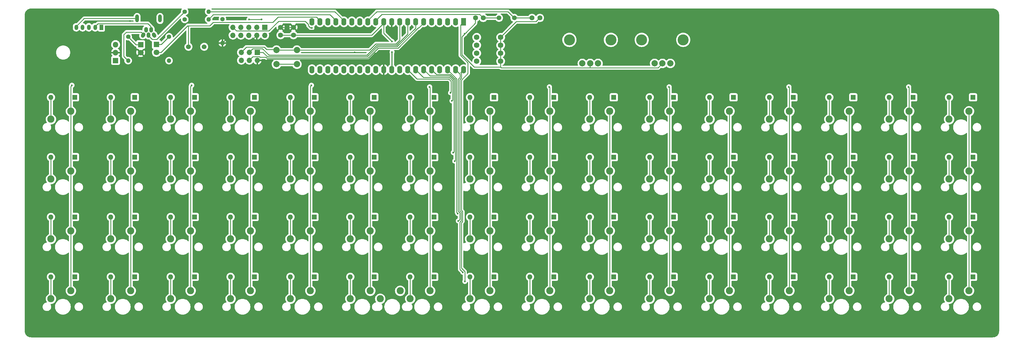
<source format=gbr>
%TF.GenerationSoftware,KiCad,Pcbnew,(6.0.7)*%
%TF.CreationDate,2022-10-07T15:47:32-04:00*%
%TF.ProjectId,planck-thk,706c616e-636b-42d7-9468-6b2e6b696361,rev?*%
%TF.SameCoordinates,Original*%
%TF.FileFunction,Copper,L1,Top*%
%TF.FilePolarity,Positive*%
%FSLAX46Y46*%
G04 Gerber Fmt 4.6, Leading zero omitted, Abs format (unit mm)*
G04 Created by KiCad (PCBNEW (6.0.7)) date 2022-10-07 15:47:32*
%MOMM*%
%LPD*%
G01*
G04 APERTURE LIST*
G04 Aperture macros list*
%AMHorizOval*
0 Thick line with rounded ends*
0 $1 width*
0 $2 $3 position (X,Y) of the first rounded end (center of the circle)*
0 $4 $5 position (X,Y) of the second rounded end (center of the circle)*
0 Add line between two ends*
20,1,$1,$2,$3,$4,$5,0*
0 Add two circle primitives to create the rounded ends*
1,1,$1,$2,$3*
1,1,$1,$4,$5*%
G04 Aperture macros list end*
%TA.AperFunction,ComponentPad*%
%ADD10R,1.600000X2.400000*%
%TD*%
%TA.AperFunction,ComponentPad*%
%ADD11O,1.600000X2.400000*%
%TD*%
%TA.AperFunction,ComponentPad*%
%ADD12C,3.500000*%
%TD*%
%TA.AperFunction,ComponentPad*%
%ADD13C,2.000000*%
%TD*%
%TA.AperFunction,ComponentPad*%
%ADD14C,1.750000*%
%TD*%
%TA.AperFunction,ComponentPad*%
%ADD15R,1.800000X1.800000*%
%TD*%
%TA.AperFunction,ComponentPad*%
%ADD16O,1.800000X1.800000*%
%TD*%
%TA.AperFunction,ComponentPad*%
%ADD17C,1.600000*%
%TD*%
%TA.AperFunction,ComponentPad*%
%ADD18C,1.400000*%
%TD*%
%TA.AperFunction,ComponentPad*%
%ADD19O,1.400000X1.400000*%
%TD*%
%TA.AperFunction,ComponentPad*%
%ADD20C,1.500000*%
%TD*%
%TA.AperFunction,ComponentPad*%
%ADD21R,1.200000X1.700000*%
%TD*%
%TA.AperFunction,ComponentPad*%
%ADD22O,1.200000X1.700000*%
%TD*%
%TA.AperFunction,ComponentPad*%
%ADD23HorizOval,1.250000X0.125000X-0.216506X-0.125000X0.216506X0*%
%TD*%
%TA.AperFunction,ComponentPad*%
%ADD24O,1.250000X1.750000*%
%TD*%
%TA.AperFunction,ComponentPad*%
%ADD25HorizOval,1.250000X0.125000X0.216506X-0.125000X-0.216506X0*%
%TD*%
%TA.AperFunction,ComponentPad*%
%ADD26O,1.200000X2.500000*%
%TD*%
%TA.AperFunction,ComponentPad*%
%ADD27C,1.800000*%
%TD*%
%TA.AperFunction,ComponentPad*%
%ADD28C,1.524000*%
%TD*%
%TA.AperFunction,ComponentPad*%
%ADD29R,1.700000X1.700000*%
%TD*%
%TA.AperFunction,ComponentPad*%
%ADD30O,1.700000X1.700000*%
%TD*%
%TA.AperFunction,ComponentPad*%
%ADD31R,1.600000X1.600000*%
%TD*%
%TA.AperFunction,ComponentPad*%
%ADD32O,1.600000X1.600000*%
%TD*%
%TA.AperFunction,ComponentPad*%
%ADD33C,2.286000*%
%TD*%
%TA.AperFunction,ViaPad*%
%ADD34C,0.600000*%
%TD*%
%TA.AperFunction,Conductor*%
%ADD35C,0.250000*%
%TD*%
G04 APERTURE END LIST*
D10*
%TO.P,U1,1,(T0/XCK)PB0*%
%TO.N,ROW7*%
X163235000Y-40260000D03*
D11*
%TO.P,U1,2,(T1)PB1*%
%TO.N,B1*%
X160695000Y-40260000D03*
%TO.P,U1,3,(AIN0/INT2)PB2*%
%TO.N,B2*%
X158155000Y-40260000D03*
%TO.P,U1,4,(AIN1/OC0)PB3*%
%TO.N,B3*%
X155615000Y-40260000D03*
%TO.P,U1,5,(~{SS})PB4*%
%TO.N,B4*%
X153075000Y-40260000D03*
%TO.P,U1,6,(MOSI)PB5*%
%TO.N,MOSI*%
X150535000Y-40260000D03*
%TO.P,U1,7,(MISO)PB6*%
%TO.N,MISO*%
X147995000Y-40260000D03*
%TO.P,U1,8,(SCK)PB7*%
%TO.N,SCK*%
X145455000Y-40260000D03*
%TO.P,U1,9,~{RESET}*%
%TO.N,RESET*%
X142915000Y-40260000D03*
%TO.P,U1,10,VCC*%
%TO.N,VCC*%
X140375000Y-40260000D03*
%TO.P,U1,11,GND*%
%TO.N,GND*%
X137835000Y-40260000D03*
%TO.P,U1,12,XTAL2*%
%TO.N,Net-(C1-Pad1)*%
X135295000Y-40260000D03*
%TO.P,U1,13,XTAL1*%
%TO.N,Net-(C2-Pad1)*%
X132755000Y-40260000D03*
%TO.P,U1,14,(RXD)PD0*%
%TO.N,D0*%
X130215000Y-40260000D03*
%TO.P,U1,15,(TXD)PD1*%
%TO.N,D1*%
X127675000Y-40260000D03*
%TO.P,U1,16,(INT0)PD2*%
%TO.N,Net-(R1-Pad2)*%
X125135000Y-40260000D03*
%TO.P,U1,17,(INT1)PD3*%
%TO.N,Net-(R2-Pad2)*%
X122595000Y-40260000D03*
%TO.P,U1,18,(OC1B)PD4*%
%TO.N,D4*%
X120055000Y-40260000D03*
%TO.P,U1,19,(OC1A)PD5*%
%TO.N,D5*%
X117515000Y-40260000D03*
%TO.P,U1,20,(ICP)PD6*%
%TO.N,D6*%
X114975000Y-40260000D03*
%TO.P,U1,21,(OC2)PD7*%
%TO.N,COL0*%
X114975000Y-55500000D03*
%TO.P,U1,22,(SCL)PC0*%
%TO.N,SCL*%
X117515000Y-55500000D03*
%TO.P,U1,23,(SDA)PC1*%
%TO.N,SDA*%
X120055000Y-55500000D03*
%TO.P,U1,24,(TCK)PC2*%
%TO.N,COL1*%
X122595000Y-55500000D03*
%TO.P,U1,25,(TMS)PC3*%
%TO.N,COL2*%
X125135000Y-55500000D03*
%TO.P,U1,26,(TDO)PC4*%
%TO.N,COL3*%
X127675000Y-55500000D03*
%TO.P,U1,27,(TDI)PC5*%
%TO.N,COL4*%
X130215000Y-55500000D03*
%TO.P,U1,28,(TOSC1)PC6*%
%TO.N,COL5*%
X132755000Y-55500000D03*
%TO.P,U1,29,(TOSC2)PC7*%
%TO.N,COL6*%
X135295000Y-55500000D03*
%TO.P,U1,30,AVCC*%
%TO.N,VCC*%
X137835000Y-55500000D03*
%TO.P,U1,31,AGND*%
%TO.N,GND*%
X140375000Y-55500000D03*
%TO.P,U1,32,AREF*%
%TO.N,unconnected-(U1-Pad32)*%
X142915000Y-55500000D03*
%TO.P,U1,33,(ADC7)PA7*%
%TO.N,ROW0*%
X145455000Y-55500000D03*
%TO.P,U1,34,(ADC6)PA6*%
%TO.N,ROW1*%
X147995000Y-55500000D03*
%TO.P,U1,35,(ADC5)PA5*%
%TO.N,ROW2*%
X150535000Y-55500000D03*
%TO.P,U1,36,(ADC4)PA4*%
%TO.N,ROW3*%
X153075000Y-55500000D03*
%TO.P,U1,37,(ADC3)PA3*%
%TO.N,COL7*%
X155615000Y-55500000D03*
%TO.P,U1,38,(ADC2)PA2*%
%TO.N,ROW4*%
X158155000Y-55500000D03*
%TO.P,U1,39,(ADC1)PA1*%
%TO.N,ROW5*%
X160695000Y-55500000D03*
%TO.P,U1,40,(ADC0)PA0*%
%TO.N,ROW6*%
X163235000Y-55500000D03*
%TD*%
D12*
%TO.P,SW3,*%
%TO.N,*%
X233075000Y-46000000D03*
X219875000Y-46000000D03*
D13*
%TO.P,SW3,1,A*%
%TO.N,B2*%
X223975000Y-53500000D03*
%TO.P,SW3,2,C*%
%TO.N,GND*%
X226475000Y-53500000D03*
%TO.P,SW3,3,B*%
%TO.N,B1*%
X228975000Y-53500000D03*
%TD*%
D14*
%TO.P,SW1,1*%
%TO.N,D0*%
X167375000Y-45190000D03*
%TO.P,SW1,2*%
%TO.N,D1*%
X167375000Y-47730000D03*
%TO.P,SW1,3*%
%TO.N,D4*%
X167375000Y-50270000D03*
%TO.P,SW1,4*%
%TO.N,D6*%
X167375000Y-52810000D03*
%TO.P,SW1,5*%
%TO.N,GND*%
X174995000Y-52810000D03*
%TO.P,SW1,6*%
X174995000Y-50270000D03*
%TO.P,SW1,7*%
X174995000Y-47730000D03*
%TO.P,SW1,8*%
X174995000Y-45190000D03*
%TD*%
D15*
%TO.P,U2,1,GND*%
%TO.N,GND*%
X52475000Y-52580000D03*
D16*
%TO.P,U2,2,VO*%
%TO.N,VCC*%
X52475000Y-50040000D03*
%TO.P,U2,3,VI*%
%TO.N,+5V*%
X52475000Y-47500000D03*
%TD*%
D17*
%TO.P,C1,1*%
%TO.N,Net-(C1-Pad1)*%
X169475000Y-39000000D03*
%TO.P,C1,2*%
%TO.N,GND*%
X166975000Y-39000000D03*
%TD*%
%TO.P,C2,1*%
%TO.N,Net-(C2-Pad1)*%
X184975000Y-39000000D03*
%TO.P,C2,2*%
%TO.N,GND*%
X187475000Y-39000000D03*
%TD*%
D18*
%TO.P,R1,1*%
%TO.N,D+*%
X74475000Y-37000000D03*
D19*
%TO.P,R1,2*%
%TO.N,Net-(R1-Pad2)*%
X82095000Y-37000000D03*
%TD*%
D18*
%TO.P,R2,1*%
%TO.N,D-*%
X74475000Y-39500000D03*
D19*
%TO.P,R2,2*%
%TO.N,Net-(R2-Pad2)*%
X82095000Y-39500000D03*
%TD*%
D20*
%TO.P,Y1,1,1*%
%TO.N,Net-(C1-Pad1)*%
X174475000Y-39000000D03*
%TO.P,Y1,2,2*%
%TO.N,Net-(C2-Pad1)*%
X179355000Y-39000000D03*
%TD*%
D17*
%TO.P,C3,1*%
%TO.N,GND*%
X109075000Y-44500000D03*
%TO.P,C3,2*%
%TO.N,VCC*%
X109075000Y-42000000D03*
%TD*%
%TO.P,C4,1*%
%TO.N,GND*%
X104975000Y-44500000D03*
%TO.P,C4,2*%
%TO.N,VCC*%
X104975000Y-42000000D03*
%TD*%
D21*
%TO.P,J2,1,Pin_1*%
%TO.N,+5V*%
X47975000Y-42000000D03*
D22*
%TO.P,J2,2,Pin_2*%
%TO.N,D-*%
X45975000Y-42000000D03*
%TO.P,J2,3,Pin_3*%
%TO.N,D+*%
X43975000Y-42000000D03*
%TO.P,J2,4,Pin_4*%
%TO.N,GND*%
X41975000Y-42000000D03*
%TO.P,J2,5,Pin_5*%
%TO.N,SHL*%
X39975000Y-42000000D03*
%TD*%
D18*
%TO.P,R3,1*%
%TO.N,D-*%
X86475000Y-39380000D03*
D19*
%TO.P,R3,2*%
%TO.N,VCC*%
X86475000Y-47000000D03*
%TD*%
D12*
%TO.P,SW2,*%
%TO.N,*%
X196875000Y-46000000D03*
X210075000Y-46000000D03*
D13*
%TO.P,SW2,1,A*%
%TO.N,B4*%
X200975000Y-53500000D03*
%TO.P,SW2,2,C*%
%TO.N,GND*%
X203475000Y-53500000D03*
%TO.P,SW2,3,B*%
%TO.N,B3*%
X205975000Y-53500000D03*
%TD*%
%TO.P,J8,1,Pin_1*%
%TO.N,RESET*%
X103675000Y-49250000D03*
%TO.P,J8,2,Pin_2*%
X110175000Y-49250000D03*
%TO.P,J8,3,Pin_3*%
%TO.N,GND*%
X103675000Y-53750000D03*
%TO.P,J8,4,Pin_4*%
X110175000Y-53750000D03*
%TD*%
D23*
%TO.P,USB1,1,Pin_1*%
%TO.N,+5V*%
X64700000Y-44466506D03*
D24*
%TO.P,USB1,2,Pin_2*%
%TO.N,D-*%
X63775000Y-42800000D03*
%TO.P,USB1,3,Pin_3*%
%TO.N,D+*%
X62975000Y-44500000D03*
%TO.P,USB1,4,Pin_4*%
%TO.N,unconnected-(USB1-Pad4)*%
X62175000Y-42800000D03*
D25*
%TO.P,USB1,5,Pin_5*%
%TO.N,GND*%
X61250000Y-44466506D03*
D26*
%TO.P,USB1,6,Pin_6*%
%TO.N,SHL*%
X66625000Y-39200000D03*
X59325000Y-39200000D03*
%TD*%
D18*
%TO.P,R5,1*%
%TO.N,Net-(LED2-Pad1)*%
X69475000Y-45000000D03*
D19*
%TO.P,R5,2*%
%TO.N,GND*%
X69475000Y-52620000D03*
%TD*%
D18*
%TO.P,R4,1*%
%TO.N,Net-(LED1-Pad1)*%
X56475000Y-45000000D03*
D19*
%TO.P,R4,2*%
%TO.N,GND*%
X56475000Y-52620000D03*
%TD*%
D15*
%TO.P,LED1,1,K*%
%TO.N,Net-(LED1-Pad1)*%
X60475000Y-47500000D03*
D27*
%TO.P,LED1,2,A*%
%TO.N,VCC*%
X60475000Y-50040000D03*
%TD*%
D15*
%TO.P,LED2,1,K*%
%TO.N,Net-(LED2-Pad1)*%
X65475000Y-47460000D03*
D27*
%TO.P,LED2,2,A*%
%TO.N,D5*%
X65475000Y-50000000D03*
%TD*%
D28*
%TO.P,SP1,1,Pin_1*%
%TO.N,D5*%
X75675000Y-48200000D03*
%TO.P,SP1,2,Pin_2*%
%TO.N,GND*%
X80675000Y-48200000D03*
%TD*%
D29*
%TO.P,J6,1,Pin_1*%
%TO.N,COL1*%
X99975000Y-42000000D03*
D30*
%TO.P,J6,2,Pin_2*%
%TO.N,GND*%
X99975000Y-44540000D03*
%TO.P,J6,3,Pin_3*%
%TO.N,COL3*%
X97435000Y-42000000D03*
%TO.P,J6,4,Pin_4*%
%TO.N,VCC*%
X97435000Y-44540000D03*
%TO.P,J6,5,Pin_5*%
%TO.N,COL2*%
X94895000Y-42000000D03*
%TO.P,J6,6,Pin_6*%
%TO.N,RESET*%
X94895000Y-44540000D03*
%TO.P,J6,7,Pin_7*%
%TO.N,unconnected-(J6-Pad7)*%
X92355000Y-42000000D03*
%TO.P,J6,8,Pin_8*%
%TO.N,unconnected-(J6-Pad8)*%
X92355000Y-44540000D03*
%TO.P,J6,9,Pin_9*%
%TO.N,COL4*%
X89815000Y-42000000D03*
%TO.P,J6,10,Pin_10*%
%TO.N,GND*%
X89815000Y-44540000D03*
%TD*%
D29*
%TO.P,J7,1,Pin_1*%
%TO.N,MISO*%
X97555000Y-49960000D03*
D30*
%TO.P,J7,2,Pin_2*%
%TO.N,VCC*%
X97555000Y-52500000D03*
%TO.P,J7,3,Pin_3*%
%TO.N,SCK*%
X95015000Y-49960000D03*
%TO.P,J7,4,Pin_4*%
%TO.N,MOSI*%
X95015000Y-52500000D03*
%TO.P,J7,5,Pin_5*%
%TO.N,RESET*%
X92475000Y-49960000D03*
%TO.P,J7,6,Pin_6*%
%TO.N,GND*%
X92475000Y-52500000D03*
%TD*%
D31*
%TO.P,D41,1,K*%
%TO.N,ROW2*%
X230028750Y-83343750D03*
D32*
%TO.P,D41,2,A*%
%TO.N,Net-(D41-Pad2)*%
X222408750Y-83343750D03*
%TD*%
D31*
%TO.P,D37,1,K*%
%TO.N,ROW3*%
X210978750Y-83343750D03*
D32*
%TO.P,D37,2,A*%
%TO.N,Net-(D37-Pad2)*%
X203358750Y-83343750D03*
%TD*%
D33*
%TO.P,K30,1,Pin_1*%
%TO.N,COL3*%
X171608750Y-106838750D03*
%TO.P,K30,2,Pin_2*%
%TO.N,Net-(D30-Pad2)*%
X165258750Y-109378750D03*
%TD*%
D31*
%TO.P,D49,1,K*%
%TO.N,ROW2*%
X268128750Y-83343750D03*
D32*
%TO.P,D49,2,A*%
%TO.N,Net-(D49-Pad2)*%
X260508750Y-83343750D03*
%TD*%
D33*
%TO.P,K37,1,Pin_1*%
%TO.N,COL4*%
X209708750Y-87788750D03*
%TO.P,K37,2,Pin_2*%
%TO.N,Net-(D37-Pad2)*%
X203358750Y-90328750D03*
%TD*%
%TO.P,K13,1,Pin_1*%
%TO.N,COL1*%
X95408750Y-87788750D03*
%TO.P,K13,2,Pin_2*%
%TO.N,Net-(D13-Pad2)*%
X89058750Y-90328750D03*
%TD*%
%TO.P,K6,1,Pin_1*%
%TO.N,COL0*%
X57308750Y-106838750D03*
%TO.P,K6,2,Pin_2*%
%TO.N,Net-(D6-Pad2)*%
X50958750Y-109378750D03*
%TD*%
D31*
%TO.P,D21,1,K*%
%TO.N,ROW3*%
X134778750Y-83343750D03*
D32*
%TO.P,D21,2,A*%
%TO.N,Net-(D21-Pad2)*%
X127158750Y-83343750D03*
%TD*%
D33*
%TO.P,K54,1,Pin_1*%
%TO.N,COL6*%
X285908750Y-106838750D03*
%TO.P,K54,2,Pin_2*%
%TO.N,Net-(D54-Pad2)*%
X279558750Y-109378750D03*
%TD*%
D31*
%TO.P,D4,1,K*%
%TO.N,ROW1*%
X58578750Y-64293750D03*
D32*
%TO.P,D4,2,A*%
%TO.N,Net-(D4-Pad2)*%
X50958750Y-64293750D03*
%TD*%
D31*
%TO.P,D31,1,K*%
%TO.N,ROW7*%
X172878750Y-121443750D03*
D32*
%TO.P,D31,2,A*%
%TO.N,Net-(D31-Pad2)*%
X165258750Y-121443750D03*
%TD*%
D31*
%TO.P,D39,1,K*%
%TO.N,ROW7*%
X210978750Y-121443750D03*
D32*
%TO.P,D39,2,A*%
%TO.N,Net-(D39-Pad2)*%
X203358750Y-121443750D03*
%TD*%
D33*
%TO.P,K12,1,Pin_1*%
%TO.N,COL1*%
X95408750Y-68738750D03*
%TO.P,K12,2,Pin_2*%
%TO.N,Net-(D12-Pad2)*%
X89058750Y-71278750D03*
%TD*%
%TO.P,K11,1,Pin_1*%
%TO.N,COL1*%
X76358750Y-125888750D03*
%TO.P,K11,2,Pin_2*%
%TO.N,Net-(D11-Pad2)*%
X70008750Y-128428750D03*
%TD*%
D31*
%TO.P,D5,1,K*%
%TO.N,ROW3*%
X58578750Y-83343750D03*
D32*
%TO.P,D5,2,A*%
%TO.N,Net-(D5-Pad2)*%
X50958750Y-83343750D03*
%TD*%
D33*
%TO.P,K56,1,Pin_1*%
%TO.N,COL7*%
X304958750Y-68738750D03*
%TO.P,K56,2,Pin_2*%
%TO.N,Net-(D56-Pad2)*%
X298608750Y-71278750D03*
%TD*%
D31*
%TO.P,D53,1,K*%
%TO.N,ROW3*%
X287178750Y-83343750D03*
D32*
%TO.P,D53,2,A*%
%TO.N,Net-(D53-Pad2)*%
X279558750Y-83343750D03*
%TD*%
D33*
%TO.P,K17,1,Pin_1*%
%TO.N,COL2*%
X114458750Y-87788750D03*
%TO.P,K17,2,Pin_2*%
%TO.N,Net-(D17-Pad2)*%
X108108750Y-90328750D03*
%TD*%
%TO.P,K48,1,Pin_1*%
%TO.N,COL6*%
X266858750Y-68738750D03*
%TO.P,K48,2,Pin_2*%
%TO.N,Net-(D48-Pad2)*%
X260508750Y-71278750D03*
%TD*%
%TO.P,K24,1,Pin_1*%
%TO.N,COL3*%
X152558750Y-68738750D03*
%TO.P,K24,2,Pin_2*%
%TO.N,Net-(D24-Pad2)*%
X146208750Y-71278750D03*
%TD*%
D31*
%TO.P,D61,1,K*%
%TO.N,ROW3*%
X325278750Y-83343750D03*
D32*
%TO.P,D61,2,A*%
%TO.N,Net-(D61-Pad2)*%
X317658750Y-83343750D03*
%TD*%
D33*
%TO.P,K9,1,Pin_1*%
%TO.N,COL1*%
X76358750Y-87788750D03*
%TO.P,K9,2,Pin_2*%
%TO.N,Net-(D9-Pad2)*%
X70008750Y-90328750D03*
%TD*%
%TO.P,K35,1,Pin_1*%
%TO.N,COL4*%
X190658750Y-125888750D03*
%TO.P,K35,2,Pin_2*%
%TO.N,Net-(D35-Pad2)*%
X184308750Y-128428750D03*
%TD*%
D31*
%TO.P,D29,1,K*%
%TO.N,ROW3*%
X172878750Y-83343750D03*
D32*
%TO.P,D29,2,A*%
%TO.N,Net-(D29-Pad2)*%
X165258750Y-83343750D03*
%TD*%
D31*
%TO.P,D26,1,K*%
%TO.N,ROW4*%
X153828750Y-102393750D03*
D32*
%TO.P,D26,2,A*%
%TO.N,Net-(D26-Pad2)*%
X146208750Y-102393750D03*
%TD*%
D31*
%TO.P,D28,1,K*%
%TO.N,ROW1*%
X172878750Y-64293750D03*
D32*
%TO.P,D28,2,A*%
%TO.N,Net-(D28-Pad2)*%
X165258750Y-64293750D03*
%TD*%
D33*
%TO.P,K57,1,Pin_1*%
%TO.N,COL7*%
X304958750Y-87788750D03*
%TO.P,K57,2,Pin_2*%
%TO.N,Net-(D57-Pad2)*%
X298608750Y-90328750D03*
%TD*%
%TO.P,K28,1,Pin_1*%
%TO.N,COL3*%
X171608750Y-68738750D03*
%TO.P,K28,2,Pin_2*%
%TO.N,Net-(D28-Pad2)*%
X165258750Y-71278750D03*
%TD*%
%TO.P,K53,1,Pin_1*%
%TO.N,COL6*%
X285908750Y-87788750D03*
%TO.P,K53,2,Pin_2*%
%TO.N,Net-(D53-Pad2)*%
X279558750Y-90328750D03*
%TD*%
%TO.P,K58,1,Pin_1*%
%TO.N,COL7*%
X304958750Y-106838750D03*
%TO.P,K58,2,Pin_2*%
%TO.N,Net-(D58-Pad2)*%
X298608750Y-109378750D03*
%TD*%
D31*
%TO.P,D51,1,K*%
%TO.N,ROW6*%
X268128750Y-121443750D03*
D32*
%TO.P,D51,2,A*%
%TO.N,Net-(D51-Pad2)*%
X260508750Y-121443750D03*
%TD*%
D33*
%TO.P,K10,1,Pin_1*%
%TO.N,COL1*%
X76358750Y-106838750D03*
%TO.P,K10,2,Pin_2*%
%TO.N,Net-(D10-Pad2)*%
X70008750Y-109378750D03*
%TD*%
D31*
%TO.P,D19,1,K*%
%TO.N,ROW6*%
X115728750Y-121443750D03*
D32*
%TO.P,D19,2,A*%
%TO.N,Net-(D19-Pad2)*%
X108108750Y-121443750D03*
%TD*%
D31*
%TO.P,D25,1,K*%
%TO.N,ROW2*%
X153828750Y-83343750D03*
D32*
%TO.P,D25,2,A*%
%TO.N,Net-(D25-Pad2)*%
X146208750Y-83343750D03*
%TD*%
D33*
%TO.P,K34,1,Pin_1*%
%TO.N,COL4*%
X190658750Y-106838750D03*
%TO.P,K34,2,Pin_2*%
%TO.N,Net-(D34-Pad2)*%
X184308750Y-109378750D03*
%TD*%
D31*
%TO.P,D36,1,K*%
%TO.N,ROW1*%
X210978750Y-64293750D03*
D32*
%TO.P,D36,2,A*%
%TO.N,Net-(D36-Pad2)*%
X203358750Y-64293750D03*
%TD*%
D31*
%TO.P,D46,1,K*%
%TO.N,ROW5*%
X249078750Y-102393750D03*
D32*
%TO.P,D46,2,A*%
%TO.N,Net-(D46-Pad2)*%
X241458750Y-102393750D03*
%TD*%
D31*
%TO.P,D55,1,K*%
%TO.N,ROW7*%
X287178750Y-121443750D03*
D32*
%TO.P,D55,2,A*%
%TO.N,Net-(D55-Pad2)*%
X279558750Y-121443750D03*
%TD*%
D31*
%TO.P,D63,1,K*%
%TO.N,ROW7*%
X325278750Y-121443750D03*
D32*
%TO.P,D63,2,A*%
%TO.N,Net-(D63-Pad2)*%
X317658750Y-121443750D03*
%TD*%
D31*
%TO.P,D57,1,K*%
%TO.N,ROW2*%
X306228750Y-83343750D03*
D32*
%TO.P,D57,2,A*%
%TO.N,Net-(D57-Pad2)*%
X298608750Y-83343750D03*
%TD*%
D31*
%TO.P,D14,1,K*%
%TO.N,ROW5*%
X96678750Y-102393750D03*
D32*
%TO.P,D14,2,A*%
%TO.N,Net-(D14-Pad2)*%
X89058750Y-102393750D03*
%TD*%
D33*
%TO.P,K16,1,Pin_1*%
%TO.N,COL2*%
X114458750Y-68738750D03*
%TO.P,K16,2,Pin_2*%
%TO.N,Net-(D16-Pad2)*%
X108108750Y-71278750D03*
%TD*%
%TO.P,K5,1,Pin_1*%
%TO.N,COL0*%
X57308750Y-87788750D03*
%TO.P,K5,2,Pin_2*%
%TO.N,Net-(D5-Pad2)*%
X50958750Y-90328750D03*
%TD*%
D31*
%TO.P,D33,1,K*%
%TO.N,ROW2*%
X191928750Y-83343750D03*
D32*
%TO.P,D33,2,A*%
%TO.N,Net-(D33-Pad2)*%
X184308750Y-83343750D03*
%TD*%
D33*
%TO.P,K38,1,Pin_1*%
%TO.N,COL4*%
X209708750Y-106838750D03*
%TO.P,K38,2,Pin_2*%
%TO.N,Net-(D38-Pad2)*%
X203358750Y-109378750D03*
%TD*%
%TO.P,K44,1,Pin_1*%
%TO.N,COL5*%
X247808750Y-68738750D03*
%TO.P,K44,2,Pin_2*%
%TO.N,Net-(D44-Pad2)*%
X241458750Y-71278750D03*
%TD*%
D31*
%TO.P,D16,1,K*%
%TO.N,ROW0*%
X115728750Y-64293750D03*
D32*
%TO.P,D16,2,A*%
%TO.N,Net-(D16-Pad2)*%
X108108750Y-64293750D03*
%TD*%
D33*
%TO.P,K46,1,Pin_1*%
%TO.N,COL5*%
X247808750Y-106838750D03*
%TO.P,K46,2,Pin_2*%
%TO.N,Net-(D46-Pad2)*%
X241458750Y-109378750D03*
%TD*%
%TO.P,K49,1,Pin_1*%
%TO.N,COL6*%
X266858750Y-87788750D03*
%TO.P,K49,2,Pin_2*%
%TO.N,Net-(D49-Pad2)*%
X260508750Y-90328750D03*
%TD*%
%TO.P,K41,1,Pin_1*%
%TO.N,COL5*%
X228758750Y-87788750D03*
%TO.P,K41,2,Pin_2*%
%TO.N,Net-(D41-Pad2)*%
X222408750Y-90328750D03*
%TD*%
%TO.P,K2,1,Pin_1*%
%TO.N,COL0*%
X38258750Y-106838750D03*
%TO.P,K2,2,Pin_2*%
%TO.N,Net-(D2-Pad2)*%
X31908750Y-109378750D03*
%TD*%
D31*
%TO.P,D38,1,K*%
%TO.N,ROW5*%
X210978750Y-102393750D03*
D32*
%TO.P,D38,2,A*%
%TO.N,Net-(D38-Pad2)*%
X203358750Y-102393750D03*
%TD*%
D33*
%TO.P,K62,1,Pin_1*%
%TO.N,COL7*%
X324008750Y-106838750D03*
%TO.P,K62,2,Pin_2*%
%TO.N,Net-(D62-Pad2)*%
X317658750Y-109378750D03*
%TD*%
D31*
%TO.P,D10,1,K*%
%TO.N,ROW4*%
X77628750Y-102393750D03*
D32*
%TO.P,D10,2,A*%
%TO.N,Net-(D10-Pad2)*%
X70008750Y-102393750D03*
%TD*%
D33*
%TO.P,K60,1,Pin_1*%
%TO.N,COL7*%
X324008750Y-68738750D03*
%TO.P,K60,2,Pin_2*%
%TO.N,Net-(D60-Pad2)*%
X317658750Y-71278750D03*
%TD*%
%TO.P,K31,1,Pin_1*%
%TO.N,COL3*%
X171608750Y-125888750D03*
%TO.P,K31,2,Pin_2*%
%TO.N,Net-(D31-Pad2)*%
X165258750Y-128428750D03*
%TD*%
%TO.P,K43,1,Pin_1*%
%TO.N,COL5*%
X228758750Y-125888750D03*
%TO.P,K43,2,Pin_2*%
%TO.N,Net-(D43-Pad2)*%
X222408750Y-128428750D03*
%TD*%
%TO.P,K14,1,Pin_1*%
%TO.N,COL1*%
X95408750Y-106838750D03*
%TO.P,K14,2,Pin_2*%
%TO.N,Net-(D14-Pad2)*%
X89058750Y-109378750D03*
%TD*%
%TO.P,K21,1,Pin_1*%
%TO.N,COL2*%
X133508750Y-87788750D03*
%TO.P,K21,2,Pin_2*%
%TO.N,Net-(D21-Pad2)*%
X127158750Y-90328750D03*
%TD*%
%TO.P,K39,1,Pin_1*%
%TO.N,COL4*%
X209708750Y-125888750D03*
%TO.P,K39,2,Pin_2*%
%TO.N,Net-(D39-Pad2)*%
X203358750Y-128428750D03*
%TD*%
%TO.P,K23,1,Pin_1*%
%TO.N,COL2*%
X143033750Y-125888750D03*
X133508750Y-125888750D03*
%TO.P,K23,2,Pin_2*%
%TO.N,Net-(D23-Pad2)*%
X136683750Y-128428750D03*
X127158750Y-128428750D03*
%TD*%
D31*
%TO.P,D40,1,K*%
%TO.N,ROW0*%
X230028750Y-64293750D03*
D32*
%TO.P,D40,2,A*%
%TO.N,Net-(D40-Pad2)*%
X222408750Y-64293750D03*
%TD*%
D33*
%TO.P,K51,1,Pin_1*%
%TO.N,COL6*%
X266858750Y-125888750D03*
%TO.P,K51,2,Pin_2*%
%TO.N,Net-(D51-Pad2)*%
X260508750Y-128428750D03*
%TD*%
D31*
%TO.P,D12,1,K*%
%TO.N,ROW1*%
X96678750Y-64293750D03*
D32*
%TO.P,D12,2,A*%
%TO.N,Net-(D12-Pad2)*%
X89058750Y-64293750D03*
%TD*%
D33*
%TO.P,K36,1,Pin_1*%
%TO.N,COL4*%
X209708750Y-68738750D03*
%TO.P,K36,2,Pin_2*%
%TO.N,Net-(D36-Pad2)*%
X203358750Y-71278750D03*
%TD*%
D31*
%TO.P,D24,1,K*%
%TO.N,ROW0*%
X153828750Y-64293750D03*
D32*
%TO.P,D24,2,A*%
%TO.N,Net-(D24-Pad2)*%
X146208750Y-64293750D03*
%TD*%
D33*
%TO.P,K26,1,Pin_1*%
%TO.N,COL3*%
X152558750Y-106838750D03*
%TO.P,K26,2,Pin_2*%
%TO.N,Net-(D26-Pad2)*%
X146208750Y-109378750D03*
%TD*%
D31*
%TO.P,D8,1,K*%
%TO.N,ROW0*%
X77628750Y-64293750D03*
D32*
%TO.P,D8,2,A*%
%TO.N,Net-(D8-Pad2)*%
X70008750Y-64293750D03*
%TD*%
D33*
%TO.P,K8,1,Pin_1*%
%TO.N,COL1*%
X76358750Y-68738750D03*
%TO.P,K8,2,Pin_2*%
%TO.N,Net-(D8-Pad2)*%
X70008750Y-71278750D03*
%TD*%
%TO.P,K40,1,Pin_1*%
%TO.N,COL5*%
X228758750Y-68738750D03*
%TO.P,K40,2,Pin_2*%
%TO.N,Net-(D40-Pad2)*%
X222408750Y-71278750D03*
%TD*%
%TO.P,K25,1,Pin_1*%
%TO.N,COL3*%
X152558750Y-87788750D03*
%TO.P,K25,2,Pin_2*%
%TO.N,Net-(D25-Pad2)*%
X146208750Y-90328750D03*
%TD*%
D31*
%TO.P,D42,1,K*%
%TO.N,ROW4*%
X230028750Y-102393750D03*
D32*
%TO.P,D42,2,A*%
%TO.N,Net-(D42-Pad2)*%
X222408750Y-102393750D03*
%TD*%
D33*
%TO.P,K18,1,Pin_1*%
%TO.N,COL2*%
X114458750Y-106838750D03*
%TO.P,K18,2,Pin_2*%
%TO.N,Net-(D18-Pad2)*%
X108108750Y-109378750D03*
%TD*%
D31*
%TO.P,D54,1,K*%
%TO.N,ROW5*%
X287178750Y-102393750D03*
D32*
%TO.P,D54,2,A*%
%TO.N,Net-(D54-Pad2)*%
X279558750Y-102393750D03*
%TD*%
D31*
%TO.P,D27,1,K*%
%TO.N,ROW6*%
X153828750Y-121443750D03*
D32*
%TO.P,D27,2,A*%
%TO.N,Net-(D27-Pad2)*%
X146208750Y-121443750D03*
%TD*%
D31*
%TO.P,D18,1,K*%
%TO.N,ROW4*%
X115728750Y-102393750D03*
D32*
%TO.P,D18,2,A*%
%TO.N,Net-(D18-Pad2)*%
X108108750Y-102393750D03*
%TD*%
D31*
%TO.P,D30,1,K*%
%TO.N,ROW5*%
X172878750Y-102393750D03*
D32*
%TO.P,D30,2,A*%
%TO.N,Net-(D30-Pad2)*%
X165258750Y-102393750D03*
%TD*%
D31*
%TO.P,D3,1,K*%
%TO.N,ROW6*%
X39528750Y-121443750D03*
D32*
%TO.P,D3,2,A*%
%TO.N,Net-(D3-Pad2)*%
X31908750Y-121443750D03*
%TD*%
D31*
%TO.P,D13,1,K*%
%TO.N,ROW3*%
X96678750Y-83343750D03*
D32*
%TO.P,D13,2,A*%
%TO.N,Net-(D13-Pad2)*%
X89058750Y-83343750D03*
%TD*%
D31*
%TO.P,D47,1,K*%
%TO.N,ROW7*%
X249078750Y-121443750D03*
D32*
%TO.P,D47,2,A*%
%TO.N,Net-(D47-Pad2)*%
X241458750Y-121443750D03*
%TD*%
D31*
%TO.P,D22,1,K*%
%TO.N,ROW5*%
X134778750Y-102393750D03*
D32*
%TO.P,D22,2,A*%
%TO.N,Net-(D22-Pad2)*%
X127158750Y-102393750D03*
%TD*%
D31*
%TO.P,D0,1,K*%
%TO.N,ROW0*%
X39528750Y-64293750D03*
D32*
%TO.P,D0,2,A*%
%TO.N,Net-(D0-Pad2)*%
X31908750Y-64293750D03*
%TD*%
D31*
%TO.P,D20,1,K*%
%TO.N,ROW1*%
X134778750Y-64293750D03*
D32*
%TO.P,D20,2,A*%
%TO.N,Net-(D20-Pad2)*%
X127158750Y-64293750D03*
%TD*%
D33*
%TO.P,K0,1,Pin_1*%
%TO.N,COL0*%
X38258750Y-68738750D03*
%TO.P,K0,2,Pin_2*%
%TO.N,Net-(D0-Pad2)*%
X31908750Y-71278750D03*
%TD*%
%TO.P,K52,1,Pin_1*%
%TO.N,COL6*%
X285908750Y-68738750D03*
%TO.P,K52,2,Pin_2*%
%TO.N,Net-(D52-Pad2)*%
X279558750Y-71278750D03*
%TD*%
D31*
%TO.P,D2,1,K*%
%TO.N,ROW4*%
X39528750Y-102393750D03*
D32*
%TO.P,D2,2,A*%
%TO.N,Net-(D2-Pad2)*%
X31908750Y-102393750D03*
%TD*%
D33*
%TO.P,K4,1,Pin_1*%
%TO.N,COL0*%
X57308750Y-68738750D03*
%TO.P,K4,2,Pin_2*%
%TO.N,Net-(D4-Pad2)*%
X50958750Y-71278750D03*
%TD*%
D31*
%TO.P,D62,1,K*%
%TO.N,ROW5*%
X325278750Y-102393750D03*
D32*
%TO.P,D62,2,A*%
%TO.N,Net-(D62-Pad2)*%
X317658750Y-102393750D03*
%TD*%
D31*
%TO.P,D15,1,K*%
%TO.N,ROW7*%
X96678750Y-121443750D03*
D32*
%TO.P,D15,2,A*%
%TO.N,Net-(D15-Pad2)*%
X89058750Y-121443750D03*
%TD*%
D33*
%TO.P,K3,1,Pin_1*%
%TO.N,COL0*%
X38258750Y-125888750D03*
%TO.P,K3,2,Pin_2*%
%TO.N,Net-(D3-Pad2)*%
X31908750Y-128428750D03*
%TD*%
%TO.P,K32,1,Pin_1*%
%TO.N,COL4*%
X190658750Y-68738750D03*
%TO.P,K32,2,Pin_2*%
%TO.N,Net-(D32-Pad2)*%
X184308750Y-71278750D03*
%TD*%
%TO.P,K42,1,Pin_1*%
%TO.N,COL5*%
X228758750Y-106838750D03*
%TO.P,K42,2,Pin_2*%
%TO.N,Net-(D42-Pad2)*%
X222408750Y-109378750D03*
%TD*%
D31*
%TO.P,D56,1,K*%
%TO.N,ROW0*%
X306228750Y-64293750D03*
D32*
%TO.P,D56,2,A*%
%TO.N,Net-(D56-Pad2)*%
X298608750Y-64293750D03*
%TD*%
D31*
%TO.P,D60,1,K*%
%TO.N,ROW1*%
X325278750Y-64293750D03*
D32*
%TO.P,D60,2,A*%
%TO.N,Net-(D60-Pad2)*%
X317658750Y-64293750D03*
%TD*%
D31*
%TO.P,D44,1,K*%
%TO.N,ROW1*%
X249078750Y-64293750D03*
D32*
%TO.P,D44,2,A*%
%TO.N,Net-(D44-Pad2)*%
X241458750Y-64293750D03*
%TD*%
D33*
%TO.P,K55,1,Pin_1*%
%TO.N,COL6*%
X285908750Y-125888750D03*
%TO.P,K55,2,Pin_2*%
%TO.N,Net-(D55-Pad2)*%
X279558750Y-128428750D03*
%TD*%
D31*
%TO.P,D58,1,K*%
%TO.N,ROW4*%
X306228750Y-102393750D03*
D32*
%TO.P,D58,2,A*%
%TO.N,Net-(D58-Pad2)*%
X298608750Y-102393750D03*
%TD*%
D31*
%TO.P,D59,1,K*%
%TO.N,ROW6*%
X306228750Y-121443750D03*
D32*
%TO.P,D59,2,A*%
%TO.N,Net-(D59-Pad2)*%
X298608750Y-121443750D03*
%TD*%
D33*
%TO.P,K45,1,Pin_1*%
%TO.N,COL5*%
X247808750Y-87788750D03*
%TO.P,K45,2,Pin_2*%
%TO.N,Net-(D45-Pad2)*%
X241458750Y-90328750D03*
%TD*%
%TO.P,K29,1,Pin_1*%
%TO.N,COL3*%
X171608750Y-87788750D03*
%TO.P,K29,2,Pin_2*%
%TO.N,Net-(D29-Pad2)*%
X165258750Y-90328750D03*
%TD*%
%TO.P,K33,1,Pin_1*%
%TO.N,COL4*%
X190658750Y-87788750D03*
%TO.P,K33,2,Pin_2*%
%TO.N,Net-(D33-Pad2)*%
X184308750Y-90328750D03*
%TD*%
%TO.P,K63,1,Pin_1*%
%TO.N,COL7*%
X324008750Y-125888750D03*
%TO.P,K63,2,Pin_2*%
%TO.N,Net-(D63-Pad2)*%
X317658750Y-128428750D03*
%TD*%
%TO.P,K1,1,Pin_1*%
%TO.N,COL0*%
X38258750Y-87788750D03*
%TO.P,K1,2,Pin_2*%
%TO.N,Net-(D1-Pad2)*%
X31908750Y-90328750D03*
%TD*%
D31*
%TO.P,D6,1,K*%
%TO.N,ROW5*%
X58578750Y-102393750D03*
D32*
%TO.P,D6,2,A*%
%TO.N,Net-(D6-Pad2)*%
X50958750Y-102393750D03*
%TD*%
D33*
%TO.P,K59,1,Pin_1*%
%TO.N,COL7*%
X304958750Y-125888750D03*
%TO.P,K59,2,Pin_2*%
%TO.N,Net-(D59-Pad2)*%
X298608750Y-128428750D03*
%TD*%
D31*
%TO.P,D52,1,K*%
%TO.N,ROW1*%
X287178750Y-64293750D03*
D32*
%TO.P,D52,2,A*%
%TO.N,Net-(D52-Pad2)*%
X279558750Y-64293750D03*
%TD*%
D33*
%TO.P,K61,1,Pin_1*%
%TO.N,COL7*%
X324008750Y-87788750D03*
%TO.P,K61,2,Pin_2*%
%TO.N,Net-(D61-Pad2)*%
X317658750Y-90328750D03*
%TD*%
D31*
%TO.P,D48,1,K*%
%TO.N,ROW0*%
X268128750Y-64293750D03*
D32*
%TO.P,D48,2,A*%
%TO.N,Net-(D48-Pad2)*%
X260508750Y-64293750D03*
%TD*%
D31*
%TO.P,D23,1,K*%
%TO.N,ROW7*%
X134778750Y-121443750D03*
D32*
%TO.P,D23,2,A*%
%TO.N,Net-(D23-Pad2)*%
X127158750Y-121443750D03*
%TD*%
D33*
%TO.P,K47,1,Pin_1*%
%TO.N,COL5*%
X247808750Y-125888750D03*
%TO.P,K47,2,Pin_2*%
%TO.N,Net-(D47-Pad2)*%
X241458750Y-128428750D03*
%TD*%
%TO.P,K27,1,Pin_1*%
%TO.N,COL3*%
X152558750Y-125888750D03*
%TO.P,K27,2,Pin_2*%
%TO.N,Net-(D27-Pad2)*%
X146208750Y-128428750D03*
%TD*%
%TO.P,K7,1,Pin_1*%
%TO.N,COL0*%
X57308750Y-125888750D03*
%TO.P,K7,2,Pin_2*%
%TO.N,Net-(D7-Pad2)*%
X50958750Y-128428750D03*
%TD*%
D31*
%TO.P,D7,1,K*%
%TO.N,ROW7*%
X58578750Y-121443750D03*
D32*
%TO.P,D7,2,A*%
%TO.N,Net-(D7-Pad2)*%
X50958750Y-121443750D03*
%TD*%
D33*
%TO.P,K50,1,Pin_1*%
%TO.N,COL6*%
X266858750Y-106838750D03*
%TO.P,K50,2,Pin_2*%
%TO.N,Net-(D50-Pad2)*%
X260508750Y-109378750D03*
%TD*%
D31*
%TO.P,D43,1,K*%
%TO.N,ROW6*%
X230028750Y-121443750D03*
D32*
%TO.P,D43,2,A*%
%TO.N,Net-(D43-Pad2)*%
X222408750Y-121443750D03*
%TD*%
D31*
%TO.P,D9,1,K*%
%TO.N,ROW2*%
X77628750Y-83343750D03*
D32*
%TO.P,D9,2,A*%
%TO.N,Net-(D9-Pad2)*%
X70008750Y-83343750D03*
%TD*%
D33*
%TO.P,K19,1,Pin_1*%
%TO.N,COL2*%
X114458750Y-125888750D03*
%TO.P,K19,2,Pin_2*%
%TO.N,Net-(D19-Pad2)*%
X108108750Y-128428750D03*
%TD*%
D31*
%TO.P,D32,1,K*%
%TO.N,ROW0*%
X191928750Y-64293750D03*
D32*
%TO.P,D32,2,A*%
%TO.N,Net-(D32-Pad2)*%
X184308750Y-64293750D03*
%TD*%
D31*
%TO.P,D17,1,K*%
%TO.N,ROW2*%
X115728750Y-83343750D03*
D32*
%TO.P,D17,2,A*%
%TO.N,Net-(D17-Pad2)*%
X108108750Y-83343750D03*
%TD*%
D33*
%TO.P,K15,1,Pin_1*%
%TO.N,COL1*%
X95408750Y-125888750D03*
%TO.P,K15,2,Pin_2*%
%TO.N,Net-(D15-Pad2)*%
X89058750Y-128428750D03*
%TD*%
D31*
%TO.P,D1,1,K*%
%TO.N,ROW2*%
X39528750Y-83343750D03*
D32*
%TO.P,D1,2,A*%
%TO.N,Net-(D1-Pad2)*%
X31908750Y-83343750D03*
%TD*%
D33*
%TO.P,K22,1,Pin_1*%
%TO.N,COL2*%
X133508750Y-106838750D03*
%TO.P,K22,2,Pin_2*%
%TO.N,Net-(D22-Pad2)*%
X127158750Y-109378750D03*
%TD*%
%TO.P,K20,1,Pin_1*%
%TO.N,COL2*%
X133508750Y-68738750D03*
%TO.P,K20,2,Pin_2*%
%TO.N,Net-(D20-Pad2)*%
X127158750Y-71278750D03*
%TD*%
D31*
%TO.P,D11,1,K*%
%TO.N,ROW6*%
X77628750Y-121443750D03*
D32*
%TO.P,D11,2,A*%
%TO.N,Net-(D11-Pad2)*%
X70008750Y-121443750D03*
%TD*%
D31*
%TO.P,D50,1,K*%
%TO.N,ROW4*%
X268128750Y-102393750D03*
D32*
%TO.P,D50,2,A*%
%TO.N,Net-(D50-Pad2)*%
X260508750Y-102393750D03*
%TD*%
D31*
%TO.P,D34,1,K*%
%TO.N,ROW4*%
X191928750Y-102393750D03*
D32*
%TO.P,D34,2,A*%
%TO.N,Net-(D34-Pad2)*%
X184308750Y-102393750D03*
%TD*%
D31*
%TO.P,D35,1,K*%
%TO.N,ROW6*%
X191928750Y-121443750D03*
D32*
%TO.P,D35,2,A*%
%TO.N,Net-(D35-Pad2)*%
X184308750Y-121443750D03*
%TD*%
D31*
%TO.P,D45,1,K*%
%TO.N,ROW3*%
X249078750Y-83343750D03*
D32*
%TO.P,D45,2,A*%
%TO.N,Net-(D45-Pad2)*%
X241458750Y-83343750D03*
%TD*%
D34*
%TO.N,VCC*%
X153924000Y-47752000D03*
%TO.N,COL2*%
X114808000Y-60452000D03*
%TO.N,COL1*%
X76708000Y-60452000D03*
%TO.N,COL0*%
X38608000Y-60452000D03*
%TO.N,COL3*%
X152400000Y-60960000D03*
%TO.N,COL4*%
X190500000Y-60960000D03*
%TO.N,COL5*%
X228600000Y-60960000D03*
%TO.N,COL6*%
X266700000Y-60960000D03*
%TO.N,ROW0*%
X159061500Y-62840149D03*
%TO.N,ROW1*%
X159511500Y-65418750D03*
%TO.N,ROW2*%
X159917851Y-81890149D03*
%TO.N,ROW3*%
X160411500Y-84582000D03*
%TO.N,COL7*%
X304800000Y-60960000D03*
%TO.N,ROW7*%
X163614649Y-122897351D03*
%TO.N,ROW4*%
X161367250Y-101268750D03*
%TO.N,ROW5*%
X161544000Y-103632000D03*
%TO.N,ROW6*%
X162965851Y-119990149D03*
%TO.N,GND*%
X140434998Y-49899000D03*
X163535000Y-44073990D03*
X140435000Y-46499000D03*
%TO.N,VCC*%
X84201000Y-39243000D03*
X171323000Y-49022000D03*
X78232000Y-38100000D03*
X57150000Y-40005000D03*
X146558000Y-42418000D03*
X91440000Y-39370000D03*
X123825000Y-47625000D03*
X128587500Y-50006250D03*
X43561000Y-40132000D03*
X133935000Y-42899000D03*
X118872000Y-46863000D03*
X172085000Y-38100000D03*
X144272000Y-42799000D03*
X52387500Y-42862500D03*
X71755000Y-43942000D03*
X129032000Y-42164000D03*
X136235000Y-49899000D03*
X196398226Y-51426359D03*
X88106250Y-50006250D03*
%TO.N,COL2*%
X98935000Y-39499000D03*
X94935000Y-39499000D03*
%TO.N,COL4*%
X114935000Y-42199000D03*
%TD*%
D35*
%TO.N,COL2*%
X114458750Y-60801250D02*
X114458750Y-68738750D01*
X114808000Y-60452000D02*
X114458750Y-60801250D01*
%TO.N,COL1*%
X76358750Y-60801250D02*
X76358750Y-68738750D01*
X76708000Y-60452000D02*
X76358750Y-60801250D01*
%TO.N,COL0*%
X38258750Y-60801250D02*
X38258750Y-68738750D01*
X38608000Y-60452000D02*
X38258750Y-60801250D01*
%TO.N,COL3*%
X152400000Y-60960000D02*
X152558750Y-61118750D01*
X152558750Y-61118750D02*
X152558750Y-68738750D01*
%TO.N,COL4*%
X190500000Y-60960000D02*
X190658750Y-61118750D01*
X190658750Y-61118750D02*
X190658750Y-68738750D01*
%TO.N,COL5*%
X228758750Y-61118750D02*
X228758750Y-68738750D01*
X228600000Y-60960000D02*
X228758750Y-61118750D01*
%TO.N,COL6*%
X266858750Y-61118750D02*
X266858750Y-68738750D01*
X266700000Y-60960000D02*
X266858750Y-61118750D01*
%TO.N,ROW0*%
X159236000Y-62665649D02*
X159061500Y-62840149D01*
X159236000Y-59165584D02*
X159236000Y-62665649D01*
X158490416Y-58420000D02*
X159236000Y-59165584D01*
X148375000Y-58420000D02*
X158490416Y-58420000D01*
X145455000Y-55500000D02*
X148375000Y-58420000D01*
%TO.N,ROW1*%
X159686000Y-65244250D02*
X159511500Y-65418750D01*
X159686000Y-58979188D02*
X159686000Y-65244250D01*
X158631812Y-57925000D02*
X159686000Y-58979188D01*
X150420000Y-57925000D02*
X158631812Y-57925000D01*
X147995000Y-55500000D02*
X150420000Y-57925000D01*
%TO.N,ROW2*%
X160136000Y-81672000D02*
X159917851Y-81890149D01*
X160136000Y-58792792D02*
X160136000Y-81672000D01*
X158818208Y-57475000D02*
X160136000Y-58792792D01*
X152510000Y-57475000D02*
X158818208Y-57475000D01*
X150535000Y-55500000D02*
X152510000Y-57475000D01*
%TO.N,ROW3*%
X160586000Y-84407500D02*
X160411500Y-84582000D01*
X159004604Y-57025000D02*
X160586000Y-58606396D01*
X154600000Y-57025000D02*
X159004604Y-57025000D01*
X160586000Y-58606396D02*
X160586000Y-84407500D01*
X153075000Y-55500000D02*
X154600000Y-57025000D01*
%TO.N,COL7*%
X304958750Y-61118750D02*
X304800000Y-60960000D01*
X304958750Y-68738750D02*
X304958750Y-61118750D01*
%TO.N,ROW7*%
X162235000Y-41260000D02*
X163235000Y-40260000D01*
X162235000Y-50935396D02*
X162235000Y-41260000D01*
X164592000Y-53292396D02*
X162235000Y-50935396D01*
X164592000Y-56702792D02*
X164592000Y-53292396D01*
X162502000Y-58792792D02*
X164592000Y-56702792D01*
X162502000Y-104194280D02*
X162892250Y-103804030D01*
X162892250Y-103804030D02*
X162892250Y-100637074D01*
X162502000Y-118642414D02*
X162502000Y-104194280D01*
X163590851Y-122873553D02*
X163590851Y-119731265D01*
X163590851Y-119731265D02*
X162502000Y-118642414D01*
X163614649Y-122897351D02*
X163590851Y-122873553D01*
X162892250Y-100637074D02*
X162502000Y-100246824D01*
X162502000Y-100246824D02*
X162502000Y-58792792D01*
%TO.N,ROW6*%
X162052000Y-119076298D02*
X162965851Y-119990149D01*
X162052000Y-104007884D02*
X162052000Y-119076298D01*
X162052000Y-58606396D02*
X162052000Y-100433220D01*
X162052000Y-100433220D02*
X162442250Y-100823470D01*
X162560000Y-58098396D02*
X162052000Y-58606396D01*
X162442250Y-100823470D02*
X162442250Y-103617634D01*
X162283198Y-56451802D02*
X162560000Y-56728604D01*
X163235000Y-55500000D02*
X162283198Y-56451802D01*
X162560000Y-56728604D02*
X162560000Y-58098396D01*
X162442250Y-103617634D02*
X162052000Y-104007884D01*
%TO.N,ROW5*%
X161992250Y-103183750D02*
X161544000Y-103632000D01*
X161992250Y-101009866D02*
X161992250Y-103183750D01*
X161544000Y-100561616D02*
X161992250Y-101009866D01*
X162110000Y-57912000D02*
X161544000Y-58478000D01*
X161544000Y-58478000D02*
X161544000Y-100561616D01*
X162110000Y-56915000D02*
X162110000Y-57912000D01*
X160695000Y-55500000D02*
X162110000Y-56915000D01*
%TO.N,ROW4*%
X161036000Y-58420000D02*
X161036000Y-100937500D01*
X158155000Y-55539000D02*
X161036000Y-58420000D01*
X161036000Y-100937500D02*
X161367250Y-101268750D01*
%TO.N,D-*%
X63735000Y-41799000D02*
X62759999Y-40823999D01*
X46860001Y-40823999D02*
X45935000Y-41749000D01*
X63735000Y-43049000D02*
X63735000Y-41799000D01*
X62759999Y-40823999D02*
X46860001Y-40823999D01*
%TO.N,D+*%
X65585000Y-45849000D02*
X74435000Y-36999000D01*
X64160000Y-45849000D02*
X65585000Y-45849000D01*
X62935000Y-44624000D02*
X64160000Y-45849000D01*
%TO.N,GND*%
X174955000Y-45189000D02*
X174955000Y-47729000D01*
X55885000Y-43549000D02*
X55109990Y-44324010D01*
X174955000Y-50269000D02*
X174955000Y-52809000D01*
X103885000Y-53749000D02*
X110385000Y-53749000D01*
X55109990Y-44324010D02*
X55109990Y-51293990D01*
X174955000Y-54629000D02*
X174935000Y-54649000D01*
X140335000Y-49998998D02*
X140434998Y-49899000D01*
X175185000Y-54899000D02*
X203435000Y-54899000D01*
X179945000Y-40199000D02*
X186235000Y-40199000D01*
X140434998Y-55398998D02*
X140434998Y-50323264D01*
X163435000Y-44173990D02*
X163535000Y-44073990D01*
X55109990Y-51293990D02*
X56435000Y-52619000D01*
X60635000Y-43549000D02*
X55885000Y-43549000D01*
X163834999Y-43773991D02*
X163535000Y-44073990D01*
X162685000Y-50749000D02*
X162685000Y-44999000D01*
X203435000Y-54899000D02*
X225076000Y-54899000D01*
X174955000Y-50269000D02*
X174955000Y-47729000D01*
X174935000Y-54649000D02*
X166585000Y-54649000D01*
X163435000Y-44249000D02*
X163435000Y-44173990D01*
X109035000Y-44499000D02*
X133955000Y-44499000D01*
X174955000Y-45189000D02*
X179945000Y-40199000D01*
X166935000Y-40673990D02*
X163834999Y-43773991D01*
X166935000Y-38999000D02*
X166935000Y-40673990D01*
X166585000Y-54649000D02*
X162685000Y-50749000D01*
X186235000Y-40199000D02*
X187435000Y-38999000D01*
X203435000Y-54899000D02*
X203435000Y-53499000D01*
X104935000Y-44499000D02*
X109035000Y-44499000D01*
X61335000Y-44249000D02*
X60635000Y-43549000D01*
X133955000Y-44499000D02*
X137795000Y-40659000D01*
X225076000Y-54899000D02*
X226475000Y-53500000D01*
X140434998Y-50323264D02*
X140434998Y-49899000D01*
X174955000Y-52809000D02*
X174955000Y-54629000D01*
X140335000Y-55499000D02*
X140335000Y-49998998D01*
X174935000Y-54649000D02*
X175185000Y-54899000D01*
X137795000Y-40259000D02*
X137795000Y-43859000D01*
X162685000Y-44999000D02*
X163435000Y-44249000D01*
X137795000Y-43859000D02*
X140435000Y-46499000D01*
%TO.N,VCC*%
X104935000Y-41999000D02*
X109035000Y-41999000D01*
X109935000Y-42899000D02*
X133935000Y-42899000D01*
X135935001Y-50198999D02*
X136235000Y-49899000D01*
X109035000Y-41999000D02*
X109935000Y-42899000D01*
X100435000Y-52499000D02*
X100735000Y-52199000D01*
X97515000Y-52499000D02*
X100435000Y-52499000D01*
X137795000Y-51459000D02*
X136534999Y-50198999D01*
X95835000Y-46099000D02*
X97395000Y-44539000D01*
X86435000Y-46999000D02*
X87335000Y-46099000D01*
X87335000Y-46099000D02*
X95835000Y-46099000D01*
X133035000Y-52199000D02*
X135035001Y-50198999D01*
X136534999Y-50198999D02*
X136235000Y-49899000D01*
X137795000Y-55499000D02*
X137795000Y-51459000D01*
X100735000Y-52199000D02*
X133035000Y-52199000D01*
X135035001Y-50198999D02*
X135935001Y-50198999D01*
%TO.N,Net-(C1-Pad1)*%
X168309999Y-37873999D02*
X169435000Y-38999000D01*
X135255000Y-39859000D02*
X137240001Y-37873999D01*
X169435000Y-38999000D02*
X174435000Y-38999000D01*
X168309999Y-37873999D02*
X137240001Y-37873999D01*
%TO.N,Net-(C2-Pad1)*%
X179315000Y-38999000D02*
X184935000Y-38999000D01*
X135575000Y-36999000D02*
X177315000Y-36999000D01*
X135575000Y-36999000D02*
X132715000Y-39859000D01*
X177315000Y-36999000D02*
X179315000Y-38999000D01*
%TO.N,Net-(R1-Pad2)*%
X122235000Y-36999000D02*
X125095000Y-39859000D01*
X82055000Y-36999000D02*
X122235000Y-36999000D01*
%TO.N,Net-(R2-Pad2)*%
X120695000Y-37999000D02*
X122555000Y-39859000D01*
X83555000Y-37999000D02*
X120695000Y-37999000D01*
X82055000Y-39499000D02*
X83555000Y-37999000D01*
%TO.N,COL0*%
X38258750Y-68738750D02*
X38258750Y-125888750D01*
X57308750Y-68738750D02*
X57308750Y-125888750D01*
%TO.N,COL1*%
X76358750Y-125888750D02*
X76358750Y-68738750D01*
X95408750Y-68738750D02*
X95408750Y-125888750D01*
%TO.N,COL2*%
X133508750Y-68738750D02*
X133508750Y-125888750D01*
X98935000Y-39499000D02*
X94935000Y-39499000D01*
X114458750Y-125888750D02*
X114458750Y-68738750D01*
%TO.N,COL3*%
X171608750Y-68738750D02*
X171608750Y-125888750D01*
X152558750Y-125888750D02*
X152558750Y-68738750D01*
%TO.N,COL4*%
X89775000Y-41999000D02*
X90950001Y-43174001D01*
X112835000Y-40099000D02*
X113809990Y-41073990D01*
X101259999Y-43174001D02*
X104335000Y-40099000D01*
X114510736Y-42199000D02*
X114935000Y-42199000D01*
X113809990Y-41498254D02*
X114510736Y-42199000D01*
X190658750Y-125888750D02*
X190658750Y-68738750D01*
X90950001Y-43174001D02*
X101259999Y-43174001D01*
X113809990Y-41073990D02*
X113809990Y-41498254D01*
X209708750Y-68738750D02*
X209708750Y-125888750D01*
X104335000Y-40099000D02*
X112835000Y-40099000D01*
%TO.N,COL5*%
X247808750Y-125888750D02*
X247808750Y-68738750D01*
X228758750Y-125888750D02*
X228758750Y-68738750D01*
%TO.N,COL6*%
X285908750Y-125888750D02*
X285908750Y-68738750D01*
X266858750Y-68738750D02*
X266858750Y-125888750D01*
%TO.N,COL7*%
X304958750Y-68738750D02*
X304958750Y-125888750D01*
X324008750Y-125888750D02*
X324008750Y-68738750D01*
%TO.N,RESET*%
X142875000Y-46059000D02*
X142875000Y-40259000D01*
X100535000Y-49099000D02*
X99760000Y-48324000D01*
X103485000Y-49099000D02*
X100535000Y-49099000D01*
X135285033Y-47248967D02*
X141685033Y-47248967D01*
X92435000Y-49959000D02*
X94070000Y-48324000D01*
X133285000Y-49249000D02*
X135285033Y-47248967D01*
X141685033Y-47248967D02*
X142875000Y-46059000D01*
X103635000Y-49249000D02*
X110135000Y-49249000D01*
X110135000Y-49249000D02*
X133285000Y-49249000D01*
X99760000Y-48324000D02*
X94070000Y-48324000D01*
%TO.N,MISO*%
X100735000Y-51298978D02*
X132662201Y-51298978D01*
X147955000Y-42251822D02*
X147955000Y-40259000D01*
X142057833Y-48148989D02*
X147955000Y-42251822D01*
X132662201Y-51298978D02*
X135812190Y-48148989D01*
X99395022Y-49959000D02*
X100735000Y-51298978D01*
X97515000Y-49959000D02*
X99395022Y-49959000D01*
X135812190Y-48148989D02*
X142057833Y-48148989D01*
%TO.N,SCK*%
X135625790Y-47698978D02*
X132475801Y-50848967D01*
X94975000Y-49959000D02*
X96159989Y-48774011D01*
X101284967Y-50848967D02*
X99210011Y-48774011D01*
X141871433Y-47698978D02*
X135625790Y-47698978D01*
X99210011Y-48774011D02*
X96159989Y-48774011D01*
X132475801Y-50848967D02*
X101284967Y-50848967D01*
X145415000Y-44155411D02*
X141871433Y-47698978D01*
X145415000Y-40259000D02*
X145415000Y-44155411D01*
%TO.N,MOSI*%
X98435000Y-51499000D02*
X100298611Y-51499000D01*
X135998590Y-48599000D02*
X142335002Y-48599000D01*
X148919980Y-42234020D02*
X150495000Y-40659000D01*
X142335002Y-48599000D02*
X148699982Y-42234020D01*
X148699982Y-42234020D02*
X148919980Y-42234020D01*
X100298611Y-51499000D02*
X100548600Y-51748989D01*
X98259999Y-51323999D02*
X98435000Y-51499000D01*
X132848601Y-51748989D02*
X135998590Y-48599000D01*
X100548600Y-51748989D02*
X132848601Y-51748989D01*
X94935000Y-52499000D02*
X96110001Y-51323999D01*
X96110001Y-51323999D02*
X98259999Y-51323999D01*
%TO.N,D5*%
X116349990Y-38733990D02*
X104200010Y-38733990D01*
X104200010Y-38733990D02*
X102529999Y-40404001D01*
X65435000Y-49999000D02*
X66935000Y-49999000D01*
X75435000Y-41499000D02*
X75635000Y-41699000D01*
X102529999Y-40404001D02*
X83529999Y-40404001D01*
X83529999Y-40404001D02*
X82435000Y-41499000D01*
X75435000Y-41499000D02*
X66935000Y-49999000D01*
X75635000Y-41699000D02*
X75635000Y-48199000D01*
X82435000Y-41499000D02*
X75435000Y-41499000D01*
X117475000Y-39859000D02*
X116349990Y-38733990D01*
%TO.N,SHL*%
X42485000Y-39199000D02*
X59285000Y-39199000D01*
X39935000Y-41749000D02*
X42485000Y-39199000D01*
%TO.N,Net-(LED1-Pad1)*%
X56435000Y-44999000D02*
X58935000Y-47499000D01*
X58935000Y-47499000D02*
X60435000Y-47499000D01*
%TO.N,Net-(LED2-Pad1)*%
X66975000Y-47459000D02*
X69435000Y-44999000D01*
X65435000Y-47459000D02*
X66975000Y-47459000D01*
%TO.N,Net-(D0-Pad2)*%
X31908750Y-71278750D02*
X31908750Y-64293750D01*
%TO.N,Net-(D1-Pad2)*%
X31908750Y-90328750D02*
X31908750Y-83343750D01*
%TO.N,Net-(D2-Pad2)*%
X31908750Y-109378750D02*
X31908750Y-102393750D01*
%TO.N,Net-(D3-Pad2)*%
X31908750Y-128428750D02*
X31908750Y-121443750D01*
%TO.N,Net-(D4-Pad2)*%
X50958750Y-71278750D02*
X50958750Y-64293750D01*
%TO.N,Net-(D5-Pad2)*%
X50958750Y-90328750D02*
X50958750Y-83343750D01*
%TO.N,Net-(D6-Pad2)*%
X50958750Y-109378750D02*
X50958750Y-102393750D01*
%TO.N,Net-(D7-Pad2)*%
X50958750Y-128428750D02*
X50958750Y-121443750D01*
%TO.N,Net-(D8-Pad2)*%
X70008750Y-71278750D02*
X70008750Y-64293750D01*
%TO.N,Net-(D9-Pad2)*%
X70008750Y-90328750D02*
X70008750Y-83343750D01*
%TO.N,Net-(D10-Pad2)*%
X70008750Y-109378750D02*
X70008750Y-102393750D01*
%TO.N,Net-(D11-Pad2)*%
X70008750Y-128428750D02*
X70008750Y-121443750D01*
%TO.N,Net-(D12-Pad2)*%
X89058750Y-71278750D02*
X89058750Y-64293750D01*
%TO.N,Net-(D13-Pad2)*%
X89058750Y-90328750D02*
X89058750Y-83343750D01*
%TO.N,Net-(D14-Pad2)*%
X89058750Y-109378750D02*
X89058750Y-102393750D01*
%TO.N,Net-(D15-Pad2)*%
X89058750Y-128428750D02*
X89058750Y-121443750D01*
%TO.N,Net-(D16-Pad2)*%
X108108750Y-71278750D02*
X108108750Y-64293750D01*
%TO.N,Net-(D17-Pad2)*%
X108108750Y-90328750D02*
X108108750Y-83343750D01*
%TO.N,Net-(D18-Pad2)*%
X108108750Y-109378750D02*
X108108750Y-102393750D01*
%TO.N,Net-(D19-Pad2)*%
X108108750Y-128428750D02*
X108108750Y-121443750D01*
%TO.N,Net-(D20-Pad2)*%
X127158750Y-71278750D02*
X127158750Y-64293750D01*
%TO.N,Net-(D21-Pad2)*%
X127158750Y-90328750D02*
X127158750Y-83343750D01*
%TO.N,Net-(D22-Pad2)*%
X127158750Y-109378750D02*
X127158750Y-102393750D01*
%TO.N,Net-(D24-Pad2)*%
X146208750Y-71278750D02*
X146208750Y-64293750D01*
%TO.N,Net-(D25-Pad2)*%
X146208750Y-90328750D02*
X146208750Y-83343750D01*
%TO.N,Net-(D26-Pad2)*%
X146208750Y-109378750D02*
X146208750Y-102393750D01*
%TO.N,Net-(D27-Pad2)*%
X146208750Y-128428750D02*
X146208750Y-121443750D01*
%TO.N,Net-(D28-Pad2)*%
X165258750Y-71278750D02*
X165258750Y-64293750D01*
%TO.N,Net-(D29-Pad2)*%
X165258750Y-90328750D02*
X165258750Y-83343750D01*
%TO.N,Net-(D30-Pad2)*%
X165258750Y-109378750D02*
X165258750Y-102393750D01*
%TO.N,Net-(D31-Pad2)*%
X165258750Y-128428750D02*
X165258750Y-121443750D01*
%TO.N,Net-(D32-Pad2)*%
X184308750Y-71278750D02*
X184308750Y-64293750D01*
%TO.N,Net-(D33-Pad2)*%
X184308750Y-90328750D02*
X184308750Y-83343750D01*
%TO.N,Net-(D34-Pad2)*%
X184308750Y-109378750D02*
X184308750Y-102393750D01*
%TO.N,Net-(D35-Pad2)*%
X184308750Y-128428750D02*
X184308750Y-121443750D01*
%TO.N,Net-(D36-Pad2)*%
X203358750Y-71278750D02*
X203358750Y-64293750D01*
%TO.N,Net-(D37-Pad2)*%
X203358750Y-90328750D02*
X203358750Y-83343750D01*
%TO.N,Net-(D38-Pad2)*%
X203358750Y-109378750D02*
X203358750Y-102393750D01*
%TO.N,Net-(D39-Pad2)*%
X203358750Y-128428750D02*
X203358750Y-121443750D01*
%TO.N,Net-(D40-Pad2)*%
X222408750Y-71278750D02*
X222408750Y-64293750D01*
%TO.N,Net-(D41-Pad2)*%
X222408750Y-90328750D02*
X222408750Y-83343750D01*
%TO.N,Net-(D42-Pad2)*%
X222408750Y-109378750D02*
X222408750Y-102393750D01*
%TO.N,Net-(D43-Pad2)*%
X222408750Y-128428750D02*
X222408750Y-121443750D01*
%TO.N,Net-(D44-Pad2)*%
X241458750Y-71278750D02*
X241458750Y-64293750D01*
%TO.N,Net-(D45-Pad2)*%
X241458750Y-90328750D02*
X241458750Y-83343750D01*
%TO.N,Net-(D46-Pad2)*%
X241458750Y-109378750D02*
X241458750Y-102393750D01*
%TO.N,Net-(D47-Pad2)*%
X241458750Y-128428750D02*
X241458750Y-121443750D01*
%TO.N,Net-(D48-Pad2)*%
X260508750Y-71278750D02*
X260508750Y-64293750D01*
%TO.N,Net-(D49-Pad2)*%
X260508750Y-90328750D02*
X260508750Y-83343750D01*
%TO.N,Net-(D50-Pad2)*%
X260508750Y-109378750D02*
X260508750Y-102393750D01*
%TO.N,Net-(D51-Pad2)*%
X260508750Y-128428750D02*
X260508750Y-121443750D01*
%TO.N,Net-(D52-Pad2)*%
X279558750Y-71278750D02*
X279558750Y-64293750D01*
%TO.N,Net-(D53-Pad2)*%
X279558750Y-90328750D02*
X279558750Y-83343750D01*
%TO.N,Net-(D54-Pad2)*%
X279558750Y-109378750D02*
X279558750Y-102393750D01*
%TO.N,Net-(D55-Pad2)*%
X279558750Y-128428750D02*
X279558750Y-121443750D01*
%TO.N,Net-(D56-Pad2)*%
X298608750Y-71278750D02*
X298608750Y-64293750D01*
%TO.N,Net-(D57-Pad2)*%
X298608750Y-90328750D02*
X298608750Y-83343750D01*
%TO.N,Net-(D59-Pad2)*%
X298608750Y-128428750D02*
X298608750Y-121443750D01*
%TO.N,Net-(D60-Pad2)*%
X317658750Y-71278750D02*
X317658750Y-64293750D01*
%TO.N,Net-(D61-Pad2)*%
X317658750Y-90328750D02*
X317658750Y-83343750D01*
%TO.N,Net-(D62-Pad2)*%
X317658750Y-109378750D02*
X317658750Y-102393750D01*
%TO.N,Net-(D63-Pad2)*%
X317658750Y-128428750D02*
X317658750Y-121443750D01*
%TO.N,Net-(D23-Pad2)*%
X127158750Y-128428750D02*
X127158750Y-121443750D01*
%TO.N,Net-(D58-Pad2)*%
X298608750Y-109378750D02*
X298608750Y-102393750D01*
%TD*%
%TA.AperFunction,Conductor*%
%TO.N,VCC*%
G36*
X73521896Y-36028502D02*
G01*
X73568389Y-36082158D01*
X73578493Y-36152432D01*
X73550297Y-36215490D01*
X73549588Y-36216335D01*
X73545699Y-36220224D01*
X73424411Y-36393442D01*
X73422090Y-36398420D01*
X73422088Y-36398423D01*
X73364060Y-36522865D01*
X73335044Y-36585090D01*
X73333622Y-36590398D01*
X73333621Y-36590400D01*
X73282430Y-36781448D01*
X73280314Y-36789345D01*
X73261884Y-37000000D01*
X73267926Y-37069054D01*
X73278985Y-37195460D01*
X73264996Y-37265065D01*
X73242559Y-37295537D01*
X66123147Y-44414948D01*
X66060835Y-44448974D01*
X65990020Y-44443909D01*
X65933184Y-44401362D01*
X65914881Y-44366771D01*
X65863427Y-44216913D01*
X65863425Y-44216908D01*
X65861955Y-44212627D01*
X65859354Y-44207565D01*
X65534055Y-43644132D01*
X65531119Y-43639046D01*
X65531119Y-43639045D01*
X65529619Y-43636448D01*
X65527426Y-43633367D01*
X65475019Y-43559761D01*
X65435656Y-43504475D01*
X65431322Y-43500341D01*
X65431319Y-43500337D01*
X65283495Y-43359320D01*
X65283494Y-43359319D01*
X65279154Y-43355179D01*
X65273816Y-43351745D01*
X65102285Y-43241413D01*
X65102284Y-43241413D01*
X65097243Y-43238170D01*
X64987605Y-43194207D01*
X64931823Y-43150289D01*
X64908500Y-43077259D01*
X64908500Y-42495959D01*
X64893113Y-42334685D01*
X64832226Y-42127140D01*
X64815415Y-42094500D01*
X64735937Y-41940183D01*
X64735935Y-41940180D01*
X64733191Y-41934852D01*
X64678077Y-41864689D01*
X64603289Y-41769478D01*
X64603285Y-41769473D01*
X64599583Y-41764761D01*
X64576315Y-41744570D01*
X64440752Y-41626933D01*
X64440747Y-41626929D01*
X64436221Y-41623002D01*
X64359423Y-41578573D01*
X64314063Y-41533645D01*
X64310703Y-41527963D01*
X64302008Y-41510213D01*
X64297472Y-41498758D01*
X64294552Y-41491383D01*
X64268563Y-41455612D01*
X64262047Y-41445692D01*
X64258460Y-41439627D01*
X64239542Y-41407638D01*
X64225221Y-41393317D01*
X64212380Y-41378283D01*
X64205131Y-41368306D01*
X64200472Y-41361893D01*
X64194368Y-41356843D01*
X64194363Y-41356838D01*
X64166402Y-41333707D01*
X64157621Y-41325717D01*
X63263646Y-40431741D01*
X63256112Y-40423462D01*
X63251999Y-40416981D01*
X63202347Y-40370355D01*
X63199506Y-40367601D01*
X63179769Y-40347864D01*
X63176572Y-40345384D01*
X63167550Y-40337679D01*
X63154121Y-40325068D01*
X63135320Y-40307413D01*
X63128374Y-40303594D01*
X63128371Y-40303592D01*
X63117565Y-40297651D01*
X63101046Y-40286800D01*
X63091990Y-40279776D01*
X63085040Y-40274385D01*
X63077771Y-40271240D01*
X63077767Y-40271237D01*
X63044462Y-40256825D01*
X63033812Y-40251608D01*
X62995059Y-40230304D01*
X62975436Y-40225266D01*
X62956733Y-40218862D01*
X62945419Y-40213966D01*
X62945418Y-40213966D01*
X62938144Y-40210818D01*
X62930321Y-40209579D01*
X62930311Y-40209576D01*
X62894475Y-40203900D01*
X62882855Y-40201494D01*
X62847710Y-40192471D01*
X62847709Y-40192471D01*
X62840029Y-40190499D01*
X62819775Y-40190499D01*
X62800064Y-40188948D01*
X62787885Y-40187019D01*
X62780056Y-40185779D01*
X62750785Y-40188546D01*
X62736038Y-40189940D01*
X62724180Y-40190499D01*
X60540940Y-40190499D01*
X60472819Y-40170497D01*
X60426326Y-40116841D01*
X60417276Y-40040349D01*
X60430837Y-39970908D01*
X60433228Y-39958663D01*
X60433500Y-39953101D01*
X60433500Y-39902846D01*
X65516500Y-39902846D01*
X65531548Y-40060566D01*
X65591092Y-40263534D01*
X65593836Y-40268861D01*
X65593836Y-40268862D01*
X65678095Y-40432460D01*
X65687942Y-40451580D01*
X65818604Y-40617920D01*
X65823135Y-40621852D01*
X65823138Y-40621855D01*
X65932930Y-40717127D01*
X65978363Y-40756552D01*
X65983549Y-40759552D01*
X65983553Y-40759555D01*
X66107158Y-40831062D01*
X66161454Y-40862473D01*
X66361271Y-40931861D01*
X66367206Y-40932722D01*
X66367208Y-40932722D01*
X66564664Y-40961352D01*
X66564667Y-40961352D01*
X66570604Y-40962213D01*
X66781899Y-40952433D01*
X66933094Y-40915995D01*
X66981701Y-40904281D01*
X66981703Y-40904280D01*
X66987534Y-40902875D01*
X66992992Y-40900393D01*
X66992996Y-40900392D01*
X67137472Y-40834702D01*
X67180087Y-40815326D01*
X67331981Y-40707580D01*
X67347725Y-40696412D01*
X67347726Y-40696411D01*
X67352611Y-40692946D01*
X67498881Y-40540150D01*
X67613620Y-40362452D01*
X67642644Y-40290435D01*
X67690442Y-40171832D01*
X67690443Y-40171829D01*
X67692686Y-40166263D01*
X67733228Y-39958663D01*
X67733500Y-39953101D01*
X67733500Y-38497154D01*
X67718452Y-38339434D01*
X67658908Y-38136466D01*
X67615875Y-38052912D01*
X67564804Y-37953751D01*
X67564802Y-37953748D01*
X67562058Y-37948420D01*
X67431396Y-37782080D01*
X67426865Y-37778148D01*
X67426862Y-37778145D01*
X67276167Y-37647379D01*
X67271637Y-37643448D01*
X67266451Y-37640448D01*
X67266447Y-37640445D01*
X67093742Y-37540533D01*
X67088546Y-37537527D01*
X66888729Y-37468139D01*
X66882794Y-37467278D01*
X66882792Y-37467278D01*
X66685336Y-37438648D01*
X66685333Y-37438648D01*
X66679396Y-37437787D01*
X66468101Y-37447567D01*
X66347055Y-37476739D01*
X66268299Y-37495719D01*
X66268297Y-37495720D01*
X66262466Y-37497125D01*
X66257008Y-37499607D01*
X66257004Y-37499608D01*
X66141959Y-37551916D01*
X66069913Y-37584674D01*
X65897389Y-37707054D01*
X65751119Y-37859850D01*
X65636380Y-38037548D01*
X65634137Y-38043114D01*
X65577874Y-38182722D01*
X65557314Y-38233737D01*
X65516772Y-38441337D01*
X65516500Y-38446899D01*
X65516500Y-39902846D01*
X60433500Y-39902846D01*
X60433500Y-38497154D01*
X60418452Y-38339434D01*
X60358908Y-38136466D01*
X60315875Y-38052912D01*
X60264804Y-37953751D01*
X60264802Y-37953748D01*
X60262058Y-37948420D01*
X60131396Y-37782080D01*
X60126865Y-37778148D01*
X60126862Y-37778145D01*
X59976167Y-37647379D01*
X59971637Y-37643448D01*
X59966451Y-37640448D01*
X59966447Y-37640445D01*
X59793742Y-37540533D01*
X59788546Y-37537527D01*
X59588729Y-37468139D01*
X59582794Y-37467278D01*
X59582792Y-37467278D01*
X59385336Y-37438648D01*
X59385333Y-37438648D01*
X59379396Y-37437787D01*
X59168101Y-37447567D01*
X59047055Y-37476739D01*
X58968299Y-37495719D01*
X58968297Y-37495720D01*
X58962466Y-37497125D01*
X58957008Y-37499607D01*
X58957004Y-37499608D01*
X58841959Y-37551916D01*
X58769913Y-37584674D01*
X58597389Y-37707054D01*
X58451119Y-37859850D01*
X58336380Y-38037548D01*
X58334137Y-38043114D01*
X58277874Y-38182722D01*
X58257314Y-38233737D01*
X58216772Y-38441337D01*
X58216550Y-38445874D01*
X58216003Y-38450377D01*
X58214963Y-38450251D01*
X58193257Y-38512714D01*
X58137396Y-38556532D01*
X58090711Y-38565500D01*
X42563768Y-38565500D01*
X42552585Y-38564973D01*
X42545092Y-38563298D01*
X42537166Y-38563547D01*
X42537165Y-38563547D01*
X42477002Y-38565438D01*
X42473044Y-38565500D01*
X42445144Y-38565500D01*
X42441154Y-38566004D01*
X42429320Y-38566936D01*
X42385111Y-38568326D01*
X42377495Y-38570539D01*
X42377493Y-38570539D01*
X42365652Y-38573979D01*
X42346293Y-38577988D01*
X42344983Y-38578154D01*
X42326203Y-38580526D01*
X42318837Y-38583442D01*
X42318831Y-38583444D01*
X42285098Y-38596800D01*
X42273868Y-38600645D01*
X42239017Y-38610770D01*
X42231407Y-38612981D01*
X42224584Y-38617016D01*
X42213966Y-38623295D01*
X42196213Y-38631992D01*
X42190935Y-38634082D01*
X42177383Y-38639448D01*
X42170968Y-38644109D01*
X42141612Y-38665437D01*
X42131695Y-38671951D01*
X42093638Y-38694458D01*
X42079317Y-38708779D01*
X42064284Y-38721619D01*
X42047893Y-38733528D01*
X42042842Y-38739634D01*
X42019702Y-38767605D01*
X42011712Y-38776384D01*
X40179661Y-40608434D01*
X40117349Y-40642460D01*
X40072488Y-40644035D01*
X40029396Y-40637787D01*
X39818101Y-40647567D01*
X39715798Y-40672222D01*
X39618299Y-40695719D01*
X39618297Y-40695720D01*
X39612466Y-40697125D01*
X39607008Y-40699607D01*
X39607004Y-40699608D01*
X39504771Y-40746091D01*
X39419913Y-40784674D01*
X39294061Y-40873947D01*
X39258759Y-40898989D01*
X39247389Y-40907054D01*
X39181436Y-40975950D01*
X39120406Y-41039703D01*
X39101119Y-41059850D01*
X38986380Y-41237548D01*
X38984137Y-41243114D01*
X38915082Y-41414463D01*
X38907314Y-41433737D01*
X38866772Y-41641337D01*
X38866500Y-41646899D01*
X38866500Y-42302846D01*
X38881548Y-42460566D01*
X38941092Y-42663534D01*
X38943836Y-42668861D01*
X38943836Y-42668862D01*
X39033117Y-42842211D01*
X39037942Y-42851580D01*
X39168604Y-43017920D01*
X39173135Y-43021852D01*
X39173138Y-43021855D01*
X39278551Y-43113327D01*
X39328363Y-43156552D01*
X39333549Y-43159552D01*
X39333553Y-43159555D01*
X39426388Y-43213261D01*
X39511454Y-43262473D01*
X39711271Y-43331861D01*
X39717206Y-43332722D01*
X39717208Y-43332722D01*
X39914664Y-43361352D01*
X39914667Y-43361352D01*
X39920604Y-43362213D01*
X40131899Y-43352433D01*
X40263077Y-43320819D01*
X40331701Y-43304281D01*
X40331703Y-43304280D01*
X40337534Y-43302875D01*
X40342992Y-43300393D01*
X40342996Y-43300392D01*
X40479844Y-43238170D01*
X40530087Y-43215326D01*
X40673879Y-43113327D01*
X40697725Y-43096412D01*
X40697726Y-43096411D01*
X40702611Y-43092946D01*
X40848881Y-42940150D01*
X40855736Y-42929533D01*
X40869746Y-42907837D01*
X40923501Y-42861460D01*
X40993797Y-42851507D01*
X41058314Y-42881139D01*
X41074681Y-42898351D01*
X41168604Y-43017920D01*
X41173135Y-43021852D01*
X41173138Y-43021855D01*
X41278551Y-43113327D01*
X41328363Y-43156552D01*
X41333549Y-43159552D01*
X41333553Y-43159555D01*
X41426388Y-43213261D01*
X41511454Y-43262473D01*
X41711271Y-43331861D01*
X41717206Y-43332722D01*
X41717208Y-43332722D01*
X41914664Y-43361352D01*
X41914667Y-43361352D01*
X41920604Y-43362213D01*
X42131899Y-43352433D01*
X42263077Y-43320819D01*
X42331701Y-43304281D01*
X42331703Y-43304280D01*
X42337534Y-43302875D01*
X42342992Y-43300393D01*
X42342996Y-43300392D01*
X42479844Y-43238170D01*
X42530087Y-43215326D01*
X42673879Y-43113327D01*
X42697725Y-43096412D01*
X42697726Y-43096411D01*
X42702611Y-43092946D01*
X42848881Y-42940150D01*
X42855736Y-42929533D01*
X42869746Y-42907837D01*
X42923501Y-42861460D01*
X42993797Y-42851507D01*
X43058314Y-42881139D01*
X43074681Y-42898351D01*
X43168604Y-43017920D01*
X43173135Y-43021852D01*
X43173138Y-43021855D01*
X43278551Y-43113327D01*
X43328363Y-43156552D01*
X43333549Y-43159552D01*
X43333553Y-43159555D01*
X43426388Y-43213261D01*
X43511454Y-43262473D01*
X43711271Y-43331861D01*
X43717206Y-43332722D01*
X43717208Y-43332722D01*
X43914664Y-43361352D01*
X43914667Y-43361352D01*
X43920604Y-43362213D01*
X44131899Y-43352433D01*
X44263077Y-43320819D01*
X44331701Y-43304281D01*
X44331703Y-43304280D01*
X44337534Y-43302875D01*
X44342992Y-43300393D01*
X44342996Y-43300392D01*
X44479844Y-43238170D01*
X44530087Y-43215326D01*
X44673879Y-43113327D01*
X44697725Y-43096412D01*
X44697726Y-43096411D01*
X44702611Y-43092946D01*
X44848881Y-42940150D01*
X44855736Y-42929533D01*
X44869746Y-42907837D01*
X44923501Y-42861460D01*
X44993797Y-42851507D01*
X45058314Y-42881139D01*
X45074681Y-42898351D01*
X45168604Y-43017920D01*
X45173135Y-43021852D01*
X45173138Y-43021855D01*
X45278551Y-43113327D01*
X45328363Y-43156552D01*
X45333549Y-43159552D01*
X45333553Y-43159555D01*
X45426388Y-43213261D01*
X45511454Y-43262473D01*
X45711271Y-43331861D01*
X45717206Y-43332722D01*
X45717208Y-43332722D01*
X45914664Y-43361352D01*
X45914667Y-43361352D01*
X45920604Y-43362213D01*
X46131899Y-43352433D01*
X46263077Y-43320819D01*
X46331701Y-43304281D01*
X46331703Y-43304280D01*
X46337534Y-43302875D01*
X46342992Y-43300393D01*
X46342996Y-43300392D01*
X46479844Y-43238170D01*
X46530087Y-43215326D01*
X46673879Y-43113327D01*
X46697725Y-43096412D01*
X46697726Y-43096411D01*
X46702611Y-43092946D01*
X46706753Y-43088619D01*
X46706759Y-43088614D01*
X46724370Y-43070217D01*
X46785925Y-43034840D01*
X46856834Y-43038359D01*
X46914585Y-43079655D01*
X46922490Y-43091651D01*
X46924385Y-43096705D01*
X46929767Y-43103886D01*
X46929768Y-43103888D01*
X46972656Y-43161113D01*
X47011739Y-43213261D01*
X47128295Y-43300615D01*
X47264684Y-43351745D01*
X47326866Y-43358500D01*
X48623134Y-43358500D01*
X48685316Y-43351745D01*
X48821705Y-43300615D01*
X48938261Y-43213261D01*
X49025615Y-43096705D01*
X49076745Y-42960316D01*
X49083500Y-42898134D01*
X49083500Y-41583499D01*
X49103502Y-41515378D01*
X49157158Y-41468885D01*
X49209500Y-41457499D01*
X61360580Y-41457499D01*
X61428701Y-41477501D01*
X61475194Y-41531157D01*
X61485298Y-41601431D01*
X61455804Y-41666011D01*
X61440083Y-41680276D01*
X61440410Y-41680654D01*
X61435865Y-41684577D01*
X61430979Y-41688043D01*
X61281410Y-41844285D01*
X61278159Y-41849320D01*
X61168763Y-42018745D01*
X61164084Y-42025991D01*
X61083234Y-42226604D01*
X61082086Y-42232485D01*
X61082084Y-42232490D01*
X61046035Y-42417086D01*
X61041778Y-42438887D01*
X61041500Y-42444571D01*
X61041500Y-42838848D01*
X61021498Y-42906969D01*
X60967842Y-42953462D01*
X60897568Y-42963566D01*
X60873393Y-42957137D01*
X60870060Y-42955305D01*
X60850437Y-42950267D01*
X60831734Y-42943863D01*
X60820420Y-42938967D01*
X60820419Y-42938967D01*
X60813145Y-42935819D01*
X60805322Y-42934580D01*
X60805312Y-42934577D01*
X60769476Y-42928901D01*
X60757856Y-42926495D01*
X60722711Y-42917472D01*
X60722710Y-42917472D01*
X60715030Y-42915500D01*
X60694776Y-42915500D01*
X60675065Y-42913949D01*
X60662886Y-42912020D01*
X60655057Y-42910780D01*
X60625786Y-42913547D01*
X60611039Y-42914941D01*
X60599181Y-42915500D01*
X55963768Y-42915500D01*
X55952585Y-42914973D01*
X55945092Y-42913298D01*
X55937166Y-42913547D01*
X55937165Y-42913547D01*
X55877002Y-42915438D01*
X55873044Y-42915500D01*
X55845144Y-42915500D01*
X55841154Y-42916004D01*
X55829320Y-42916936D01*
X55785111Y-42918326D01*
X55777495Y-42920539D01*
X55777493Y-42920539D01*
X55765652Y-42923979D01*
X55746293Y-42927988D01*
X55744983Y-42928154D01*
X55726203Y-42930526D01*
X55718837Y-42933442D01*
X55718831Y-42933444D01*
X55685098Y-42946800D01*
X55673868Y-42950645D01*
X55647767Y-42958228D01*
X55631407Y-42962981D01*
X55624584Y-42967016D01*
X55613966Y-42973295D01*
X55596213Y-42981992D01*
X55588568Y-42985019D01*
X55577383Y-42989448D01*
X55570968Y-42994109D01*
X55541612Y-43015437D01*
X55531695Y-43021951D01*
X55493638Y-43044458D01*
X55479317Y-43058779D01*
X55464284Y-43071619D01*
X55447893Y-43083528D01*
X55442842Y-43089633D01*
X55442837Y-43089638D01*
X55419701Y-43117604D01*
X55411713Y-43126382D01*
X54717737Y-43820358D01*
X54709451Y-43827898D01*
X54702972Y-43832010D01*
X54697547Y-43837787D01*
X54656347Y-43881661D01*
X54653592Y-43884503D01*
X54633855Y-43904240D01*
X54631375Y-43907437D01*
X54623672Y-43916457D01*
X54593404Y-43948689D01*
X54589585Y-43955635D01*
X54589583Y-43955638D01*
X54583642Y-43966444D01*
X54572791Y-43982963D01*
X54560376Y-43998969D01*
X54557231Y-44006238D01*
X54557228Y-44006242D01*
X54542816Y-44039547D01*
X54537599Y-44050197D01*
X54516295Y-44088950D01*
X54514324Y-44096625D01*
X54514324Y-44096626D01*
X54511257Y-44108572D01*
X54504853Y-44127276D01*
X54496809Y-44145865D01*
X54495570Y-44153688D01*
X54495567Y-44153698D01*
X54489891Y-44189534D01*
X54487485Y-44201154D01*
X54483589Y-44216329D01*
X54476490Y-44243980D01*
X54476490Y-44264234D01*
X54474939Y-44283944D01*
X54471770Y-44303953D01*
X54472516Y-44311845D01*
X54475931Y-44347971D01*
X54476490Y-44359829D01*
X54476490Y-51215223D01*
X54475963Y-51226406D01*
X54474288Y-51233899D01*
X54474537Y-51241825D01*
X54474537Y-51241826D01*
X54476428Y-51301976D01*
X54476490Y-51305935D01*
X54476490Y-51333846D01*
X54476987Y-51337780D01*
X54476987Y-51337781D01*
X54476995Y-51337846D01*
X54477928Y-51349683D01*
X54479317Y-51393879D01*
X54484968Y-51413329D01*
X54488977Y-51432690D01*
X54491516Y-51452787D01*
X54494435Y-51460158D01*
X54494435Y-51460160D01*
X54507794Y-51493902D01*
X54511639Y-51505132D01*
X54521505Y-51539091D01*
X54523972Y-51547583D01*
X54528005Y-51554402D01*
X54528007Y-51554407D01*
X54534283Y-51565018D01*
X54542978Y-51582766D01*
X54550438Y-51601607D01*
X54555100Y-51608023D01*
X54555100Y-51608024D01*
X54576426Y-51637377D01*
X54582942Y-51647297D01*
X54595350Y-51668277D01*
X54605448Y-51685352D01*
X54619769Y-51699673D01*
X54632609Y-51714706D01*
X54644518Y-51731097D01*
X54650624Y-51736148D01*
X54678595Y-51759288D01*
X54687374Y-51767278D01*
X55242720Y-52322624D01*
X55276746Y-52384936D01*
X55279146Y-52422698D01*
X55261884Y-52620000D01*
X55280314Y-52830655D01*
X55281738Y-52835968D01*
X55281738Y-52835970D01*
X55327903Y-53008258D01*
X55335044Y-53034910D01*
X55337366Y-53039891D01*
X55337367Y-53039892D01*
X55421397Y-53220094D01*
X55424411Y-53226558D01*
X55545699Y-53399776D01*
X55695224Y-53549301D01*
X55868442Y-53670589D01*
X55873420Y-53672910D01*
X55873423Y-53672912D01*
X56055108Y-53757633D01*
X56060090Y-53759956D01*
X56065398Y-53761378D01*
X56065400Y-53761379D01*
X56259030Y-53813262D01*
X56259032Y-53813262D01*
X56264345Y-53814686D01*
X56475000Y-53833116D01*
X56685655Y-53814686D01*
X56690968Y-53813262D01*
X56690970Y-53813262D01*
X56884600Y-53761379D01*
X56884602Y-53761378D01*
X56889910Y-53759956D01*
X56894892Y-53757633D01*
X57076577Y-53672912D01*
X57076580Y-53672910D01*
X57081558Y-53670589D01*
X57254776Y-53549301D01*
X57404301Y-53399776D01*
X57525589Y-53226558D01*
X57528604Y-53220094D01*
X57612633Y-53039892D01*
X57612634Y-53039891D01*
X57614956Y-53034910D01*
X57622098Y-53008258D01*
X57668262Y-52835970D01*
X57668262Y-52835968D01*
X57669686Y-52830655D01*
X57688116Y-52620000D01*
X68261884Y-52620000D01*
X68280314Y-52830655D01*
X68281738Y-52835968D01*
X68281738Y-52835970D01*
X68327903Y-53008258D01*
X68335044Y-53034910D01*
X68337366Y-53039891D01*
X68337367Y-53039892D01*
X68421397Y-53220094D01*
X68424411Y-53226558D01*
X68545699Y-53399776D01*
X68695224Y-53549301D01*
X68868442Y-53670589D01*
X68873420Y-53672910D01*
X68873423Y-53672912D01*
X69055108Y-53757633D01*
X69060090Y-53759956D01*
X69065398Y-53761378D01*
X69065400Y-53761379D01*
X69259030Y-53813262D01*
X69259032Y-53813262D01*
X69264345Y-53814686D01*
X69475000Y-53833116D01*
X69685655Y-53814686D01*
X69690968Y-53813262D01*
X69690970Y-53813262D01*
X69884600Y-53761379D01*
X69884602Y-53761378D01*
X69889910Y-53759956D01*
X69894892Y-53757633D01*
X70076577Y-53672912D01*
X70076580Y-53672910D01*
X70081558Y-53670589D01*
X70254776Y-53549301D01*
X70404301Y-53399776D01*
X70525589Y-53226558D01*
X70528604Y-53220094D01*
X70612633Y-53039892D01*
X70612634Y-53039891D01*
X70614956Y-53034910D01*
X70622098Y-53008258D01*
X70668262Y-52835970D01*
X70668262Y-52835968D01*
X70669686Y-52830655D01*
X70688116Y-52620000D01*
X70669686Y-52409345D01*
X70668262Y-52404030D01*
X70616379Y-52210400D01*
X70616378Y-52210398D01*
X70614956Y-52205090D01*
X70612633Y-52200108D01*
X70527912Y-52018423D01*
X70527910Y-52018420D01*
X70525589Y-52013442D01*
X70404301Y-51840224D01*
X70254776Y-51690699D01*
X70081558Y-51569411D01*
X70076580Y-51567090D01*
X70076577Y-51567088D01*
X69894892Y-51482367D01*
X69894891Y-51482366D01*
X69889910Y-51480044D01*
X69884602Y-51478622D01*
X69884600Y-51478621D01*
X69690970Y-51426738D01*
X69690968Y-51426738D01*
X69685655Y-51425314D01*
X69475000Y-51406884D01*
X69264345Y-51425314D01*
X69259032Y-51426738D01*
X69259030Y-51426738D01*
X69065400Y-51478621D01*
X69065398Y-51478622D01*
X69060090Y-51480044D01*
X69055109Y-51482366D01*
X69055108Y-51482367D01*
X68873423Y-51567088D01*
X68873420Y-51567090D01*
X68868442Y-51569411D01*
X68695224Y-51690699D01*
X68545699Y-51840224D01*
X68424411Y-52013442D01*
X68422090Y-52018420D01*
X68422088Y-52018423D01*
X68337367Y-52200108D01*
X68335044Y-52205090D01*
X68333622Y-52210398D01*
X68333621Y-52210400D01*
X68281738Y-52404030D01*
X68280314Y-52409345D01*
X68261884Y-52620000D01*
X57688116Y-52620000D01*
X57669686Y-52409345D01*
X57668262Y-52404030D01*
X57616379Y-52210400D01*
X57616378Y-52210398D01*
X57614956Y-52205090D01*
X57612633Y-52200108D01*
X57527912Y-52018423D01*
X57527910Y-52018420D01*
X57525589Y-52013442D01*
X57404301Y-51840224D01*
X57254776Y-51690699D01*
X57081558Y-51569411D01*
X57076580Y-51567090D01*
X57076577Y-51567088D01*
X56894892Y-51482367D01*
X56894891Y-51482366D01*
X56889910Y-51480044D01*
X56884602Y-51478622D01*
X56884600Y-51478621D01*
X56690970Y-51426738D01*
X56690968Y-51426738D01*
X56685655Y-51425314D01*
X56475000Y-51406884D01*
X56264345Y-51425314D01*
X56259032Y-51426738D01*
X56259030Y-51426738D01*
X56234350Y-51433351D01*
X56163373Y-51431661D01*
X56112644Y-51400739D01*
X55913311Y-51201406D01*
X59678423Y-51201406D01*
X59683704Y-51208461D01*
X59860080Y-51311527D01*
X59869363Y-51315974D01*
X60076003Y-51394883D01*
X60085901Y-51397759D01*
X60302653Y-51441857D01*
X60312883Y-51443076D01*
X60533914Y-51451182D01*
X60544223Y-51450714D01*
X60763623Y-51422608D01*
X60773688Y-51420468D01*
X60985557Y-51356905D01*
X60995152Y-51353144D01*
X61193778Y-51255838D01*
X61202636Y-51250559D01*
X61260097Y-51209572D01*
X61268497Y-51198874D01*
X61261510Y-51185721D01*
X60487811Y-50412021D01*
X60473868Y-50404408D01*
X60472034Y-50404539D01*
X60465420Y-50408790D01*
X59685180Y-51189031D01*
X59678423Y-51201406D01*
X55913311Y-51201406D01*
X55780395Y-51068490D01*
X55746369Y-51006178D01*
X55743490Y-50979395D01*
X55743490Y-50010638D01*
X59062893Y-50010638D01*
X59075627Y-50231468D01*
X59077061Y-50241670D01*
X59125685Y-50457439D01*
X59128773Y-50467292D01*
X59211986Y-50672220D01*
X59216634Y-50681421D01*
X59305097Y-50825781D01*
X59315553Y-50835242D01*
X59324331Y-50831458D01*
X60102979Y-50052811D01*
X60109356Y-50041132D01*
X60839408Y-50041132D01*
X60839539Y-50042966D01*
X60843790Y-50049580D01*
X61621307Y-50827096D01*
X61633313Y-50833652D01*
X61645052Y-50824684D01*
X61683010Y-50771859D01*
X61688321Y-50763020D01*
X61786318Y-50564737D01*
X61790117Y-50555142D01*
X61854415Y-50343517D01*
X61856594Y-50333436D01*
X61885702Y-50112338D01*
X61886221Y-50105663D01*
X61887744Y-50043364D01*
X61887550Y-50036646D01*
X61869279Y-49814400D01*
X61867596Y-49804238D01*
X61813710Y-49589708D01*
X61810389Y-49579953D01*
X61722193Y-49377118D01*
X61717315Y-49368020D01*
X61644224Y-49255038D01*
X61633538Y-49245835D01*
X61623973Y-49250238D01*
X60847021Y-50027189D01*
X60839408Y-50041132D01*
X60109356Y-50041132D01*
X60110592Y-50038868D01*
X60110461Y-50037034D01*
X60106210Y-50030420D01*
X59328862Y-49253073D01*
X59317330Y-49246776D01*
X59305048Y-49256399D01*
X59249467Y-49337877D01*
X59244379Y-49346833D01*
X59151252Y-49547459D01*
X59147689Y-49557146D01*
X59088581Y-49770280D01*
X59086650Y-49780400D01*
X59063145Y-50000349D01*
X59062893Y-50010638D01*
X55743490Y-50010638D01*
X55743490Y-46190104D01*
X55763492Y-46121983D01*
X55817148Y-46075490D01*
X55887422Y-46065386D01*
X55922740Y-46075909D01*
X56044671Y-46132766D01*
X56060090Y-46139956D01*
X56065398Y-46141378D01*
X56065400Y-46141379D01*
X56259030Y-46193262D01*
X56259032Y-46193262D01*
X56264345Y-46194686D01*
X56475000Y-46213116D01*
X56672301Y-46195854D01*
X56741904Y-46209843D01*
X56772376Y-46232280D01*
X57609742Y-47069647D01*
X58431348Y-47891253D01*
X58438888Y-47899539D01*
X58443000Y-47906018D01*
X58448777Y-47911443D01*
X58492651Y-47952643D01*
X58495493Y-47955398D01*
X58515230Y-47975135D01*
X58518427Y-47977615D01*
X58527447Y-47985318D01*
X58559679Y-48015586D01*
X58566625Y-48019405D01*
X58566628Y-48019407D01*
X58577434Y-48025348D01*
X58593953Y-48036199D01*
X58609959Y-48048614D01*
X58617228Y-48051759D01*
X58617232Y-48051762D01*
X58650537Y-48066174D01*
X58661187Y-48071391D01*
X58699940Y-48092695D01*
X58707615Y-48094666D01*
X58707616Y-48094666D01*
X58719562Y-48097733D01*
X58738267Y-48104137D01*
X58756855Y-48112181D01*
X58764678Y-48113420D01*
X58764688Y-48113423D01*
X58800524Y-48119099D01*
X58812144Y-48121505D01*
X58847289Y-48130528D01*
X58854970Y-48132500D01*
X58875224Y-48132500D01*
X58894934Y-48134051D01*
X58914943Y-48137220D01*
X58928642Y-48135925D01*
X58998343Y-48149427D01*
X59049679Y-48198469D01*
X59066500Y-48261366D01*
X59066500Y-48448134D01*
X59073255Y-48510316D01*
X59124385Y-48646705D01*
X59211739Y-48763261D01*
X59328295Y-48850615D01*
X59464684Y-48901745D01*
X59526866Y-48908500D01*
X59650520Y-48908500D01*
X59718641Y-48928502D01*
X59739616Y-48945405D01*
X60462189Y-49667979D01*
X60476132Y-49675592D01*
X60477966Y-49675461D01*
X60484580Y-49671210D01*
X61210384Y-48945405D01*
X61272697Y-48911380D01*
X61299480Y-48908500D01*
X61423134Y-48908500D01*
X61485316Y-48901745D01*
X61621705Y-48850615D01*
X61738261Y-48763261D01*
X61825615Y-48646705D01*
X61876745Y-48510316D01*
X61883500Y-48448134D01*
X61883500Y-46551866D01*
X61876745Y-46489684D01*
X61825615Y-46353295D01*
X61738261Y-46236739D01*
X61621705Y-46149385D01*
X61485316Y-46098255D01*
X61423134Y-46091500D01*
X59526866Y-46091500D01*
X59464684Y-46098255D01*
X59328295Y-46149385D01*
X59211739Y-46236739D01*
X59124385Y-46353295D01*
X59121233Y-46361703D01*
X59121232Y-46361705D01*
X59073330Y-46489483D01*
X59030689Y-46546248D01*
X58964127Y-46570948D01*
X58894778Y-46555741D01*
X58866253Y-46534349D01*
X58345717Y-46013812D01*
X57694261Y-45362356D01*
X57660235Y-45300044D01*
X57661649Y-45240650D01*
X57668262Y-45215970D01*
X57668262Y-45215968D01*
X57669686Y-45210655D01*
X57688116Y-45000000D01*
X57669686Y-44789345D01*
X57657155Y-44742579D01*
X57616379Y-44590400D01*
X57616378Y-44590398D01*
X57614956Y-44585090D01*
X57592366Y-44536646D01*
X57527912Y-44398423D01*
X57527910Y-44398420D01*
X57525589Y-44393442D01*
X57516716Y-44380770D01*
X57494028Y-44313496D01*
X57511313Y-44244636D01*
X57563083Y-44196052D01*
X57619929Y-44182500D01*
X59919833Y-44182500D01*
X59987954Y-44202502D01*
X60034447Y-44256158D01*
X60044551Y-44326432D01*
X60042274Y-44338234D01*
X60029961Y-44388937D01*
X59997986Y-44520606D01*
X59997699Y-44526586D01*
X59997698Y-44526591D01*
X59993696Y-44609908D01*
X59987608Y-44736649D01*
X59988457Y-44742577D01*
X59988457Y-44742579D01*
X59989180Y-44747629D01*
X60018270Y-44950757D01*
X60037891Y-45007580D01*
X60082843Y-45137761D01*
X60088866Y-45155205D01*
X60112060Y-45195459D01*
X60193855Y-45337418D01*
X60193859Y-45337423D01*
X60196849Y-45342613D01*
X60338322Y-45506222D01*
X60508180Y-45640128D01*
X60700295Y-45739498D01*
X60790997Y-45766279D01*
X60884957Y-45794022D01*
X60907733Y-45800747D01*
X60913704Y-45801327D01*
X60913708Y-45801328D01*
X61117038Y-45821086D01*
X61117043Y-45821086D01*
X61123012Y-45821666D01*
X61338362Y-45801499D01*
X61448701Y-45769338D01*
X61540257Y-45742652D01*
X61540260Y-45742651D01*
X61546013Y-45740974D01*
X61738474Y-45642276D01*
X61743193Y-45638583D01*
X61743197Y-45638580D01*
X61904078Y-45512660D01*
X61908799Y-45508965D01*
X61924956Y-45490411D01*
X61984776Y-45452174D01*
X62055773Y-45452348D01*
X62119063Y-45495324D01*
X62150417Y-45535239D01*
X62154947Y-45539170D01*
X62154948Y-45539171D01*
X62309248Y-45673067D01*
X62309253Y-45673071D01*
X62313779Y-45676998D01*
X62500999Y-45785307D01*
X62582181Y-45813498D01*
X62699658Y-45854293D01*
X62699660Y-45854294D01*
X62705323Y-45856260D01*
X62711258Y-45857121D01*
X62711260Y-45857121D01*
X62913437Y-45886436D01*
X62913440Y-45886436D01*
X62919377Y-45887297D01*
X63135438Y-45877296D01*
X63193243Y-45863365D01*
X63264154Y-45866850D01*
X63311859Y-45896763D01*
X63656343Y-46241247D01*
X63663887Y-46249537D01*
X63668000Y-46256018D01*
X63673777Y-46261443D01*
X63717667Y-46302658D01*
X63720509Y-46305413D01*
X63740231Y-46325135D01*
X63743355Y-46327558D01*
X63743359Y-46327562D01*
X63743424Y-46327612D01*
X63752445Y-46335317D01*
X63784679Y-46365586D01*
X63791627Y-46369405D01*
X63791629Y-46369407D01*
X63802432Y-46375346D01*
X63818959Y-46386202D01*
X63828698Y-46393757D01*
X63828700Y-46393758D01*
X63834960Y-46398614D01*
X63875540Y-46416174D01*
X63886188Y-46421391D01*
X63924940Y-46442695D01*
X63932616Y-46444666D01*
X63932619Y-46444667D01*
X63944562Y-46447733D01*
X63963266Y-46454137D01*
X63974575Y-46459031D01*
X63974577Y-46459032D01*
X63981855Y-46462181D01*
X63981474Y-46463062D01*
X64035486Y-46497555D01*
X64065165Y-46562050D01*
X64066500Y-46580341D01*
X64066500Y-48408134D01*
X64073255Y-48470316D01*
X64124385Y-48606705D01*
X64211739Y-48723261D01*
X64328295Y-48810615D01*
X64336704Y-48813767D01*
X64336705Y-48813768D01*
X64396164Y-48836058D01*
X64452929Y-48878699D01*
X64477629Y-48945261D01*
X64462422Y-49014609D01*
X64443029Y-49041091D01*
X64387266Y-49099444D01*
X64376639Y-49110564D01*
X64373725Y-49114836D01*
X64373724Y-49114837D01*
X64358152Y-49137665D01*
X64246119Y-49301899D01*
X64148602Y-49511981D01*
X64086707Y-49735169D01*
X64062095Y-49965469D01*
X64062392Y-49970622D01*
X64062392Y-49970625D01*
X64067131Y-50052811D01*
X64075427Y-50196697D01*
X64076564Y-50201743D01*
X64076565Y-50201749D01*
X64106474Y-50334463D01*
X64126346Y-50422642D01*
X64128288Y-50427424D01*
X64128289Y-50427428D01*
X64211540Y-50632450D01*
X64213484Y-50637237D01*
X64228706Y-50662077D01*
X64328352Y-50824684D01*
X64334501Y-50834719D01*
X64486147Y-51009784D01*
X64664349Y-51157730D01*
X64864322Y-51274584D01*
X65080694Y-51357209D01*
X65085760Y-51358240D01*
X65085761Y-51358240D01*
X65117012Y-51364598D01*
X65307656Y-51403385D01*
X65438324Y-51408176D01*
X65533949Y-51411683D01*
X65533953Y-51411683D01*
X65539113Y-51411872D01*
X65544233Y-51411216D01*
X65544235Y-51411216D01*
X65617270Y-51401860D01*
X65768847Y-51382442D01*
X65773795Y-51380957D01*
X65773802Y-51380956D01*
X65985747Y-51317369D01*
X65990690Y-51315886D01*
X65999933Y-51311358D01*
X66194049Y-51216262D01*
X66194052Y-51216260D01*
X66198684Y-51213991D01*
X66387243Y-51079494D01*
X66551303Y-50916005D01*
X66686458Y-50727917D01*
X66698935Y-50702672D01*
X66747046Y-50650467D01*
X66811891Y-50632500D01*
X66856233Y-50632500D01*
X66867416Y-50633027D01*
X66874909Y-50634702D01*
X66882835Y-50634453D01*
X66882836Y-50634453D01*
X66942986Y-50632562D01*
X66946945Y-50632500D01*
X66974856Y-50632500D01*
X66978791Y-50632003D01*
X66978856Y-50631995D01*
X66990693Y-50631062D01*
X67022951Y-50630048D01*
X67026970Y-50629922D01*
X67034889Y-50629673D01*
X67054343Y-50624021D01*
X67073700Y-50620013D01*
X67085930Y-50618468D01*
X67085931Y-50618468D01*
X67093797Y-50617474D01*
X67101168Y-50614555D01*
X67101170Y-50614555D01*
X67134912Y-50601196D01*
X67146142Y-50597351D01*
X67180983Y-50587229D01*
X67180984Y-50587229D01*
X67188593Y-50585018D01*
X67195412Y-50580985D01*
X67195417Y-50580983D01*
X67206028Y-50574707D01*
X67223776Y-50566012D01*
X67242617Y-50558552D01*
X67278387Y-50532564D01*
X67288307Y-50526048D01*
X67319535Y-50507580D01*
X67319538Y-50507578D01*
X67326362Y-50503542D01*
X67340683Y-50489221D01*
X67355717Y-50476380D01*
X67365694Y-50469131D01*
X67372107Y-50464472D01*
X67400298Y-50430395D01*
X67408288Y-50421616D01*
X74786405Y-43043499D01*
X74848717Y-43009473D01*
X74919532Y-43014538D01*
X74976368Y-43057085D01*
X75001179Y-43123605D01*
X75001500Y-43132594D01*
X75001500Y-47055004D01*
X74981498Y-47123125D01*
X74947771Y-47158217D01*
X74859730Y-47219864D01*
X74859727Y-47219866D01*
X74855219Y-47223023D01*
X74698023Y-47380219D01*
X74694866Y-47384727D01*
X74694864Y-47384730D01*
X74611866Y-47503264D01*
X74570512Y-47562324D01*
X74568189Y-47567306D01*
X74568186Y-47567311D01*
X74479910Y-47756620D01*
X74476560Y-47763804D01*
X74475139Y-47769109D01*
X74475137Y-47769114D01*
X74470398Y-47786801D01*
X74419022Y-47978537D01*
X74399647Y-48200000D01*
X74419022Y-48421463D01*
X74426169Y-48448134D01*
X74473707Y-48625547D01*
X74476560Y-48636196D01*
X74478882Y-48641177D01*
X74478883Y-48641178D01*
X74568186Y-48832689D01*
X74568189Y-48832694D01*
X74570512Y-48837676D01*
X74573668Y-48842183D01*
X74573669Y-48842185D01*
X74694402Y-49014609D01*
X74698023Y-49019781D01*
X74855219Y-49176977D01*
X74859727Y-49180134D01*
X74859730Y-49180136D01*
X74918456Y-49221256D01*
X75037323Y-49304488D01*
X75042305Y-49306811D01*
X75042310Y-49306814D01*
X75226310Y-49392614D01*
X75238804Y-49398440D01*
X75244112Y-49399862D01*
X75244114Y-49399863D01*
X75309949Y-49417503D01*
X75453537Y-49455978D01*
X75675000Y-49475353D01*
X75896463Y-49455978D01*
X76040051Y-49417503D01*
X76105886Y-49399863D01*
X76105888Y-49399862D01*
X76111196Y-49398440D01*
X76123690Y-49392614D01*
X76307690Y-49306814D01*
X76307695Y-49306811D01*
X76312677Y-49304488D01*
X76431544Y-49221256D01*
X76490270Y-49180136D01*
X76490273Y-49180134D01*
X76494781Y-49176977D01*
X76651977Y-49019781D01*
X76655599Y-49014609D01*
X76776331Y-48842185D01*
X76776332Y-48842183D01*
X76779488Y-48837676D01*
X76781811Y-48832694D01*
X76781814Y-48832689D01*
X76871117Y-48641178D01*
X76871118Y-48641177D01*
X76873440Y-48636196D01*
X76876294Y-48625547D01*
X76923831Y-48448134D01*
X76930978Y-48421463D01*
X76950353Y-48200000D01*
X79399647Y-48200000D01*
X79419022Y-48421463D01*
X79426169Y-48448134D01*
X79473707Y-48625547D01*
X79476560Y-48636196D01*
X79478882Y-48641177D01*
X79478883Y-48641178D01*
X79568186Y-48832689D01*
X79568189Y-48832694D01*
X79570512Y-48837676D01*
X79573668Y-48842183D01*
X79573669Y-48842185D01*
X79694402Y-49014609D01*
X79698023Y-49019781D01*
X79855219Y-49176977D01*
X79859727Y-49180134D01*
X79859730Y-49180136D01*
X79918456Y-49221256D01*
X80037323Y-49304488D01*
X80042305Y-49306811D01*
X80042310Y-49306814D01*
X80226310Y-49392614D01*
X80238804Y-49398440D01*
X80244112Y-49399862D01*
X80244114Y-49399863D01*
X80309949Y-49417503D01*
X80453537Y-49455978D01*
X80675000Y-49475353D01*
X80896463Y-49455978D01*
X81040051Y-49417503D01*
X81105886Y-49399863D01*
X81105888Y-49399862D01*
X81111196Y-49398440D01*
X81123690Y-49392614D01*
X81307690Y-49306814D01*
X81307695Y-49306811D01*
X81312677Y-49304488D01*
X81431544Y-49221256D01*
X81490270Y-49180136D01*
X81490273Y-49180134D01*
X81494781Y-49176977D01*
X81651977Y-49019781D01*
X81655599Y-49014609D01*
X81776331Y-48842185D01*
X81776332Y-48842183D01*
X81779488Y-48837676D01*
X81781811Y-48832694D01*
X81781814Y-48832689D01*
X81871117Y-48641178D01*
X81871118Y-48641177D01*
X81873440Y-48636196D01*
X81876294Y-48625547D01*
X81923831Y-48448134D01*
X81930978Y-48421463D01*
X81950353Y-48200000D01*
X81930978Y-47978537D01*
X81879602Y-47786801D01*
X81874863Y-47769114D01*
X81874861Y-47769109D01*
X81873440Y-47763804D01*
X81870090Y-47756620D01*
X81781814Y-47567311D01*
X81781811Y-47567306D01*
X81779488Y-47562324D01*
X81738134Y-47503264D01*
X81655136Y-47384730D01*
X81655134Y-47384727D01*
X81651977Y-47380219D01*
X81538280Y-47266522D01*
X85295801Y-47266522D01*
X85334092Y-47409423D01*
X85337842Y-47419727D01*
X85422521Y-47601323D01*
X85427998Y-47610811D01*
X85542925Y-47774942D01*
X85549981Y-47783350D01*
X85691650Y-47925019D01*
X85700058Y-47932075D01*
X85864189Y-48047002D01*
X85873677Y-48052479D01*
X86055273Y-48137158D01*
X86065577Y-48140908D01*
X86203503Y-48177866D01*
X86217599Y-48177530D01*
X86221000Y-48169588D01*
X86221000Y-48164439D01*
X86729000Y-48164439D01*
X86732973Y-48177970D01*
X86741522Y-48179199D01*
X86884423Y-48140908D01*
X86894727Y-48137158D01*
X87076323Y-48052479D01*
X87085811Y-48047002D01*
X87249942Y-47932075D01*
X87258350Y-47925019D01*
X87400019Y-47783350D01*
X87407075Y-47774942D01*
X87522002Y-47610811D01*
X87527479Y-47601323D01*
X87612158Y-47419727D01*
X87615908Y-47409423D01*
X87652866Y-47271497D01*
X87652530Y-47257401D01*
X87644588Y-47254000D01*
X86747115Y-47254000D01*
X86731876Y-47258475D01*
X86730671Y-47259865D01*
X86729000Y-47267548D01*
X86729000Y-48164439D01*
X86221000Y-48164439D01*
X86221000Y-47272115D01*
X86216525Y-47256876D01*
X86215135Y-47255671D01*
X86207452Y-47254000D01*
X85310561Y-47254000D01*
X85297030Y-47257973D01*
X85295801Y-47266522D01*
X81538280Y-47266522D01*
X81494781Y-47223023D01*
X81490273Y-47219866D01*
X81490270Y-47219864D01*
X81352112Y-47123125D01*
X81312677Y-47095512D01*
X81307695Y-47093189D01*
X81307690Y-47093186D01*
X81116178Y-47003883D01*
X81116177Y-47003882D01*
X81111196Y-47001560D01*
X81105888Y-47000138D01*
X81105886Y-47000137D01*
X81040051Y-46982497D01*
X80896463Y-46944022D01*
X80675000Y-46924647D01*
X80453537Y-46944022D01*
X80309949Y-46982497D01*
X80244114Y-47000137D01*
X80244112Y-47000138D01*
X80238804Y-47001560D01*
X80233823Y-47003882D01*
X80233822Y-47003883D01*
X80042311Y-47093186D01*
X80042306Y-47093189D01*
X80037324Y-47095512D01*
X80032817Y-47098668D01*
X80032815Y-47098669D01*
X79859730Y-47219864D01*
X79859727Y-47219866D01*
X79855219Y-47223023D01*
X79698023Y-47380219D01*
X79694866Y-47384727D01*
X79694864Y-47384730D01*
X79611866Y-47503264D01*
X79570512Y-47562324D01*
X79568189Y-47567306D01*
X79568186Y-47567311D01*
X79479910Y-47756620D01*
X79476560Y-47763804D01*
X79475139Y-47769109D01*
X79475137Y-47769114D01*
X79470398Y-47786801D01*
X79419022Y-47978537D01*
X79399647Y-48200000D01*
X76950353Y-48200000D01*
X76930978Y-47978537D01*
X76879602Y-47786801D01*
X76874863Y-47769114D01*
X76874861Y-47769109D01*
X76873440Y-47763804D01*
X76870090Y-47756620D01*
X76781814Y-47567311D01*
X76781811Y-47567306D01*
X76779488Y-47562324D01*
X76738134Y-47503264D01*
X76655136Y-47384730D01*
X76655134Y-47384727D01*
X76651977Y-47380219D01*
X76494781Y-47223023D01*
X76490273Y-47219866D01*
X76490270Y-47219864D01*
X76322229Y-47102200D01*
X76277901Y-47046743D01*
X76268500Y-46998987D01*
X76268500Y-46728503D01*
X85297134Y-46728503D01*
X85297470Y-46742599D01*
X85305412Y-46746000D01*
X86202885Y-46746000D01*
X86218124Y-46741525D01*
X86219329Y-46740135D01*
X86221000Y-46732452D01*
X86221000Y-46727885D01*
X86729000Y-46727885D01*
X86733475Y-46743124D01*
X86734865Y-46744329D01*
X86742548Y-46746000D01*
X87639439Y-46746000D01*
X87652970Y-46742027D01*
X87654199Y-46733478D01*
X87615908Y-46590577D01*
X87612158Y-46580273D01*
X87527479Y-46398677D01*
X87522002Y-46389189D01*
X87407075Y-46225058D01*
X87400019Y-46216650D01*
X87258350Y-46074981D01*
X87249942Y-46067925D01*
X87085811Y-45952998D01*
X87076323Y-45947521D01*
X86894727Y-45862842D01*
X86884423Y-45859092D01*
X86746497Y-45822134D01*
X86732401Y-45822470D01*
X86729000Y-45830412D01*
X86729000Y-46727885D01*
X86221000Y-46727885D01*
X86221000Y-45835561D01*
X86217027Y-45822030D01*
X86208478Y-45820801D01*
X86065577Y-45859092D01*
X86055273Y-45862842D01*
X85873677Y-45947521D01*
X85864189Y-45952998D01*
X85700058Y-46067925D01*
X85691650Y-46074981D01*
X85549981Y-46216650D01*
X85542925Y-46225058D01*
X85427998Y-46389189D01*
X85422521Y-46398677D01*
X85337842Y-46580273D01*
X85334092Y-46590577D01*
X85297134Y-46728503D01*
X76268500Y-46728503D01*
X76268500Y-42258500D01*
X76288502Y-42190379D01*
X76342158Y-42143886D01*
X76394500Y-42132500D01*
X82356233Y-42132500D01*
X82367416Y-42133027D01*
X82374909Y-42134702D01*
X82382835Y-42134453D01*
X82382836Y-42134453D01*
X82442986Y-42132562D01*
X82446945Y-42132500D01*
X82474856Y-42132500D01*
X82478791Y-42132003D01*
X82478856Y-42131995D01*
X82490693Y-42131062D01*
X82522951Y-42130048D01*
X82526970Y-42129922D01*
X82534889Y-42129673D01*
X82554343Y-42124021D01*
X82573700Y-42120013D01*
X82585930Y-42118468D01*
X82585931Y-42118468D01*
X82593797Y-42117474D01*
X82601168Y-42114555D01*
X82601170Y-42114555D01*
X82634912Y-42101196D01*
X82646142Y-42097351D01*
X82680983Y-42087229D01*
X82680984Y-42087229D01*
X82688593Y-42085018D01*
X82695412Y-42080985D01*
X82695417Y-42080983D01*
X82706028Y-42074707D01*
X82723776Y-42066012D01*
X82742617Y-42058552D01*
X82778387Y-42032564D01*
X82788307Y-42026048D01*
X82819535Y-42007580D01*
X82819538Y-42007578D01*
X82826362Y-42003542D01*
X82840683Y-41989221D01*
X82855717Y-41976380D01*
X82872107Y-41964472D01*
X82900298Y-41930395D01*
X82908288Y-41921616D01*
X83755498Y-41074406D01*
X83817810Y-41040380D01*
X83844593Y-41037501D01*
X88588533Y-41037501D01*
X88656654Y-41057503D01*
X88703147Y-41111159D01*
X88713251Y-41181433D01*
X88692623Y-41234502D01*
X88629743Y-41326680D01*
X88615744Y-41356838D01*
X88542153Y-41515378D01*
X88535688Y-41529305D01*
X88475989Y-41744570D01*
X88452251Y-41966695D01*
X88452548Y-41971848D01*
X88452548Y-41971851D01*
X88464812Y-42184547D01*
X88465110Y-42189715D01*
X88466247Y-42194761D01*
X88466248Y-42194767D01*
X88489931Y-42299853D01*
X88514222Y-42407639D01*
X88538051Y-42466323D01*
X88592342Y-42600026D01*
X88598266Y-42614616D01*
X88600965Y-42619020D01*
X88709718Y-42796489D01*
X88714987Y-42805088D01*
X88861250Y-42973938D01*
X89033126Y-43116632D01*
X89060442Y-43132594D01*
X89106445Y-43159476D01*
X89155169Y-43211114D01*
X89168240Y-43280897D01*
X89141509Y-43346669D01*
X89101055Y-43380027D01*
X89088607Y-43386507D01*
X89084474Y-43389610D01*
X89084471Y-43389612D01*
X88936999Y-43500337D01*
X88909965Y-43520635D01*
X88755629Y-43682138D01*
X88752715Y-43686410D01*
X88752714Y-43686411D01*
X88715471Y-43741007D01*
X88629743Y-43866680D01*
X88604050Y-43922031D01*
X88544298Y-44050757D01*
X88535688Y-44069305D01*
X88475989Y-44284570D01*
X88452251Y-44506695D01*
X88452548Y-44511848D01*
X88452548Y-44511851D01*
X88463740Y-44705948D01*
X88465110Y-44729715D01*
X88466247Y-44734761D01*
X88466248Y-44734767D01*
X88478548Y-44789345D01*
X88514222Y-44947639D01*
X88563769Y-45069659D01*
X88596202Y-45149532D01*
X88598266Y-45154616D01*
X88635864Y-45215970D01*
X88712291Y-45340688D01*
X88714987Y-45345088D01*
X88861250Y-45513938D01*
X89033126Y-45656632D01*
X89226000Y-45769338D01*
X89230825Y-45771180D01*
X89230826Y-45771181D01*
X89272972Y-45787275D01*
X89434692Y-45849030D01*
X89439760Y-45850061D01*
X89439763Y-45850062D01*
X89534862Y-45869410D01*
X89653597Y-45893567D01*
X89658772Y-45893757D01*
X89658774Y-45893757D01*
X89871673Y-45901564D01*
X89871677Y-45901564D01*
X89876837Y-45901753D01*
X89881957Y-45901097D01*
X89881959Y-45901097D01*
X90093288Y-45874025D01*
X90093289Y-45874025D01*
X90098416Y-45873368D01*
X90103366Y-45871883D01*
X90307429Y-45810661D01*
X90307434Y-45810659D01*
X90312384Y-45809174D01*
X90512994Y-45710896D01*
X90694860Y-45581173D01*
X90853096Y-45423489D01*
X90856859Y-45418253D01*
X90983453Y-45242077D01*
X90984776Y-45243028D01*
X91031645Y-45199857D01*
X91101580Y-45187625D01*
X91167026Y-45215144D01*
X91194875Y-45246994D01*
X91205948Y-45265064D01*
X91254987Y-45345088D01*
X91401250Y-45513938D01*
X91573126Y-45656632D01*
X91766000Y-45769338D01*
X91770825Y-45771180D01*
X91770826Y-45771181D01*
X91812972Y-45787275D01*
X91974692Y-45849030D01*
X91979760Y-45850061D01*
X91979763Y-45850062D01*
X92074862Y-45869410D01*
X92193597Y-45893567D01*
X92198772Y-45893757D01*
X92198774Y-45893757D01*
X92411673Y-45901564D01*
X92411677Y-45901564D01*
X92416837Y-45901753D01*
X92421957Y-45901097D01*
X92421959Y-45901097D01*
X92633288Y-45874025D01*
X92633289Y-45874025D01*
X92638416Y-45873368D01*
X92643366Y-45871883D01*
X92847429Y-45810661D01*
X92847434Y-45810659D01*
X92852384Y-45809174D01*
X93052994Y-45710896D01*
X93234860Y-45581173D01*
X93393096Y-45423489D01*
X93396859Y-45418253D01*
X93523453Y-45242077D01*
X93524776Y-45243028D01*
X93571645Y-45199857D01*
X93641580Y-45187625D01*
X93707026Y-45215144D01*
X93734875Y-45246994D01*
X93745948Y-45265064D01*
X93794987Y-45345088D01*
X93941250Y-45513938D01*
X94113126Y-45656632D01*
X94306000Y-45769338D01*
X94310825Y-45771180D01*
X94310826Y-45771181D01*
X94352972Y-45787275D01*
X94514692Y-45849030D01*
X94519760Y-45850061D01*
X94519763Y-45850062D01*
X94614862Y-45869410D01*
X94733597Y-45893567D01*
X94738772Y-45893757D01*
X94738774Y-45893757D01*
X94951673Y-45901564D01*
X94951677Y-45901564D01*
X94956837Y-45901753D01*
X94961957Y-45901097D01*
X94961959Y-45901097D01*
X95173288Y-45874025D01*
X95173289Y-45874025D01*
X95178416Y-45873368D01*
X95183366Y-45871883D01*
X95387429Y-45810661D01*
X95387434Y-45810659D01*
X95392384Y-45809174D01*
X95592994Y-45710896D01*
X95774860Y-45581173D01*
X95933096Y-45423489D01*
X95936859Y-45418253D01*
X96063453Y-45242077D01*
X96064640Y-45242930D01*
X96111960Y-45199362D01*
X96181897Y-45187145D01*
X96247338Y-45214678D01*
X96275166Y-45246511D01*
X96332694Y-45340388D01*
X96338777Y-45348699D01*
X96478213Y-45509667D01*
X96485580Y-45516883D01*
X96649434Y-45652916D01*
X96657881Y-45658831D01*
X96841756Y-45766279D01*
X96851042Y-45770729D01*
X97050001Y-45846703D01*
X97059899Y-45849579D01*
X97163250Y-45870606D01*
X97177299Y-45869410D01*
X97181000Y-45859065D01*
X97181000Y-44412000D01*
X97201002Y-44343879D01*
X97254658Y-44297386D01*
X97307000Y-44286000D01*
X97563000Y-44286000D01*
X97631121Y-44306002D01*
X97677614Y-44359658D01*
X97689000Y-44412000D01*
X97689000Y-45858517D01*
X97693064Y-45872359D01*
X97706478Y-45874393D01*
X97713184Y-45873534D01*
X97723262Y-45871392D01*
X97927255Y-45810191D01*
X97936842Y-45806433D01*
X98128095Y-45712739D01*
X98136945Y-45707464D01*
X98310328Y-45583792D01*
X98318200Y-45577139D01*
X98469052Y-45426812D01*
X98475730Y-45418965D01*
X98603022Y-45241819D01*
X98604279Y-45242722D01*
X98651373Y-45199362D01*
X98721311Y-45187145D01*
X98786751Y-45214678D01*
X98814579Y-45246511D01*
X98825948Y-45265064D01*
X98874987Y-45345088D01*
X99021250Y-45513938D01*
X99193126Y-45656632D01*
X99386000Y-45769338D01*
X99390825Y-45771180D01*
X99390826Y-45771181D01*
X99432972Y-45787275D01*
X99594692Y-45849030D01*
X99599760Y-45850061D01*
X99599763Y-45850062D01*
X99694862Y-45869410D01*
X99813597Y-45893567D01*
X99818772Y-45893757D01*
X99818774Y-45893757D01*
X100031673Y-45901564D01*
X100031677Y-45901564D01*
X100036837Y-45901753D01*
X100041957Y-45901097D01*
X100041959Y-45901097D01*
X100253288Y-45874025D01*
X100253289Y-45874025D01*
X100258416Y-45873368D01*
X100263366Y-45871883D01*
X100467429Y-45810661D01*
X100467434Y-45810659D01*
X100472384Y-45809174D01*
X100672994Y-45710896D01*
X100854860Y-45581173D01*
X101013096Y-45423489D01*
X101016859Y-45418253D01*
X101140435Y-45246277D01*
X101143453Y-45242077D01*
X101156995Y-45214678D01*
X101240136Y-45046453D01*
X101240137Y-45046451D01*
X101242430Y-45041811D01*
X101294013Y-44872031D01*
X101305865Y-44833023D01*
X101305865Y-44833021D01*
X101307370Y-44828069D01*
X101336529Y-44606590D01*
X101336764Y-44596972D01*
X101338074Y-44543365D01*
X101338074Y-44543361D01*
X101338156Y-44540000D01*
X101319852Y-44317361D01*
X101265431Y-44100702D01*
X101252386Y-44070699D01*
X101236299Y-44033704D01*
X101213791Y-43981938D01*
X101204970Y-43911493D01*
X101235636Y-43847461D01*
X101296053Y-43810174D01*
X101325380Y-43805759D01*
X101351969Y-43804923D01*
X101359888Y-43804674D01*
X101379342Y-43799022D01*
X101398699Y-43795014D01*
X101410929Y-43793469D01*
X101410930Y-43793469D01*
X101418796Y-43792475D01*
X101426167Y-43789556D01*
X101426169Y-43789556D01*
X101459911Y-43776197D01*
X101471141Y-43772352D01*
X101505982Y-43762230D01*
X101505983Y-43762230D01*
X101513592Y-43760019D01*
X101520411Y-43755986D01*
X101520416Y-43755984D01*
X101531027Y-43749708D01*
X101548775Y-43741013D01*
X101567616Y-43733553D01*
X101603386Y-43707565D01*
X101613306Y-43701049D01*
X101644534Y-43682581D01*
X101644537Y-43682579D01*
X101651361Y-43678543D01*
X101665682Y-43664222D01*
X101680716Y-43651381D01*
X101690693Y-43644132D01*
X101697106Y-43639473D01*
X101725297Y-43605396D01*
X101733287Y-43596617D01*
X103449058Y-41880846D01*
X103511369Y-41846821D01*
X103582184Y-41851886D01*
X103639020Y-41894433D01*
X103663831Y-41960953D01*
X103663673Y-41980923D01*
X103662483Y-41994525D01*
X103662483Y-42005475D01*
X103681472Y-42222519D01*
X103683375Y-42233312D01*
X103739764Y-42443761D01*
X103743510Y-42454053D01*
X103835586Y-42651511D01*
X103841069Y-42661006D01*
X103877509Y-42713048D01*
X103887988Y-42721424D01*
X103901434Y-42714356D01*
X104614658Y-42001132D01*
X105339408Y-42001132D01*
X105339539Y-42002965D01*
X105343790Y-42009580D01*
X106049287Y-42715077D01*
X106061062Y-42721507D01*
X106073077Y-42712211D01*
X106108931Y-42661006D01*
X106114414Y-42651511D01*
X106206490Y-42454053D01*
X106210236Y-42443761D01*
X106266625Y-42233312D01*
X106268528Y-42222519D01*
X106287517Y-42005475D01*
X107762483Y-42005475D01*
X107781472Y-42222519D01*
X107783375Y-42233312D01*
X107839764Y-42443761D01*
X107843510Y-42454053D01*
X107935586Y-42651511D01*
X107941069Y-42661006D01*
X107977509Y-42713048D01*
X107987988Y-42721424D01*
X108001434Y-42714356D01*
X108702978Y-42012812D01*
X108709356Y-42001132D01*
X109439408Y-42001132D01*
X109439539Y-42002965D01*
X109443790Y-42009580D01*
X110149287Y-42715077D01*
X110161062Y-42721507D01*
X110173077Y-42712211D01*
X110208931Y-42661006D01*
X110214414Y-42651511D01*
X110306490Y-42454053D01*
X110310236Y-42443761D01*
X110366625Y-42233312D01*
X110368528Y-42222519D01*
X110387517Y-42005475D01*
X110387517Y-41994525D01*
X110368528Y-41777481D01*
X110366625Y-41766688D01*
X110310236Y-41556239D01*
X110306490Y-41545947D01*
X110214414Y-41348489D01*
X110208931Y-41338994D01*
X110172491Y-41286952D01*
X110162012Y-41278576D01*
X110148566Y-41285644D01*
X109447022Y-41987188D01*
X109439408Y-42001132D01*
X108709356Y-42001132D01*
X108710592Y-41998868D01*
X108710461Y-41997035D01*
X108706210Y-41990420D01*
X108000713Y-41284923D01*
X107988938Y-41278493D01*
X107976923Y-41287789D01*
X107941069Y-41338994D01*
X107935586Y-41348489D01*
X107843510Y-41545947D01*
X107839764Y-41556239D01*
X107783375Y-41766688D01*
X107781472Y-41777481D01*
X107762483Y-41994525D01*
X107762483Y-42005475D01*
X106287517Y-42005475D01*
X106287517Y-41994525D01*
X106268528Y-41777481D01*
X106266625Y-41766688D01*
X106210236Y-41556239D01*
X106206490Y-41545947D01*
X106114414Y-41348489D01*
X106108931Y-41338994D01*
X106072491Y-41286952D01*
X106062012Y-41278576D01*
X106048566Y-41285644D01*
X105347022Y-41987188D01*
X105339408Y-42001132D01*
X104614658Y-42001132D01*
X105690077Y-40925713D01*
X105697691Y-40911769D01*
X105696292Y-40892209D01*
X105687402Y-40869482D01*
X105701391Y-40799877D01*
X105750790Y-40748885D01*
X105812923Y-40732500D01*
X108235824Y-40732500D01*
X108303945Y-40752502D01*
X108350438Y-40806158D01*
X108360542Y-40876432D01*
X108354596Y-40890167D01*
X108352455Y-40910854D01*
X108360644Y-40926434D01*
X109062188Y-41627978D01*
X109076132Y-41635592D01*
X109077965Y-41635461D01*
X109084580Y-41631210D01*
X109790077Y-40925713D01*
X109797691Y-40911769D01*
X109796292Y-40892209D01*
X109787402Y-40869482D01*
X109801391Y-40799877D01*
X109850790Y-40748885D01*
X109912923Y-40732500D01*
X112520405Y-40732500D01*
X112588526Y-40752502D01*
X112609501Y-40769405D01*
X113139586Y-41299491D01*
X113173611Y-41361803D01*
X113176490Y-41388586D01*
X113176490Y-41419487D01*
X113175963Y-41430670D01*
X113174288Y-41438163D01*
X113174537Y-41446089D01*
X113174537Y-41446090D01*
X113176428Y-41506240D01*
X113176490Y-41510199D01*
X113176490Y-41538110D01*
X113176987Y-41542044D01*
X113176987Y-41542045D01*
X113176995Y-41542110D01*
X113177928Y-41553947D01*
X113179317Y-41598143D01*
X113184968Y-41617593D01*
X113188977Y-41636954D01*
X113190430Y-41648451D01*
X113191516Y-41657051D01*
X113194435Y-41664422D01*
X113194435Y-41664424D01*
X113207794Y-41698166D01*
X113211639Y-41709396D01*
X113221696Y-41744014D01*
X113223972Y-41751847D01*
X113228005Y-41758666D01*
X113228007Y-41758671D01*
X113234283Y-41769282D01*
X113242978Y-41787030D01*
X113250438Y-41805871D01*
X113255100Y-41812287D01*
X113255100Y-41812288D01*
X113276426Y-41841641D01*
X113282942Y-41851561D01*
X113305448Y-41889616D01*
X113319769Y-41903937D01*
X113332609Y-41918970D01*
X113344518Y-41935361D01*
X113376411Y-41961745D01*
X113378595Y-41963552D01*
X113387374Y-41971542D01*
X114007079Y-42591247D01*
X114014623Y-42599537D01*
X114018736Y-42606018D01*
X114024513Y-42611443D01*
X114068403Y-42652658D01*
X114071245Y-42655413D01*
X114090966Y-42675134D01*
X114094161Y-42677612D01*
X114103183Y-42685318D01*
X114135415Y-42715586D01*
X114142364Y-42719406D01*
X114153168Y-42725346D01*
X114169692Y-42736199D01*
X114185695Y-42748613D01*
X114226279Y-42766176D01*
X114236909Y-42771383D01*
X114275676Y-42792695D01*
X114283353Y-42794666D01*
X114283358Y-42794668D01*
X114295294Y-42797732D01*
X114314002Y-42804137D01*
X114332591Y-42812181D01*
X114340416Y-42813420D01*
X114340418Y-42813421D01*
X114366508Y-42817553D01*
X114376253Y-42819097D01*
X114387873Y-42821503D01*
X114403523Y-42825521D01*
X114441181Y-42842130D01*
X114479417Y-42867151D01*
X114561003Y-42920539D01*
X114568159Y-42925222D01*
X114574763Y-42927678D01*
X114574765Y-42927679D01*
X114731558Y-42985990D01*
X114731560Y-42985990D01*
X114738168Y-42988448D01*
X114820143Y-42999386D01*
X114910980Y-43011507D01*
X114910984Y-43011507D01*
X114917961Y-43012438D01*
X114924972Y-43011800D01*
X114924976Y-43011800D01*
X115067459Y-42998832D01*
X115098600Y-42995998D01*
X115105302Y-42993820D01*
X115105304Y-42993820D01*
X115264409Y-42942124D01*
X115264412Y-42942123D01*
X115271108Y-42939947D01*
X115406827Y-42859042D01*
X115420860Y-42850677D01*
X115420862Y-42850676D01*
X115426912Y-42847069D01*
X115558266Y-42721982D01*
X115658643Y-42570902D01*
X115717073Y-42417086D01*
X115720555Y-42407920D01*
X115720556Y-42407918D01*
X115723055Y-42401338D01*
X115728245Y-42364408D01*
X115747748Y-42225639D01*
X115747748Y-42225636D01*
X115748299Y-42221717D01*
X115748616Y-42199000D01*
X115728397Y-42018745D01*
X115678853Y-41876474D01*
X115675340Y-41805566D01*
X115710722Y-41744014D01*
X115725574Y-41731826D01*
X115814789Y-41669357D01*
X115814792Y-41669355D01*
X115819300Y-41666198D01*
X115981198Y-41504300D01*
X115994735Y-41484968D01*
X116062222Y-41388586D01*
X116112523Y-41316749D01*
X116114846Y-41311767D01*
X116114849Y-41311762D01*
X116130805Y-41277543D01*
X116177722Y-41224258D01*
X116245999Y-41204797D01*
X116313959Y-41225339D01*
X116359195Y-41277543D01*
X116375151Y-41311762D01*
X116375154Y-41311767D01*
X116377477Y-41316749D01*
X116427778Y-41388586D01*
X116495266Y-41484968D01*
X116508802Y-41504300D01*
X116670700Y-41666198D01*
X116675208Y-41669355D01*
X116675211Y-41669357D01*
X116708077Y-41692370D01*
X116858251Y-41797523D01*
X116863233Y-41799846D01*
X116863238Y-41799849D01*
X117055746Y-41889616D01*
X117065757Y-41894284D01*
X117071065Y-41895706D01*
X117071067Y-41895707D01*
X117281598Y-41952119D01*
X117281600Y-41952119D01*
X117286913Y-41953543D01*
X117515000Y-41973498D01*
X117743087Y-41953543D01*
X117748400Y-41952119D01*
X117748402Y-41952119D01*
X117958933Y-41895707D01*
X117958935Y-41895706D01*
X117964243Y-41894284D01*
X117974254Y-41889616D01*
X118166762Y-41799849D01*
X118166767Y-41799846D01*
X118171749Y-41797523D01*
X118321923Y-41692370D01*
X118354789Y-41669357D01*
X118354792Y-41669355D01*
X118359300Y-41666198D01*
X118521198Y-41504300D01*
X118534735Y-41484968D01*
X118602222Y-41388586D01*
X118652523Y-41316749D01*
X118654846Y-41311767D01*
X118654849Y-41311762D01*
X118670805Y-41277543D01*
X118717722Y-41224258D01*
X118785999Y-41204797D01*
X118853959Y-41225339D01*
X118899195Y-41277543D01*
X118915151Y-41311762D01*
X118915154Y-41311767D01*
X118917477Y-41316749D01*
X118967778Y-41388586D01*
X119035266Y-41484968D01*
X119048802Y-41504300D01*
X119210700Y-41666198D01*
X119215208Y-41669355D01*
X119215211Y-41669357D01*
X119248077Y-41692370D01*
X119398251Y-41797523D01*
X119403233Y-41799846D01*
X119403238Y-41799849D01*
X119595746Y-41889616D01*
X119605757Y-41894284D01*
X119611065Y-41895706D01*
X119611067Y-41895707D01*
X119821598Y-41952119D01*
X119821600Y-41952119D01*
X119826913Y-41953543D01*
X120055000Y-41973498D01*
X120283087Y-41953543D01*
X120288400Y-41952119D01*
X120288402Y-41952119D01*
X120498933Y-41895707D01*
X120498935Y-41895706D01*
X120504243Y-41894284D01*
X120514254Y-41889616D01*
X120706762Y-41799849D01*
X120706767Y-41799846D01*
X120711749Y-41797523D01*
X120861923Y-41692370D01*
X120894789Y-41669357D01*
X120894792Y-41669355D01*
X120899300Y-41666198D01*
X121061198Y-41504300D01*
X121074735Y-41484968D01*
X121142222Y-41388586D01*
X121192523Y-41316749D01*
X121194846Y-41311767D01*
X121194849Y-41311762D01*
X121210805Y-41277543D01*
X121257722Y-41224258D01*
X121325999Y-41204797D01*
X121393959Y-41225339D01*
X121439195Y-41277543D01*
X121455151Y-41311762D01*
X121455154Y-41311767D01*
X121457477Y-41316749D01*
X121507778Y-41388586D01*
X121575266Y-41484968D01*
X121588802Y-41504300D01*
X121750700Y-41666198D01*
X121755208Y-41669355D01*
X121755211Y-41669357D01*
X121788077Y-41692370D01*
X121938251Y-41797523D01*
X121943233Y-41799846D01*
X121943238Y-41799849D01*
X122135746Y-41889616D01*
X122145757Y-41894284D01*
X122151065Y-41895706D01*
X122151067Y-41895707D01*
X122361598Y-41952119D01*
X122361600Y-41952119D01*
X122366913Y-41953543D01*
X122595000Y-41973498D01*
X122823087Y-41953543D01*
X122828400Y-41952119D01*
X122828402Y-41952119D01*
X123038933Y-41895707D01*
X123038935Y-41895706D01*
X123044243Y-41894284D01*
X123054254Y-41889616D01*
X123246762Y-41799849D01*
X123246767Y-41799846D01*
X123251749Y-41797523D01*
X123401923Y-41692370D01*
X123434789Y-41669357D01*
X123434792Y-41669355D01*
X123439300Y-41666198D01*
X123601198Y-41504300D01*
X123614735Y-41484968D01*
X123682222Y-41388586D01*
X123732523Y-41316749D01*
X123734846Y-41311767D01*
X123734849Y-41311762D01*
X123750805Y-41277543D01*
X123797722Y-41224258D01*
X123865999Y-41204797D01*
X123933959Y-41225339D01*
X123979195Y-41277543D01*
X123995151Y-41311762D01*
X123995154Y-41311767D01*
X123997477Y-41316749D01*
X124047778Y-41388586D01*
X124115266Y-41484968D01*
X124128802Y-41504300D01*
X124290700Y-41666198D01*
X124295208Y-41669355D01*
X124295211Y-41669357D01*
X124328077Y-41692370D01*
X124478251Y-41797523D01*
X124483233Y-41799846D01*
X124483238Y-41799849D01*
X124675746Y-41889616D01*
X124685757Y-41894284D01*
X124691065Y-41895706D01*
X124691067Y-41895707D01*
X124901598Y-41952119D01*
X124901600Y-41952119D01*
X124906913Y-41953543D01*
X125135000Y-41973498D01*
X125363087Y-41953543D01*
X125368400Y-41952119D01*
X125368402Y-41952119D01*
X125578933Y-41895707D01*
X125578935Y-41895706D01*
X125584243Y-41894284D01*
X125594254Y-41889616D01*
X125786762Y-41799849D01*
X125786767Y-41799846D01*
X125791749Y-41797523D01*
X125941923Y-41692370D01*
X125974789Y-41669357D01*
X125974792Y-41669355D01*
X125979300Y-41666198D01*
X126141198Y-41504300D01*
X126154735Y-41484968D01*
X126222222Y-41388586D01*
X126272523Y-41316749D01*
X126274846Y-41311767D01*
X126274849Y-41311762D01*
X126290805Y-41277543D01*
X126337722Y-41224258D01*
X126405999Y-41204797D01*
X126473959Y-41225339D01*
X126519195Y-41277543D01*
X126535151Y-41311762D01*
X126535154Y-41311767D01*
X126537477Y-41316749D01*
X126587778Y-41388586D01*
X126655266Y-41484968D01*
X126668802Y-41504300D01*
X126830700Y-41666198D01*
X126835208Y-41669355D01*
X126835211Y-41669357D01*
X126868077Y-41692370D01*
X127018251Y-41797523D01*
X127023233Y-41799846D01*
X127023238Y-41799849D01*
X127215746Y-41889616D01*
X127225757Y-41894284D01*
X127231065Y-41895706D01*
X127231067Y-41895707D01*
X127441598Y-41952119D01*
X127441600Y-41952119D01*
X127446913Y-41953543D01*
X127675000Y-41973498D01*
X127903087Y-41953543D01*
X127908400Y-41952119D01*
X127908402Y-41952119D01*
X128118933Y-41895707D01*
X128118935Y-41895706D01*
X128124243Y-41894284D01*
X128134254Y-41889616D01*
X128326762Y-41799849D01*
X128326767Y-41799846D01*
X128331749Y-41797523D01*
X128481923Y-41692370D01*
X128514789Y-41669357D01*
X128514792Y-41669355D01*
X128519300Y-41666198D01*
X128681198Y-41504300D01*
X128694735Y-41484968D01*
X128762222Y-41388586D01*
X128812523Y-41316749D01*
X128814846Y-41311767D01*
X128814849Y-41311762D01*
X128830805Y-41277543D01*
X128877722Y-41224258D01*
X128945999Y-41204797D01*
X129013959Y-41225339D01*
X129059195Y-41277543D01*
X129075151Y-41311762D01*
X129075154Y-41311767D01*
X129077477Y-41316749D01*
X129127778Y-41388586D01*
X129195266Y-41484968D01*
X129208802Y-41504300D01*
X129370700Y-41666198D01*
X129375208Y-41669355D01*
X129375211Y-41669357D01*
X129408077Y-41692370D01*
X129558251Y-41797523D01*
X129563233Y-41799846D01*
X129563238Y-41799849D01*
X129755746Y-41889616D01*
X129765757Y-41894284D01*
X129771065Y-41895706D01*
X129771067Y-41895707D01*
X129981598Y-41952119D01*
X129981600Y-41952119D01*
X129986913Y-41953543D01*
X130215000Y-41973498D01*
X130443087Y-41953543D01*
X130448400Y-41952119D01*
X130448402Y-41952119D01*
X130658933Y-41895707D01*
X130658935Y-41895706D01*
X130664243Y-41894284D01*
X130674254Y-41889616D01*
X130866762Y-41799849D01*
X130866767Y-41799846D01*
X130871749Y-41797523D01*
X131021923Y-41692370D01*
X131054789Y-41669357D01*
X131054792Y-41669355D01*
X131059300Y-41666198D01*
X131221198Y-41504300D01*
X131234735Y-41484968D01*
X131302222Y-41388586D01*
X131352523Y-41316749D01*
X131354846Y-41311767D01*
X131354849Y-41311762D01*
X131370805Y-41277543D01*
X131417722Y-41224258D01*
X131485999Y-41204797D01*
X131553959Y-41225339D01*
X131599195Y-41277543D01*
X131615151Y-41311762D01*
X131615154Y-41311767D01*
X131617477Y-41316749D01*
X131667778Y-41388586D01*
X131735266Y-41484968D01*
X131748802Y-41504300D01*
X131910700Y-41666198D01*
X131915208Y-41669355D01*
X131915211Y-41669357D01*
X131948077Y-41692370D01*
X132098251Y-41797523D01*
X132103233Y-41799846D01*
X132103238Y-41799849D01*
X132295746Y-41889616D01*
X132305757Y-41894284D01*
X132311065Y-41895706D01*
X132311067Y-41895707D01*
X132521598Y-41952119D01*
X132521600Y-41952119D01*
X132526913Y-41953543D01*
X132755000Y-41973498D01*
X132983087Y-41953543D01*
X132988400Y-41952119D01*
X132988402Y-41952119D01*
X133198933Y-41895707D01*
X133198935Y-41895706D01*
X133204243Y-41894284D01*
X133214254Y-41889616D01*
X133406762Y-41799849D01*
X133406767Y-41799846D01*
X133411749Y-41797523D01*
X133561923Y-41692370D01*
X133594789Y-41669357D01*
X133594792Y-41669355D01*
X133599300Y-41666198D01*
X133761198Y-41504300D01*
X133774735Y-41484968D01*
X133842222Y-41388586D01*
X133892523Y-41316749D01*
X133894846Y-41311767D01*
X133894849Y-41311762D01*
X133910805Y-41277543D01*
X133957722Y-41224258D01*
X134025999Y-41204797D01*
X134093959Y-41225339D01*
X134139195Y-41277543D01*
X134155151Y-41311762D01*
X134155154Y-41311767D01*
X134157477Y-41316749D01*
X134207778Y-41388586D01*
X134275266Y-41484968D01*
X134288802Y-41504300D01*
X134450700Y-41666198D01*
X134455208Y-41669355D01*
X134455211Y-41669357D01*
X134488077Y-41692370D01*
X134638251Y-41797523D01*
X134643233Y-41799846D01*
X134643238Y-41799849D01*
X134835746Y-41889616D01*
X134845757Y-41894284D01*
X134851065Y-41895706D01*
X134851067Y-41895707D01*
X135061598Y-41952119D01*
X135061600Y-41952119D01*
X135066913Y-41953543D01*
X135276175Y-41971851D01*
X135292120Y-41973246D01*
X135358238Y-41999110D01*
X135399877Y-42056613D01*
X135403818Y-42127500D01*
X135370233Y-42187862D01*
X133729500Y-43828595D01*
X133667188Y-43862621D01*
X133640405Y-43865500D01*
X110293693Y-43865500D01*
X110225572Y-43845498D01*
X110190480Y-43811771D01*
X110188780Y-43809342D01*
X110102702Y-43686411D01*
X110084357Y-43660211D01*
X110084355Y-43660208D01*
X110081198Y-43655700D01*
X109919300Y-43493802D01*
X109914792Y-43490645D01*
X109914789Y-43490643D01*
X109805204Y-43413911D01*
X109731749Y-43362477D01*
X109726765Y-43360153D01*
X109724472Y-43358829D01*
X109675479Y-43307447D01*
X109662043Y-43237733D01*
X109688429Y-43171822D01*
X109724472Y-43140591D01*
X109736002Y-43133934D01*
X109788048Y-43097491D01*
X109796424Y-43087012D01*
X109789356Y-43073566D01*
X109087812Y-42372022D01*
X109073868Y-42364408D01*
X109072035Y-42364539D01*
X109065420Y-42368790D01*
X108359923Y-43074287D01*
X108353493Y-43086062D01*
X108362789Y-43098077D01*
X108413998Y-43133934D01*
X108425528Y-43140591D01*
X108474521Y-43191973D01*
X108487958Y-43261687D01*
X108461571Y-43327598D01*
X108425528Y-43358829D01*
X108423235Y-43360153D01*
X108418251Y-43362477D01*
X108344796Y-43413911D01*
X108235211Y-43490643D01*
X108235208Y-43490645D01*
X108230700Y-43493802D01*
X108068802Y-43655700D01*
X108065645Y-43660208D01*
X108065643Y-43660211D01*
X108047298Y-43686411D01*
X107961221Y-43809342D01*
X107959520Y-43811771D01*
X107904063Y-43856099D01*
X107856307Y-43865500D01*
X106193693Y-43865500D01*
X106125572Y-43845498D01*
X106090480Y-43811771D01*
X106088780Y-43809342D01*
X106002702Y-43686411D01*
X105984357Y-43660211D01*
X105984355Y-43660208D01*
X105981198Y-43655700D01*
X105819300Y-43493802D01*
X105814792Y-43490645D01*
X105814789Y-43490643D01*
X105705204Y-43413911D01*
X105631749Y-43362477D01*
X105626765Y-43360153D01*
X105624472Y-43358829D01*
X105575479Y-43307447D01*
X105562043Y-43237733D01*
X105588429Y-43171822D01*
X105624472Y-43140591D01*
X105636002Y-43133934D01*
X105688048Y-43097491D01*
X105696424Y-43087012D01*
X105689356Y-43073566D01*
X104987812Y-42372022D01*
X104973868Y-42364408D01*
X104972035Y-42364539D01*
X104965420Y-42368790D01*
X104259923Y-43074287D01*
X104253493Y-43086062D01*
X104262789Y-43098077D01*
X104313998Y-43133934D01*
X104325528Y-43140591D01*
X104374521Y-43191973D01*
X104387958Y-43261687D01*
X104361571Y-43327598D01*
X104325528Y-43358829D01*
X104323235Y-43360153D01*
X104318251Y-43362477D01*
X104244796Y-43413911D01*
X104135211Y-43490643D01*
X104135208Y-43490645D01*
X104130700Y-43493802D01*
X103968802Y-43655700D01*
X103965645Y-43660208D01*
X103965643Y-43660211D01*
X103917553Y-43728891D01*
X103837477Y-43843251D01*
X103835154Y-43848233D01*
X103835151Y-43848238D01*
X103745943Y-44039547D01*
X103740716Y-44050757D01*
X103739294Y-44056065D01*
X103739293Y-44056067D01*
X103683394Y-44264683D01*
X103681457Y-44271913D01*
X103661502Y-44500000D01*
X103681457Y-44728087D01*
X103682881Y-44733400D01*
X103682881Y-44733402D01*
X103735666Y-44930395D01*
X103740716Y-44949243D01*
X103743039Y-44954224D01*
X103743039Y-44954225D01*
X103835151Y-45151762D01*
X103835154Y-45151767D01*
X103837477Y-45156749D01*
X103897676Y-45242722D01*
X103937814Y-45300044D01*
X103968802Y-45344300D01*
X104130700Y-45506198D01*
X104135208Y-45509355D01*
X104135211Y-45509357D01*
X104177790Y-45539171D01*
X104318251Y-45637523D01*
X104323233Y-45639846D01*
X104323238Y-45639849D01*
X104479553Y-45712739D01*
X104525757Y-45734284D01*
X104531065Y-45735706D01*
X104531067Y-45735707D01*
X104741598Y-45792119D01*
X104741600Y-45792119D01*
X104746913Y-45793543D01*
X104975000Y-45813498D01*
X105203087Y-45793543D01*
X105208400Y-45792119D01*
X105208402Y-45792119D01*
X105418933Y-45735707D01*
X105418935Y-45735706D01*
X105424243Y-45734284D01*
X105470447Y-45712739D01*
X105626762Y-45639849D01*
X105626767Y-45639846D01*
X105631749Y-45637523D01*
X105772210Y-45539171D01*
X105814789Y-45509357D01*
X105814792Y-45509355D01*
X105819300Y-45506198D01*
X105981198Y-45344300D01*
X106012187Y-45300044D01*
X106091881Y-45186229D01*
X106147338Y-45141901D01*
X106195094Y-45132500D01*
X107854906Y-45132500D01*
X107923027Y-45152502D01*
X107958119Y-45186229D01*
X108037814Y-45300044D01*
X108068802Y-45344300D01*
X108230700Y-45506198D01*
X108235208Y-45509355D01*
X108235211Y-45509357D01*
X108277790Y-45539171D01*
X108418251Y-45637523D01*
X108423233Y-45639846D01*
X108423238Y-45639849D01*
X108579553Y-45712739D01*
X108625757Y-45734284D01*
X108631065Y-45735706D01*
X108631067Y-45735707D01*
X108841598Y-45792119D01*
X108841600Y-45792119D01*
X108846913Y-45793543D01*
X109075000Y-45813498D01*
X109303087Y-45793543D01*
X109308400Y-45792119D01*
X109308402Y-45792119D01*
X109518933Y-45735707D01*
X109518935Y-45735706D01*
X109524243Y-45734284D01*
X109570447Y-45712739D01*
X109726762Y-45639849D01*
X109726767Y-45639846D01*
X109731749Y-45637523D01*
X109872210Y-45539171D01*
X109914789Y-45509357D01*
X109914792Y-45509355D01*
X109919300Y-45506198D01*
X110081198Y-45344300D01*
X110112187Y-45300044D01*
X110191881Y-45186229D01*
X110247338Y-45141901D01*
X110295094Y-45132500D01*
X133876233Y-45132500D01*
X133887416Y-45133027D01*
X133894909Y-45134702D01*
X133902835Y-45134453D01*
X133902836Y-45134453D01*
X133962986Y-45132562D01*
X133966945Y-45132500D01*
X133994856Y-45132500D01*
X133998791Y-45132003D01*
X133998856Y-45131995D01*
X134010693Y-45131062D01*
X134042951Y-45130048D01*
X134046970Y-45129922D01*
X134054889Y-45129673D01*
X134074343Y-45124021D01*
X134093700Y-45120013D01*
X134105930Y-45118468D01*
X134105931Y-45118468D01*
X134113797Y-45117474D01*
X134121168Y-45114555D01*
X134121170Y-45114555D01*
X134154912Y-45101196D01*
X134166142Y-45097351D01*
X134200983Y-45087229D01*
X134200984Y-45087229D01*
X134208593Y-45085018D01*
X134215412Y-45080985D01*
X134215417Y-45080983D01*
X134226028Y-45074707D01*
X134243776Y-45066012D01*
X134262617Y-45058552D01*
X134298387Y-45032564D01*
X134308307Y-45026048D01*
X134339535Y-45007580D01*
X134339538Y-45007578D01*
X134346362Y-45003542D01*
X134360683Y-44989221D01*
X134375717Y-44976380D01*
X134385694Y-44969131D01*
X134392107Y-44964472D01*
X134420298Y-44930395D01*
X134428288Y-44921616D01*
X136946405Y-42403500D01*
X137008717Y-42369474D01*
X137079533Y-42374539D01*
X137136368Y-42417086D01*
X137161179Y-42483606D01*
X137161500Y-42492595D01*
X137161500Y-43780233D01*
X137160973Y-43791416D01*
X137159298Y-43798909D01*
X137159547Y-43806835D01*
X137159547Y-43806836D01*
X137161438Y-43866986D01*
X137161500Y-43870945D01*
X137161500Y-43898856D01*
X137161997Y-43902790D01*
X137161997Y-43902791D01*
X137162005Y-43902856D01*
X137162938Y-43914693D01*
X137164327Y-43958889D01*
X137169978Y-43978339D01*
X137173987Y-43997700D01*
X137176526Y-44017797D01*
X137179445Y-44025168D01*
X137179445Y-44025170D01*
X137192804Y-44058912D01*
X137196649Y-44070142D01*
X137200097Y-44082009D01*
X137208982Y-44112593D01*
X137213015Y-44119412D01*
X137213017Y-44119417D01*
X137219293Y-44130028D01*
X137227988Y-44147776D01*
X137235448Y-44166617D01*
X137240110Y-44173033D01*
X137240110Y-44173034D01*
X137261436Y-44202387D01*
X137267952Y-44212307D01*
X137275303Y-44224736D01*
X137290458Y-44250362D01*
X137304779Y-44264683D01*
X137317619Y-44279716D01*
X137329528Y-44296107D01*
X137350548Y-44313496D01*
X137363605Y-44324298D01*
X137372384Y-44332288D01*
X139440467Y-46400372D01*
X139474493Y-46462684D01*
X139469428Y-46533500D01*
X139426881Y-46590335D01*
X139360361Y-46615146D01*
X139351372Y-46615467D01*
X135363800Y-46615467D01*
X135352617Y-46614940D01*
X135345124Y-46613265D01*
X135337198Y-46613514D01*
X135337197Y-46613514D01*
X135277034Y-46615405D01*
X135273076Y-46615467D01*
X135245177Y-46615467D01*
X135241187Y-46615971D01*
X135229353Y-46616903D01*
X135185144Y-46618293D01*
X135177530Y-46620505D01*
X135177525Y-46620506D01*
X135165692Y-46623944D01*
X135146329Y-46627955D01*
X135126236Y-46630493D01*
X135118869Y-46633410D01*
X135118864Y-46633411D01*
X135085125Y-46646769D01*
X135073898Y-46650613D01*
X135031440Y-46662949D01*
X135024614Y-46666986D01*
X135014005Y-46673260D01*
X134996257Y-46681955D01*
X134977416Y-46689415D01*
X134971000Y-46694077D01*
X134970999Y-46694077D01*
X134941646Y-46715403D01*
X134931726Y-46721919D01*
X134900498Y-46740387D01*
X134900495Y-46740389D01*
X134893671Y-46744425D01*
X134879350Y-46758746D01*
X134864317Y-46771586D01*
X134847926Y-46783495D01*
X134832701Y-46801899D01*
X134819735Y-46817572D01*
X134811745Y-46826351D01*
X133059500Y-48578595D01*
X132997188Y-48612621D01*
X132970405Y-48615500D01*
X111625953Y-48615500D01*
X111557832Y-48595498D01*
X111518520Y-48555335D01*
X111461606Y-48462460D01*
X111399176Y-48360584D01*
X111244969Y-48180031D01*
X111064416Y-48025824D01*
X111060208Y-48023245D01*
X111060202Y-48023241D01*
X110866183Y-47904346D01*
X110861963Y-47901760D01*
X110857393Y-47899867D01*
X110857389Y-47899865D01*
X110647167Y-47812789D01*
X110647165Y-47812788D01*
X110642594Y-47810895D01*
X110562391Y-47791640D01*
X110416524Y-47756620D01*
X110416518Y-47756619D01*
X110411711Y-47755465D01*
X110175000Y-47736835D01*
X109938289Y-47755465D01*
X109933482Y-47756619D01*
X109933476Y-47756620D01*
X109787609Y-47791640D01*
X109707406Y-47810895D01*
X109702835Y-47812788D01*
X109702833Y-47812789D01*
X109492611Y-47899865D01*
X109492607Y-47899867D01*
X109488037Y-47901760D01*
X109483817Y-47904346D01*
X109289798Y-48023241D01*
X109289792Y-48023245D01*
X109285584Y-48025824D01*
X109105031Y-48180031D01*
X108950824Y-48360584D01*
X108888394Y-48462460D01*
X108831480Y-48555335D01*
X108778832Y-48602966D01*
X108724047Y-48615500D01*
X105125953Y-48615500D01*
X105057832Y-48595498D01*
X105018520Y-48555335D01*
X104961606Y-48462460D01*
X104899176Y-48360584D01*
X104744969Y-48180031D01*
X104564416Y-48025824D01*
X104560208Y-48023245D01*
X104560202Y-48023241D01*
X104366183Y-47904346D01*
X104361963Y-47901760D01*
X104357393Y-47899867D01*
X104357389Y-47899865D01*
X104147167Y-47812789D01*
X104147165Y-47812788D01*
X104142594Y-47810895D01*
X104062391Y-47791640D01*
X103916524Y-47756620D01*
X103916518Y-47756619D01*
X103911711Y-47755465D01*
X103675000Y-47736835D01*
X103438289Y-47755465D01*
X103433482Y-47756619D01*
X103433476Y-47756620D01*
X103287609Y-47791640D01*
X103207406Y-47810895D01*
X103202835Y-47812788D01*
X103202833Y-47812789D01*
X102992611Y-47899865D01*
X102992607Y-47899867D01*
X102988037Y-47901760D01*
X102983817Y-47904346D01*
X102789798Y-48023241D01*
X102789792Y-48023245D01*
X102785584Y-48025824D01*
X102605031Y-48180031D01*
X102601823Y-48183787D01*
X102547761Y-48247085D01*
X102450824Y-48360584D01*
X102423779Y-48404717D01*
X102423400Y-48405336D01*
X102370752Y-48452967D01*
X102315968Y-48465500D01*
X100849595Y-48465500D01*
X100781474Y-48445498D01*
X100760499Y-48428595D01*
X100526430Y-48194525D01*
X100263647Y-47931742D01*
X100256113Y-47923463D01*
X100252000Y-47916982D01*
X100202348Y-47870356D01*
X100199507Y-47867602D01*
X100179770Y-47847865D01*
X100176573Y-47845385D01*
X100167551Y-47837680D01*
X100154116Y-47825064D01*
X100135321Y-47807414D01*
X100128375Y-47803595D01*
X100128372Y-47803593D01*
X100117566Y-47797652D01*
X100101047Y-47786801D01*
X100096598Y-47783350D01*
X100085041Y-47774386D01*
X100077772Y-47771241D01*
X100077768Y-47771238D01*
X100044463Y-47756826D01*
X100033813Y-47751609D01*
X99995060Y-47730305D01*
X99975437Y-47725267D01*
X99956734Y-47718863D01*
X99945420Y-47713967D01*
X99945419Y-47713967D01*
X99938145Y-47710819D01*
X99930322Y-47709580D01*
X99930312Y-47709577D01*
X99894476Y-47703901D01*
X99882856Y-47701495D01*
X99847711Y-47692472D01*
X99847710Y-47692472D01*
X99840030Y-47690500D01*
X99819776Y-47690500D01*
X99800065Y-47688949D01*
X99787886Y-47687020D01*
X99780057Y-47685780D01*
X99750786Y-47688547D01*
X99736039Y-47689941D01*
X99724181Y-47690500D01*
X94148767Y-47690500D01*
X94137584Y-47689973D01*
X94130091Y-47688298D01*
X94122165Y-47688547D01*
X94122164Y-47688547D01*
X94062014Y-47690438D01*
X94058055Y-47690500D01*
X94030144Y-47690500D01*
X94026210Y-47690997D01*
X94026209Y-47690997D01*
X94026144Y-47691005D01*
X94014307Y-47691938D01*
X93982490Y-47692938D01*
X93978029Y-47693078D01*
X93970110Y-47693327D01*
X93960627Y-47696082D01*
X93950658Y-47698978D01*
X93931306Y-47702986D01*
X93924235Y-47703880D01*
X93911203Y-47705526D01*
X93903834Y-47708443D01*
X93903832Y-47708444D01*
X93870097Y-47721800D01*
X93858869Y-47725645D01*
X93816407Y-47737982D01*
X93809585Y-47742016D01*
X93809579Y-47742019D01*
X93798968Y-47748294D01*
X93781218Y-47756990D01*
X93769756Y-47761528D01*
X93769751Y-47761531D01*
X93762383Y-47764448D01*
X93747939Y-47774942D01*
X93726625Y-47790427D01*
X93716707Y-47796943D01*
X93699002Y-47807414D01*
X93678637Y-47819458D01*
X93664313Y-47833782D01*
X93649281Y-47846621D01*
X93632893Y-47858528D01*
X93604712Y-47892593D01*
X93596722Y-47901373D01*
X92897544Y-48600551D01*
X92835232Y-48634577D01*
X92786353Y-48635503D01*
X92608373Y-48603800D01*
X92608367Y-48603799D01*
X92603284Y-48602894D01*
X92529452Y-48601992D01*
X92385081Y-48600228D01*
X92385079Y-48600228D01*
X92379911Y-48600165D01*
X92159091Y-48633955D01*
X91946756Y-48703357D01*
X91918725Y-48717949D01*
X91791476Y-48784191D01*
X91748607Y-48806507D01*
X91744474Y-48809610D01*
X91744471Y-48809612D01*
X91574100Y-48937530D01*
X91569965Y-48940635D01*
X91566393Y-48944373D01*
X91422184Y-49095279D01*
X91415629Y-49102138D01*
X91412715Y-49106410D01*
X91412714Y-49106411D01*
X91407739Y-49113704D01*
X91289743Y-49286680D01*
X91282679Y-49301899D01*
X91202387Y-49474874D01*
X91195688Y-49489305D01*
X91135989Y-49704570D01*
X91112251Y-49926695D01*
X91112548Y-49931848D01*
X91112548Y-49931851D01*
X91120408Y-50068160D01*
X91125110Y-50149715D01*
X91126247Y-50154761D01*
X91126248Y-50154767D01*
X91139279Y-50212588D01*
X91174222Y-50367639D01*
X91218377Y-50476380D01*
X91254255Y-50564737D01*
X91258266Y-50574616D01*
X91295685Y-50635678D01*
X91372291Y-50760688D01*
X91374987Y-50765088D01*
X91521250Y-50933938D01*
X91693126Y-51076632D01*
X91735796Y-51101566D01*
X91766445Y-51119476D01*
X91815169Y-51171114D01*
X91828240Y-51240897D01*
X91801509Y-51306669D01*
X91761055Y-51340027D01*
X91748607Y-51346507D01*
X91744474Y-51349610D01*
X91744471Y-51349612D01*
X91607055Y-51452787D01*
X91569965Y-51480635D01*
X91566393Y-51484373D01*
X91422184Y-51635279D01*
X91415629Y-51642138D01*
X91412720Y-51646403D01*
X91412714Y-51646411D01*
X91407739Y-51653704D01*
X91289743Y-51826680D01*
X91242716Y-51927992D01*
X91224465Y-51967311D01*
X91195688Y-52029305D01*
X91135989Y-52244570D01*
X91112251Y-52466695D01*
X91112548Y-52471848D01*
X91112548Y-52471851D01*
X91118683Y-52578245D01*
X91125110Y-52689715D01*
X91126247Y-52694761D01*
X91126248Y-52694767D01*
X91139597Y-52754000D01*
X91174222Y-52907639D01*
X91215079Y-53008258D01*
X91253700Y-53103370D01*
X91258266Y-53114616D01*
X91308863Y-53197183D01*
X91372291Y-53300688D01*
X91374987Y-53305088D01*
X91521250Y-53473938D01*
X91693126Y-53616632D01*
X91886000Y-53729338D01*
X92094692Y-53809030D01*
X92099760Y-53810061D01*
X92099763Y-53810062D01*
X92194862Y-53829410D01*
X92313597Y-53853567D01*
X92318772Y-53853757D01*
X92318774Y-53853757D01*
X92531673Y-53861564D01*
X92531677Y-53861564D01*
X92536837Y-53861753D01*
X92541957Y-53861097D01*
X92541959Y-53861097D01*
X92753288Y-53834025D01*
X92753289Y-53834025D01*
X92758416Y-53833368D01*
X92763366Y-53831883D01*
X92967429Y-53770661D01*
X92967434Y-53770659D01*
X92972384Y-53769174D01*
X93172994Y-53670896D01*
X93354860Y-53541173D01*
X93377891Y-53518223D01*
X93509435Y-53387137D01*
X93513096Y-53383489D01*
X93572594Y-53300689D01*
X93643453Y-53202077D01*
X93644776Y-53203028D01*
X93691645Y-53159857D01*
X93761580Y-53147625D01*
X93827026Y-53175144D01*
X93854875Y-53206994D01*
X93914987Y-53305088D01*
X94061250Y-53473938D01*
X94233126Y-53616632D01*
X94426000Y-53729338D01*
X94634692Y-53809030D01*
X94639760Y-53810061D01*
X94639763Y-53810062D01*
X94734862Y-53829410D01*
X94853597Y-53853567D01*
X94858772Y-53853757D01*
X94858774Y-53853757D01*
X95071673Y-53861564D01*
X95071677Y-53861564D01*
X95076837Y-53861753D01*
X95081957Y-53861097D01*
X95081959Y-53861097D01*
X95293288Y-53834025D01*
X95293289Y-53834025D01*
X95298416Y-53833368D01*
X95303366Y-53831883D01*
X95507429Y-53770661D01*
X95507434Y-53770659D01*
X95512384Y-53769174D01*
X95712994Y-53670896D01*
X95894860Y-53541173D01*
X95917891Y-53518223D01*
X96049435Y-53387137D01*
X96053096Y-53383489D01*
X96112594Y-53300689D01*
X96183453Y-53202077D01*
X96184640Y-53202930D01*
X96231960Y-53159362D01*
X96301897Y-53147145D01*
X96367338Y-53174678D01*
X96395166Y-53206511D01*
X96452694Y-53300388D01*
X96458777Y-53308699D01*
X96598213Y-53469667D01*
X96605580Y-53476883D01*
X96769434Y-53612916D01*
X96777881Y-53618831D01*
X96961756Y-53726279D01*
X96971042Y-53730729D01*
X97170001Y-53806703D01*
X97179899Y-53809579D01*
X97283250Y-53830606D01*
X97297299Y-53829410D01*
X97301000Y-53819065D01*
X97301000Y-53818517D01*
X97809000Y-53818517D01*
X97813064Y-53832359D01*
X97826478Y-53834393D01*
X97833184Y-53833534D01*
X97843262Y-53831392D01*
X98047255Y-53770191D01*
X98056842Y-53766433D01*
X98248095Y-53672739D01*
X98256945Y-53667464D01*
X98430328Y-53543792D01*
X98438200Y-53537139D01*
X98589052Y-53386812D01*
X98595730Y-53378965D01*
X98720003Y-53206020D01*
X98725313Y-53197183D01*
X98819670Y-53006267D01*
X98823469Y-52996672D01*
X98885377Y-52792910D01*
X98887555Y-52782837D01*
X98888986Y-52771962D01*
X98886775Y-52757778D01*
X98873617Y-52754000D01*
X97827115Y-52754000D01*
X97811876Y-52758475D01*
X97810671Y-52759865D01*
X97809000Y-52767548D01*
X97809000Y-53818517D01*
X97301000Y-53818517D01*
X97301000Y-52372000D01*
X97321002Y-52303879D01*
X97374658Y-52257386D01*
X97427000Y-52246000D01*
X98873344Y-52246000D01*
X98886873Y-52242027D01*
X98887083Y-52240570D01*
X98916576Y-52175989D01*
X98976301Y-52137604D01*
X99011801Y-52132500D01*
X99981681Y-52132500D01*
X100049802Y-52152502D01*
X100067932Y-52166649D01*
X100077695Y-52175816D01*
X100106252Y-52202633D01*
X100109094Y-52205388D01*
X100128830Y-52225124D01*
X100132027Y-52227604D01*
X100141047Y-52235307D01*
X100173279Y-52265575D01*
X100180225Y-52269394D01*
X100180228Y-52269396D01*
X100191034Y-52275337D01*
X100207553Y-52286188D01*
X100223559Y-52298603D01*
X100230828Y-52301748D01*
X100230832Y-52301751D01*
X100264137Y-52316163D01*
X100274787Y-52321380D01*
X100313540Y-52342684D01*
X100321215Y-52344655D01*
X100321216Y-52344655D01*
X100333162Y-52347722D01*
X100351866Y-52354126D01*
X100360537Y-52357878D01*
X100370455Y-52362170D01*
X100378278Y-52363409D01*
X100378288Y-52363412D01*
X100414124Y-52369088D01*
X100425744Y-52371494D01*
X100457559Y-52379662D01*
X100468570Y-52382489D01*
X100488824Y-52382489D01*
X100508534Y-52384040D01*
X100528543Y-52387209D01*
X100536435Y-52386463D01*
X100555180Y-52384691D01*
X100572562Y-52383048D01*
X100584419Y-52382489D01*
X102611870Y-52382489D01*
X102679991Y-52402491D01*
X102726484Y-52456147D01*
X102736588Y-52526421D01*
X102707094Y-52591001D01*
X102693700Y-52604300D01*
X102608792Y-52676818D01*
X102608787Y-52676823D01*
X102605031Y-52680031D01*
X102450824Y-52860584D01*
X102448245Y-52864792D01*
X102448241Y-52864798D01*
X102361549Y-53006267D01*
X102326760Y-53063037D01*
X102324867Y-53067607D01*
X102324865Y-53067611D01*
X102267131Y-53206994D01*
X102235895Y-53282406D01*
X102225504Y-53325688D01*
X102182472Y-53504930D01*
X102180465Y-53513289D01*
X102161835Y-53750000D01*
X102180465Y-53986711D01*
X102181619Y-53991518D01*
X102181620Y-53991524D01*
X102198043Y-54059928D01*
X102235895Y-54217594D01*
X102237788Y-54222165D01*
X102237789Y-54222167D01*
X102311657Y-54400500D01*
X102326760Y-54436963D01*
X102329346Y-54441183D01*
X102448241Y-54635202D01*
X102448245Y-54635208D01*
X102450824Y-54639416D01*
X102605031Y-54819969D01*
X102785584Y-54974176D01*
X102789792Y-54976755D01*
X102789798Y-54976759D01*
X102902158Y-55045613D01*
X102988037Y-55098240D01*
X102992607Y-55100133D01*
X102992611Y-55100135D01*
X103200390Y-55186199D01*
X103207406Y-55189105D01*
X103287609Y-55208360D01*
X103433476Y-55243380D01*
X103433482Y-55243381D01*
X103438289Y-55244535D01*
X103675000Y-55263165D01*
X103911711Y-55244535D01*
X103916518Y-55243381D01*
X103916524Y-55243380D01*
X104062391Y-55208360D01*
X104142594Y-55189105D01*
X104149610Y-55186199D01*
X104357389Y-55100135D01*
X104357393Y-55100133D01*
X104361963Y-55098240D01*
X104447842Y-55045613D01*
X104560202Y-54976759D01*
X104560208Y-54976755D01*
X104564416Y-54974176D01*
X104744969Y-54819969D01*
X104899176Y-54639416D01*
X104901758Y-54635202D01*
X104901765Y-54635193D01*
X105019747Y-54442665D01*
X105072394Y-54395034D01*
X105127179Y-54382500D01*
X108722821Y-54382500D01*
X108790942Y-54402502D01*
X108830253Y-54442665D01*
X108948235Y-54635193D01*
X108948242Y-54635202D01*
X108950824Y-54639416D01*
X109105031Y-54819969D01*
X109285584Y-54974176D01*
X109289792Y-54976755D01*
X109289798Y-54976759D01*
X109402158Y-55045613D01*
X109488037Y-55098240D01*
X109492607Y-55100133D01*
X109492611Y-55100135D01*
X109700390Y-55186199D01*
X109707406Y-55189105D01*
X109787609Y-55208360D01*
X109933476Y-55243380D01*
X109933482Y-55243381D01*
X109938289Y-55244535D01*
X110175000Y-55263165D01*
X110411711Y-55244535D01*
X110416518Y-55243381D01*
X110416524Y-55243380D01*
X110562391Y-55208360D01*
X110642594Y-55189105D01*
X110649610Y-55186199D01*
X110857389Y-55100135D01*
X110857393Y-55100133D01*
X110861963Y-55098240D01*
X110947842Y-55045613D01*
X111060202Y-54976759D01*
X111060208Y-54976755D01*
X111064416Y-54974176D01*
X111244969Y-54819969D01*
X111399176Y-54639416D01*
X111401755Y-54635208D01*
X111401759Y-54635202D01*
X111520654Y-54441183D01*
X111523240Y-54436963D01*
X111538344Y-54400500D01*
X111612211Y-54222167D01*
X111612212Y-54222165D01*
X111614105Y-54217594D01*
X111651957Y-54059928D01*
X111668380Y-53991524D01*
X111668381Y-53991518D01*
X111669535Y-53986711D01*
X111688165Y-53750000D01*
X111669535Y-53513289D01*
X111667529Y-53504930D01*
X111624496Y-53325688D01*
X111614105Y-53282406D01*
X111582869Y-53206994D01*
X111525135Y-53067611D01*
X111525133Y-53067607D01*
X111523240Y-53063037D01*
X111488451Y-53006267D01*
X111401759Y-52864798D01*
X111401755Y-52864792D01*
X111399176Y-52860584D01*
X111244969Y-52680031D01*
X111241213Y-52676823D01*
X111241208Y-52676818D01*
X111156300Y-52604300D01*
X111117491Y-52544850D01*
X111116983Y-52473855D01*
X111154940Y-52413856D01*
X111219308Y-52383903D01*
X111238130Y-52382489D01*
X132769834Y-52382489D01*
X132781017Y-52383016D01*
X132788510Y-52384691D01*
X132796436Y-52384442D01*
X132796437Y-52384442D01*
X132856587Y-52382551D01*
X132860546Y-52382489D01*
X132888457Y-52382489D01*
X132892392Y-52381992D01*
X132892457Y-52381984D01*
X132904294Y-52381051D01*
X132936552Y-52380037D01*
X132940571Y-52379911D01*
X132948490Y-52379662D01*
X132967944Y-52374010D01*
X132987301Y-52370002D01*
X132999531Y-52368457D01*
X132999532Y-52368457D01*
X133007398Y-52367463D01*
X133014769Y-52364544D01*
X133014771Y-52364544D01*
X133048513Y-52351185D01*
X133059743Y-52347340D01*
X133094584Y-52337218D01*
X133094585Y-52337218D01*
X133102194Y-52335007D01*
X133109013Y-52330974D01*
X133109018Y-52330972D01*
X133119629Y-52324696D01*
X133137377Y-52316001D01*
X133156218Y-52308541D01*
X133163369Y-52303346D01*
X133191988Y-52282553D01*
X133201908Y-52276037D01*
X133233136Y-52257569D01*
X133233139Y-52257567D01*
X133239963Y-52253531D01*
X133254284Y-52239210D01*
X133269318Y-52226369D01*
X133271032Y-52225124D01*
X133285708Y-52214461D01*
X133313899Y-52180384D01*
X133321889Y-52171605D01*
X136224089Y-49269405D01*
X136286401Y-49235379D01*
X136313184Y-49232500D01*
X139671523Y-49232500D01*
X139739644Y-49252502D01*
X139786137Y-49306158D01*
X139796241Y-49376432D01*
X139777436Y-49426752D01*
X139706233Y-49537238D01*
X139703824Y-49543858D01*
X139703822Y-49543861D01*
X139655876Y-49675592D01*
X139644195Y-49707685D01*
X139621461Y-49887640D01*
X139639161Y-50068160D01*
X139662865Y-50139416D01*
X139695058Y-50236191D01*
X139701500Y-50275963D01*
X139701500Y-53908615D01*
X139681498Y-53976736D01*
X139647772Y-54011827D01*
X139530700Y-54093802D01*
X139368802Y-54255700D01*
X139365645Y-54260208D01*
X139365643Y-54260211D01*
X139361940Y-54265500D01*
X139237477Y-54443251D01*
X139235154Y-54448233D01*
X139235151Y-54448238D01*
X139218919Y-54483049D01*
X139172002Y-54536334D01*
X139103725Y-54555795D01*
X139035765Y-54535253D01*
X138990529Y-54483049D01*
X138974414Y-54448489D01*
X138968931Y-54438993D01*
X138843972Y-54260533D01*
X138836916Y-54252125D01*
X138682875Y-54098084D01*
X138674467Y-54091028D01*
X138496007Y-53966069D01*
X138486511Y-53960586D01*
X138289053Y-53868510D01*
X138278761Y-53864764D01*
X138106497Y-53818606D01*
X138092401Y-53818942D01*
X138089000Y-53826884D01*
X138089000Y-57167967D01*
X138092973Y-57181498D01*
X138101522Y-57182727D01*
X138278761Y-57135236D01*
X138289053Y-57131490D01*
X138486511Y-57039414D01*
X138496007Y-57033931D01*
X138674467Y-56908972D01*
X138682875Y-56901916D01*
X138836916Y-56747875D01*
X138843972Y-56739467D01*
X138968931Y-56561007D01*
X138974414Y-56551511D01*
X138990529Y-56516951D01*
X139037446Y-56463666D01*
X139105723Y-56444205D01*
X139173683Y-56464747D01*
X139218919Y-56516951D01*
X139235151Y-56551762D01*
X139235154Y-56551767D01*
X139237477Y-56556749D01*
X139368802Y-56744300D01*
X139530700Y-56906198D01*
X139535208Y-56909355D01*
X139535211Y-56909357D01*
X139547889Y-56918234D01*
X139718251Y-57037523D01*
X139723233Y-57039846D01*
X139723238Y-57039849D01*
X139900619Y-57122562D01*
X139925757Y-57134284D01*
X139931065Y-57135706D01*
X139931067Y-57135707D01*
X140141598Y-57192119D01*
X140141600Y-57192119D01*
X140146913Y-57193543D01*
X140375000Y-57213498D01*
X140603087Y-57193543D01*
X140608400Y-57192119D01*
X140608402Y-57192119D01*
X140818933Y-57135707D01*
X140818935Y-57135706D01*
X140824243Y-57134284D01*
X140849381Y-57122562D01*
X141026762Y-57039849D01*
X141026767Y-57039846D01*
X141031749Y-57037523D01*
X141202111Y-56918234D01*
X141214789Y-56909357D01*
X141214792Y-56909355D01*
X141219300Y-56906198D01*
X141381198Y-56744300D01*
X141512523Y-56556749D01*
X141514846Y-56551767D01*
X141514849Y-56551762D01*
X141530805Y-56517543D01*
X141577722Y-56464258D01*
X141645999Y-56444797D01*
X141713959Y-56465339D01*
X141759195Y-56517543D01*
X141775151Y-56551762D01*
X141775154Y-56551767D01*
X141777477Y-56556749D01*
X141908802Y-56744300D01*
X142070700Y-56906198D01*
X142075208Y-56909355D01*
X142075211Y-56909357D01*
X142087889Y-56918234D01*
X142258251Y-57037523D01*
X142263233Y-57039846D01*
X142263238Y-57039849D01*
X142440619Y-57122562D01*
X142465757Y-57134284D01*
X142471065Y-57135706D01*
X142471067Y-57135707D01*
X142681598Y-57192119D01*
X142681600Y-57192119D01*
X142686913Y-57193543D01*
X142915000Y-57213498D01*
X143143087Y-57193543D01*
X143148400Y-57192119D01*
X143148402Y-57192119D01*
X143358933Y-57135707D01*
X143358935Y-57135706D01*
X143364243Y-57134284D01*
X143389381Y-57122562D01*
X143566762Y-57039849D01*
X143566767Y-57039846D01*
X143571749Y-57037523D01*
X143742111Y-56918234D01*
X143754789Y-56909357D01*
X143754792Y-56909355D01*
X143759300Y-56906198D01*
X143921198Y-56744300D01*
X144052523Y-56556749D01*
X144054846Y-56551767D01*
X144054849Y-56551762D01*
X144070805Y-56517543D01*
X144117722Y-56464258D01*
X144185999Y-56444797D01*
X144253959Y-56465339D01*
X144299195Y-56517543D01*
X144315151Y-56551762D01*
X144315154Y-56551767D01*
X144317477Y-56556749D01*
X144448802Y-56744300D01*
X144610700Y-56906198D01*
X144615208Y-56909355D01*
X144615211Y-56909357D01*
X144627889Y-56918234D01*
X144798251Y-57037523D01*
X144803233Y-57039846D01*
X144803238Y-57039849D01*
X144980619Y-57122562D01*
X145005757Y-57134284D01*
X145011065Y-57135706D01*
X145011067Y-57135707D01*
X145221598Y-57192119D01*
X145221600Y-57192119D01*
X145226913Y-57193543D01*
X145455000Y-57213498D01*
X145683087Y-57193543D01*
X145688400Y-57192119D01*
X145688402Y-57192119D01*
X145869113Y-57143697D01*
X145904243Y-57134284D01*
X145909228Y-57131959D01*
X145909232Y-57131958D01*
X146021472Y-57079620D01*
X146091663Y-57068959D01*
X146156476Y-57097939D01*
X146163816Y-57104720D01*
X147871343Y-58812247D01*
X147878887Y-58820537D01*
X147883000Y-58827018D01*
X147888777Y-58832443D01*
X147932667Y-58873658D01*
X147935509Y-58876413D01*
X147955231Y-58896135D01*
X147958355Y-58898558D01*
X147958359Y-58898562D01*
X147958424Y-58898612D01*
X147967445Y-58906317D01*
X147999679Y-58936586D01*
X148006627Y-58940405D01*
X148006629Y-58940407D01*
X148017432Y-58946346D01*
X148033959Y-58957202D01*
X148043698Y-58964757D01*
X148043700Y-58964758D01*
X148049960Y-58969614D01*
X148090540Y-58987174D01*
X148101188Y-58992391D01*
X148139940Y-59013695D01*
X148147616Y-59015666D01*
X148147619Y-59015667D01*
X148159562Y-59018733D01*
X148178267Y-59025137D01*
X148196855Y-59033181D01*
X148204678Y-59034420D01*
X148204688Y-59034423D01*
X148240524Y-59040099D01*
X148252144Y-59042505D01*
X148287289Y-59051528D01*
X148294970Y-59053500D01*
X148315224Y-59053500D01*
X148334934Y-59055051D01*
X148354943Y-59058220D01*
X148362835Y-59057474D01*
X148398961Y-59054059D01*
X148410819Y-59053500D01*
X158175821Y-59053500D01*
X158243942Y-59073502D01*
X158264917Y-59090405D01*
X158565596Y-59391085D01*
X158599621Y-59453397D01*
X158602500Y-59480180D01*
X158602500Y-62105808D01*
X158582498Y-62173929D01*
X158560089Y-62198501D01*
X158560588Y-62199011D01*
X158430993Y-62325920D01*
X158332735Y-62478387D01*
X158270697Y-62648834D01*
X158247963Y-62828789D01*
X158265663Y-63009309D01*
X158322918Y-63181422D01*
X158416880Y-63336573D01*
X158542882Y-63467051D01*
X158694659Y-63566371D01*
X158701263Y-63568827D01*
X158701265Y-63568828D01*
X158858058Y-63627139D01*
X158858060Y-63627139D01*
X158864668Y-63629597D01*
X158935620Y-63639064D01*
X158943165Y-63640071D01*
X159008042Y-63668907D01*
X159047030Y-63728240D01*
X159052500Y-63764964D01*
X159052500Y-64684409D01*
X159032498Y-64752530D01*
X159010089Y-64777102D01*
X159010588Y-64777612D01*
X158880993Y-64904521D01*
X158782735Y-65056988D01*
X158780326Y-65063608D01*
X158780324Y-65063611D01*
X158723106Y-65220816D01*
X158720697Y-65227435D01*
X158697963Y-65407390D01*
X158715663Y-65587910D01*
X158772918Y-65760023D01*
X158866880Y-65915174D01*
X158992882Y-66045652D01*
X159144659Y-66144972D01*
X159151263Y-66147428D01*
X159151265Y-66147429D01*
X159308058Y-66205740D01*
X159308060Y-66205740D01*
X159314668Y-66208198D01*
X159385620Y-66217665D01*
X159393165Y-66218672D01*
X159458042Y-66247508D01*
X159497030Y-66306841D01*
X159502500Y-66343565D01*
X159502500Y-81125954D01*
X159482498Y-81194075D01*
X159442524Y-81233270D01*
X159422943Y-81245317D01*
X159416939Y-81249011D01*
X159411907Y-81253938D01*
X159411904Y-81253941D01*
X159292376Y-81370992D01*
X159287344Y-81375920D01*
X159189086Y-81528387D01*
X159127048Y-81698834D01*
X159104314Y-81878789D01*
X159122014Y-82059309D01*
X159179269Y-82231422D01*
X159273231Y-82386573D01*
X159399233Y-82517051D01*
X159551010Y-82616371D01*
X159557614Y-82618827D01*
X159557616Y-82618828D01*
X159714409Y-82677139D01*
X159714411Y-82677139D01*
X159721019Y-82679597D01*
X159843165Y-82695895D01*
X159908041Y-82724731D01*
X159947029Y-82784064D01*
X159952500Y-82820788D01*
X159952500Y-83847659D01*
X159932498Y-83915780D01*
X159910089Y-83940352D01*
X159910588Y-83940862D01*
X159780993Y-84067771D01*
X159682735Y-84220238D01*
X159680326Y-84226858D01*
X159680324Y-84226861D01*
X159635524Y-84349948D01*
X159620697Y-84390685D01*
X159597963Y-84570640D01*
X159615663Y-84751160D01*
X159672918Y-84923273D01*
X159766880Y-85078424D01*
X159892882Y-85208902D01*
X160044659Y-85308222D01*
X160051263Y-85310678D01*
X160051265Y-85310679D01*
X160208058Y-85368990D01*
X160208060Y-85368990D01*
X160214668Y-85371448D01*
X160285620Y-85380915D01*
X160293165Y-85381922D01*
X160358042Y-85410758D01*
X160397030Y-85470091D01*
X160402500Y-85506815D01*
X160402500Y-100858733D01*
X160401973Y-100869916D01*
X160400298Y-100877409D01*
X160400547Y-100885335D01*
X160400547Y-100885336D01*
X160402438Y-100945486D01*
X160402500Y-100949445D01*
X160402500Y-100977356D01*
X160402997Y-100981290D01*
X160402997Y-100981291D01*
X160403005Y-100981356D01*
X160403938Y-100993193D01*
X160405327Y-101037389D01*
X160410978Y-101056839D01*
X160414987Y-101076200D01*
X160417526Y-101096297D01*
X160420445Y-101103668D01*
X160420445Y-101103670D01*
X160433804Y-101137412D01*
X160437649Y-101148642D01*
X160447771Y-101183483D01*
X160449982Y-101191093D01*
X160454015Y-101197912D01*
X160454017Y-101197917D01*
X160460293Y-101208528D01*
X160468988Y-101226276D01*
X160476448Y-101245117D01*
X160481110Y-101251533D01*
X160481110Y-101251534D01*
X160502436Y-101280887D01*
X160508952Y-101290807D01*
X160531458Y-101328862D01*
X160537068Y-101334472D01*
X160541921Y-101340728D01*
X160539296Y-101342765D01*
X160566026Y-101391716D01*
X160568304Y-101406203D01*
X160571413Y-101437910D01*
X160628668Y-101610023D01*
X160722630Y-101765174D01*
X160848632Y-101895652D01*
X161000409Y-101994972D01*
X161007013Y-101997428D01*
X161007015Y-101997429D01*
X161163808Y-102055740D01*
X161163810Y-102055740D01*
X161170418Y-102058198D01*
X161217426Y-102064470D01*
X161249415Y-102068739D01*
X161314292Y-102097575D01*
X161353280Y-102156909D01*
X161358750Y-102193632D01*
X161358750Y-102750744D01*
X161338748Y-102818865D01*
X161285092Y-102865358D01*
X161273359Y-102870020D01*
X161197579Y-102895818D01*
X161191575Y-102899512D01*
X161049095Y-102987166D01*
X161049092Y-102987168D01*
X161043088Y-102990862D01*
X161038053Y-102995793D01*
X161038050Y-102995795D01*
X160977585Y-103055007D01*
X160913493Y-103117771D01*
X160815235Y-103270238D01*
X160812826Y-103276858D01*
X160812824Y-103276861D01*
X160768024Y-103399948D01*
X160753197Y-103440685D01*
X160730463Y-103620640D01*
X160748163Y-103801160D01*
X160805418Y-103973273D01*
X160809065Y-103979295D01*
X160809066Y-103979297D01*
X160868741Y-104077832D01*
X160899380Y-104128424D01*
X160904269Y-104133487D01*
X160904270Y-104133488D01*
X160923029Y-104152913D01*
X161025382Y-104258902D01*
X161177159Y-104358222D01*
X161183763Y-104360678D01*
X161183765Y-104360679D01*
X161336420Y-104417451D01*
X161393296Y-104459943D01*
X161418170Y-104526440D01*
X161418500Y-104535548D01*
X161418500Y-118997531D01*
X161417973Y-119008714D01*
X161416298Y-119016207D01*
X161416547Y-119024133D01*
X161416547Y-119024134D01*
X161418438Y-119084284D01*
X161418500Y-119088243D01*
X161418500Y-119116154D01*
X161418997Y-119120088D01*
X161418997Y-119120089D01*
X161419005Y-119120154D01*
X161419938Y-119131991D01*
X161421327Y-119176187D01*
X161426978Y-119195637D01*
X161430987Y-119214998D01*
X161433526Y-119235095D01*
X161436445Y-119242466D01*
X161436445Y-119242468D01*
X161449804Y-119276210D01*
X161453649Y-119287440D01*
X161465982Y-119329891D01*
X161470015Y-119336710D01*
X161470017Y-119336715D01*
X161476293Y-119347326D01*
X161484988Y-119365074D01*
X161492448Y-119383915D01*
X161497110Y-119390331D01*
X161497110Y-119390332D01*
X161518436Y-119419685D01*
X161524952Y-119429605D01*
X161547458Y-119467660D01*
X161561779Y-119481981D01*
X161574619Y-119497014D01*
X161586528Y-119513405D01*
X161592634Y-119518456D01*
X161620605Y-119541596D01*
X161629384Y-119549586D01*
X162130601Y-120050803D01*
X162164627Y-120113115D01*
X162166905Y-120127602D01*
X162170014Y-120159309D01*
X162227269Y-120331422D01*
X162230916Y-120337444D01*
X162230917Y-120337446D01*
X162288078Y-120431830D01*
X162321231Y-120486573D01*
X162447233Y-120617051D01*
X162599010Y-120716371D01*
X162605614Y-120718827D01*
X162605616Y-120718828D01*
X162762409Y-120777139D01*
X162762411Y-120777139D01*
X162769019Y-120779597D01*
X162816027Y-120785869D01*
X162848016Y-120790138D01*
X162912893Y-120818974D01*
X162951881Y-120878308D01*
X162957351Y-120915031D01*
X162957351Y-122387611D01*
X162937262Y-122455866D01*
X162885884Y-122535589D01*
X162883475Y-122542209D01*
X162883473Y-122542212D01*
X162830054Y-122688979D01*
X162823846Y-122706036D01*
X162801112Y-122885991D01*
X162818812Y-123066511D01*
X162876067Y-123238624D01*
X162879714Y-123244646D01*
X162879715Y-123244648D01*
X162890627Y-123262665D01*
X162970029Y-123393775D01*
X163096031Y-123524253D01*
X163247808Y-123623573D01*
X163254412Y-123626029D01*
X163254414Y-123626030D01*
X163411207Y-123684341D01*
X163411209Y-123684341D01*
X163417817Y-123686799D01*
X163501644Y-123697984D01*
X163590629Y-123709858D01*
X163590633Y-123709858D01*
X163597610Y-123710789D01*
X163604621Y-123710151D01*
X163604625Y-123710151D01*
X163747108Y-123697183D01*
X163778249Y-123694349D01*
X163784951Y-123692171D01*
X163784953Y-123692171D01*
X163944058Y-123640475D01*
X163944061Y-123640474D01*
X163950757Y-123638298D01*
X164106561Y-123545420D01*
X164237915Y-123420333D01*
X164338292Y-123269253D01*
X164381462Y-123155608D01*
X164424351Y-123099030D01*
X164491019Y-123074621D01*
X164560301Y-123090131D01*
X164610200Y-123140635D01*
X164625250Y-123200352D01*
X164625250Y-126819392D01*
X164605248Y-126887513D01*
X164547469Y-126935801D01*
X164506666Y-126952702D01*
X164285021Y-127088527D01*
X164087352Y-127257352D01*
X163918527Y-127455021D01*
X163782702Y-127676666D01*
X163683223Y-127916830D01*
X163622539Y-128169600D01*
X163602143Y-128428750D01*
X163622539Y-128687900D01*
X163623693Y-128692707D01*
X163623694Y-128692713D01*
X163642620Y-128771544D01*
X163683223Y-128940670D01*
X163685116Y-128945241D01*
X163685117Y-128945243D01*
X163766191Y-129140972D01*
X163782702Y-129180834D01*
X163918527Y-129402479D01*
X163924709Y-129409717D01*
X163953739Y-129474505D01*
X163943134Y-129544705D01*
X163896259Y-129598028D01*
X163839551Y-129617095D01*
X163812086Y-129619425D01*
X163764188Y-129623489D01*
X163764184Y-129623490D01*
X163758877Y-129623940D01*
X163753722Y-129625278D01*
X163753716Y-129625279D01*
X163540747Y-129680555D01*
X163540743Y-129680556D01*
X163535578Y-129681897D01*
X163530712Y-129684089D01*
X163530709Y-129684090D01*
X163432271Y-129728433D01*
X163325235Y-129776649D01*
X163320815Y-129779625D01*
X163320811Y-129779627D01*
X163228550Y-129841742D01*
X163133865Y-129905488D01*
X162966938Y-130064728D01*
X162963750Y-130069013D01*
X162873535Y-130190267D01*
X162829229Y-130249816D01*
X162826814Y-130254566D01*
X162772127Y-130362128D01*
X162724673Y-130455462D01*
X162712370Y-130495085D01*
X162657845Y-130670680D01*
X162657844Y-130670686D01*
X162656261Y-130675783D01*
X162625950Y-130904482D01*
X162634604Y-131135018D01*
X162681978Y-131360800D01*
X162683936Y-131365759D01*
X162683937Y-131365761D01*
X162712695Y-131438580D01*
X162766717Y-131575372D01*
X162886397Y-131772599D01*
X162889894Y-131776629D01*
X162976518Y-131876454D01*
X163037597Y-131946842D01*
X163041728Y-131950229D01*
X163211865Y-132089734D01*
X163211871Y-132089738D01*
X163215993Y-132093118D01*
X163416485Y-132207244D01*
X163421501Y-132209065D01*
X163421506Y-132209067D01*
X163628325Y-132284139D01*
X163628329Y-132284140D01*
X163633340Y-132285959D01*
X163638589Y-132286908D01*
X163638592Y-132286909D01*
X163856273Y-132326272D01*
X163856280Y-132326273D01*
X163860357Y-132327010D01*
X163878094Y-132327846D01*
X163883042Y-132328080D01*
X163883049Y-132328080D01*
X163884530Y-132328150D01*
X164046675Y-132328150D01*
X164113631Y-132322469D01*
X164213312Y-132314011D01*
X164213316Y-132314010D01*
X164218623Y-132313560D01*
X164223778Y-132312222D01*
X164223784Y-132312221D01*
X164436753Y-132256945D01*
X164436757Y-132256944D01*
X164441922Y-132255603D01*
X164446788Y-132253411D01*
X164446791Y-132253410D01*
X164647399Y-132163043D01*
X164652265Y-132160851D01*
X164656685Y-132157875D01*
X164656689Y-132157873D01*
X164832083Y-132039789D01*
X164843635Y-132032012D01*
X165010562Y-131872772D01*
X165088488Y-131768036D01*
X165145087Y-131691964D01*
X165145089Y-131691961D01*
X165148271Y-131687684D01*
X165203055Y-131579933D01*
X165250408Y-131486796D01*
X165250408Y-131486795D01*
X165252827Y-131482038D01*
X165292093Y-131355581D01*
X165319655Y-131266820D01*
X165319656Y-131266814D01*
X165321239Y-131261717D01*
X165339202Y-131126188D01*
X166566350Y-131126188D01*
X166605814Y-131438580D01*
X166684120Y-131743563D01*
X166800034Y-132036327D01*
X166801936Y-132039786D01*
X166801937Y-132039789D01*
X166936270Y-132284139D01*
X166951726Y-132312254D01*
X167136805Y-132566994D01*
X167352352Y-132796528D01*
X167594968Y-132997237D01*
X167860826Y-133165956D01*
X167864405Y-133167640D01*
X167864412Y-133167644D01*
X168142144Y-133298334D01*
X168142148Y-133298336D01*
X168145734Y-133300023D01*
X168445198Y-133397325D01*
X168754496Y-133456327D01*
X168848050Y-133462213D01*
X168988108Y-133471025D01*
X168988124Y-133471026D01*
X168990103Y-133471150D01*
X169147397Y-133471150D01*
X169149376Y-133471026D01*
X169149392Y-133471025D01*
X169289450Y-133462213D01*
X169383004Y-133456327D01*
X169692302Y-133397325D01*
X169991766Y-133300023D01*
X169995352Y-133298336D01*
X169995356Y-133298334D01*
X170273088Y-133167644D01*
X170273095Y-133167640D01*
X170276674Y-133165956D01*
X170542532Y-132997237D01*
X170785148Y-132796528D01*
X171000695Y-132566994D01*
X171185774Y-132312254D01*
X171201231Y-132284139D01*
X171335563Y-132039789D01*
X171335564Y-132039786D01*
X171337466Y-132036327D01*
X171453380Y-131743563D01*
X171531686Y-131438580D01*
X171571150Y-131126188D01*
X171571150Y-130904482D01*
X172785950Y-130904482D01*
X172794604Y-131135018D01*
X172841978Y-131360800D01*
X172843936Y-131365759D01*
X172843937Y-131365761D01*
X172872695Y-131438580D01*
X172926717Y-131575372D01*
X173046397Y-131772599D01*
X173049894Y-131776629D01*
X173136518Y-131876454D01*
X173197597Y-131946842D01*
X173201728Y-131950229D01*
X173371865Y-132089734D01*
X173371871Y-132089738D01*
X173375993Y-132093118D01*
X173576485Y-132207244D01*
X173581501Y-132209065D01*
X173581506Y-132209067D01*
X173788325Y-132284139D01*
X173788329Y-132284140D01*
X173793340Y-132285959D01*
X173798589Y-132286908D01*
X173798592Y-132286909D01*
X174016273Y-132326272D01*
X174016280Y-132326273D01*
X174020357Y-132327010D01*
X174038094Y-132327846D01*
X174043042Y-132328080D01*
X174043049Y-132328080D01*
X174044530Y-132328150D01*
X174206675Y-132328150D01*
X174273631Y-132322469D01*
X174373312Y-132314011D01*
X174373316Y-132314010D01*
X174378623Y-132313560D01*
X174383778Y-132312222D01*
X174383784Y-132312221D01*
X174596753Y-132256945D01*
X174596757Y-132256944D01*
X174601922Y-132255603D01*
X174606788Y-132253411D01*
X174606791Y-132253410D01*
X174807399Y-132163043D01*
X174812265Y-132160851D01*
X174816685Y-132157875D01*
X174816689Y-132157873D01*
X174992083Y-132039789D01*
X175003635Y-132032012D01*
X175170562Y-131872772D01*
X175248488Y-131768036D01*
X175305087Y-131691964D01*
X175305089Y-131691961D01*
X175308271Y-131687684D01*
X175363055Y-131579933D01*
X175410408Y-131486796D01*
X175410408Y-131486795D01*
X175412827Y-131482038D01*
X175452093Y-131355581D01*
X175479655Y-131266820D01*
X175479656Y-131266814D01*
X175481239Y-131261717D01*
X175511550Y-131033018D01*
X175506725Y-130904482D01*
X181675950Y-130904482D01*
X181684604Y-131135018D01*
X181731978Y-131360800D01*
X181733936Y-131365759D01*
X181733937Y-131365761D01*
X181762695Y-131438580D01*
X181816717Y-131575372D01*
X181936397Y-131772599D01*
X181939894Y-131776629D01*
X182026518Y-131876454D01*
X182087597Y-131946842D01*
X182091728Y-131950229D01*
X182261865Y-132089734D01*
X182261871Y-132089738D01*
X182265993Y-132093118D01*
X182466485Y-132207244D01*
X182471501Y-132209065D01*
X182471506Y-132209067D01*
X182678325Y-132284139D01*
X182678329Y-132284140D01*
X182683340Y-132285959D01*
X182688589Y-132286908D01*
X182688592Y-132286909D01*
X182906273Y-132326272D01*
X182906280Y-132326273D01*
X182910357Y-132327010D01*
X182928094Y-132327846D01*
X182933042Y-132328080D01*
X182933049Y-132328080D01*
X182934530Y-132328150D01*
X183096675Y-132328150D01*
X183163631Y-132322469D01*
X183263312Y-132314011D01*
X183263316Y-132314010D01*
X183268623Y-132313560D01*
X183273778Y-132312222D01*
X183273784Y-132312221D01*
X183486753Y-132256945D01*
X183486757Y-132256944D01*
X183491922Y-132255603D01*
X183496788Y-132253411D01*
X183496791Y-132253410D01*
X183697399Y-132163043D01*
X183702265Y-132160851D01*
X183706685Y-132157875D01*
X183706689Y-132157873D01*
X183882083Y-132039789D01*
X183893635Y-132032012D01*
X184060562Y-131872772D01*
X184138488Y-131768036D01*
X184195087Y-131691964D01*
X184195089Y-131691961D01*
X184198271Y-131687684D01*
X184253055Y-131579933D01*
X184300408Y-131486796D01*
X184300408Y-131486795D01*
X184302827Y-131482038D01*
X184342093Y-131355581D01*
X184369655Y-131266820D01*
X184369656Y-131266814D01*
X184371239Y-131261717D01*
X184389202Y-131126188D01*
X185616350Y-131126188D01*
X185655814Y-131438580D01*
X185734120Y-131743563D01*
X185850034Y-132036327D01*
X185851936Y-132039786D01*
X185851937Y-132039789D01*
X185986270Y-132284139D01*
X186001726Y-132312254D01*
X186186805Y-132566994D01*
X186402352Y-132796528D01*
X186644968Y-132997237D01*
X186910826Y-133165956D01*
X186914405Y-133167640D01*
X186914412Y-133167644D01*
X187192144Y-133298334D01*
X187192148Y-133298336D01*
X187195734Y-133300023D01*
X187495198Y-133397325D01*
X187804496Y-133456327D01*
X187898050Y-133462213D01*
X188038108Y-133471025D01*
X188038124Y-133471026D01*
X188040103Y-133471150D01*
X188197397Y-133471150D01*
X188199376Y-133471026D01*
X188199392Y-133471025D01*
X188339450Y-133462213D01*
X188433004Y-133456327D01*
X188742302Y-133397325D01*
X189041766Y-133300023D01*
X189045352Y-133298336D01*
X189045356Y-133298334D01*
X189323088Y-133167644D01*
X189323095Y-133167640D01*
X189326674Y-133165956D01*
X189592532Y-132997237D01*
X189835148Y-132796528D01*
X190050695Y-132566994D01*
X190235774Y-132312254D01*
X190251231Y-132284139D01*
X190385563Y-132039789D01*
X190385564Y-132039786D01*
X190387466Y-132036327D01*
X190503380Y-131743563D01*
X190581686Y-131438580D01*
X190621150Y-131126188D01*
X190621150Y-130904482D01*
X191835950Y-130904482D01*
X191844604Y-131135018D01*
X191891978Y-131360800D01*
X191893936Y-131365759D01*
X191893937Y-131365761D01*
X191922695Y-131438580D01*
X191976717Y-131575372D01*
X192096397Y-131772599D01*
X192099894Y-131776629D01*
X192186518Y-131876454D01*
X192247597Y-131946842D01*
X192251728Y-131950229D01*
X192421865Y-132089734D01*
X192421871Y-132089738D01*
X192425993Y-132093118D01*
X192626485Y-132207244D01*
X192631501Y-132209065D01*
X192631506Y-132209067D01*
X192838325Y-132284139D01*
X192838329Y-132284140D01*
X192843340Y-132285959D01*
X192848589Y-132286908D01*
X192848592Y-132286909D01*
X193066273Y-132326272D01*
X193066280Y-132326273D01*
X193070357Y-132327010D01*
X193088094Y-132327846D01*
X193093042Y-132328080D01*
X193093049Y-132328080D01*
X193094530Y-132328150D01*
X193256675Y-132328150D01*
X193323631Y-132322469D01*
X193423312Y-132314011D01*
X193423316Y-132314010D01*
X193428623Y-132313560D01*
X193433778Y-132312222D01*
X193433784Y-132312221D01*
X193646753Y-132256945D01*
X193646757Y-132256944D01*
X193651922Y-132255603D01*
X193656788Y-132253411D01*
X193656791Y-132253410D01*
X193857399Y-132163043D01*
X193862265Y-132160851D01*
X193866685Y-132157875D01*
X193866689Y-132157873D01*
X194042083Y-132039789D01*
X194053635Y-132032012D01*
X194220562Y-131872772D01*
X194298488Y-131768036D01*
X194355087Y-131691964D01*
X194355089Y-131691961D01*
X194358271Y-131687684D01*
X194413055Y-131579933D01*
X194460408Y-131486796D01*
X194460408Y-131486795D01*
X194462827Y-131482038D01*
X194502093Y-131355581D01*
X194529655Y-131266820D01*
X194529656Y-131266814D01*
X194531239Y-131261717D01*
X194561550Y-131033018D01*
X194556725Y-130904482D01*
X200725950Y-130904482D01*
X200734604Y-131135018D01*
X200781978Y-131360800D01*
X200783936Y-131365759D01*
X200783937Y-131365761D01*
X200812695Y-131438580D01*
X200866717Y-131575372D01*
X200986397Y-131772599D01*
X200989894Y-131776629D01*
X201076518Y-131876454D01*
X201137597Y-131946842D01*
X201141728Y-131950229D01*
X201311865Y-132089734D01*
X201311871Y-132089738D01*
X201315993Y-132093118D01*
X201516485Y-132207244D01*
X201521501Y-132209065D01*
X201521506Y-132209067D01*
X201728325Y-132284139D01*
X201728329Y-132284140D01*
X201733340Y-132285959D01*
X201738589Y-132286908D01*
X201738592Y-132286909D01*
X201956273Y-132326272D01*
X201956280Y-132326273D01*
X201960357Y-132327010D01*
X201978094Y-132327846D01*
X201983042Y-132328080D01*
X201983049Y-132328080D01*
X201984530Y-132328150D01*
X202146675Y-132328150D01*
X202213631Y-132322469D01*
X202313312Y-132314011D01*
X202313316Y-132314010D01*
X202318623Y-132313560D01*
X202323778Y-132312222D01*
X202323784Y-132312221D01*
X202536753Y-132256945D01*
X202536757Y-132256944D01*
X202541922Y-132255603D01*
X202546788Y-132253411D01*
X202546791Y-132253410D01*
X202747399Y-132163043D01*
X202752265Y-132160851D01*
X202756685Y-132157875D01*
X202756689Y-132157873D01*
X202932083Y-132039789D01*
X202943635Y-132032012D01*
X203110562Y-131872772D01*
X203188488Y-131768036D01*
X203245087Y-131691964D01*
X203245089Y-131691961D01*
X203248271Y-131687684D01*
X203303055Y-131579933D01*
X203350408Y-131486796D01*
X203350408Y-131486795D01*
X203352827Y-131482038D01*
X203392093Y-131355581D01*
X203419655Y-131266820D01*
X203419656Y-131266814D01*
X203421239Y-131261717D01*
X203439202Y-131126188D01*
X204666350Y-131126188D01*
X204705814Y-131438580D01*
X204784120Y-131743563D01*
X204900034Y-132036327D01*
X204901936Y-132039786D01*
X204901937Y-132039789D01*
X205036270Y-132284139D01*
X205051726Y-132312254D01*
X205236805Y-132566994D01*
X205452352Y-132796528D01*
X205694968Y-132997237D01*
X205960826Y-133165956D01*
X205964405Y-133167640D01*
X205964412Y-133167644D01*
X206242144Y-133298334D01*
X206242148Y-133298336D01*
X206245734Y-133300023D01*
X206545198Y-133397325D01*
X206854496Y-133456327D01*
X206948050Y-133462213D01*
X207088108Y-133471025D01*
X207088124Y-133471026D01*
X207090103Y-133471150D01*
X207247397Y-133471150D01*
X207249376Y-133471026D01*
X207249392Y-133471025D01*
X207389450Y-133462213D01*
X207483004Y-133456327D01*
X207792302Y-133397325D01*
X208091766Y-133300023D01*
X208095352Y-133298336D01*
X208095356Y-133298334D01*
X208373088Y-133167644D01*
X208373095Y-133167640D01*
X208376674Y-133165956D01*
X208642532Y-132997237D01*
X208885148Y-132796528D01*
X209100695Y-132566994D01*
X209285774Y-132312254D01*
X209301231Y-132284139D01*
X209435563Y-132039789D01*
X209435564Y-132039786D01*
X209437466Y-132036327D01*
X209553380Y-131743563D01*
X209631686Y-131438580D01*
X209671150Y-131126188D01*
X209671150Y-130904482D01*
X210885950Y-130904482D01*
X210894604Y-131135018D01*
X210941978Y-131360800D01*
X210943936Y-131365759D01*
X210943937Y-131365761D01*
X210972695Y-131438580D01*
X211026717Y-131575372D01*
X211146397Y-131772599D01*
X211149894Y-131776629D01*
X211236518Y-131876454D01*
X211297597Y-131946842D01*
X211301728Y-131950229D01*
X211471865Y-132089734D01*
X211471871Y-132089738D01*
X211475993Y-132093118D01*
X211676485Y-132207244D01*
X211681501Y-132209065D01*
X211681506Y-132209067D01*
X211888325Y-132284139D01*
X211888329Y-132284140D01*
X211893340Y-132285959D01*
X211898589Y-132286908D01*
X211898592Y-132286909D01*
X212116273Y-132326272D01*
X212116280Y-132326273D01*
X212120357Y-132327010D01*
X212138094Y-132327846D01*
X212143042Y-132328080D01*
X212143049Y-132328080D01*
X212144530Y-132328150D01*
X212306675Y-132328150D01*
X212373631Y-132322469D01*
X212473312Y-132314011D01*
X212473316Y-132314010D01*
X212478623Y-132313560D01*
X212483778Y-132312222D01*
X212483784Y-132312221D01*
X212696753Y-132256945D01*
X212696757Y-132256944D01*
X212701922Y-132255603D01*
X212706788Y-132253411D01*
X212706791Y-132253410D01*
X212907399Y-132163043D01*
X212912265Y-132160851D01*
X212916685Y-132157875D01*
X212916689Y-132157873D01*
X213092083Y-132039789D01*
X213103635Y-132032012D01*
X213270562Y-131872772D01*
X213348488Y-131768036D01*
X213405087Y-131691964D01*
X213405089Y-131691961D01*
X213408271Y-131687684D01*
X213463055Y-131579933D01*
X213510408Y-131486796D01*
X213510408Y-131486795D01*
X213512827Y-131482038D01*
X213552093Y-131355581D01*
X213579655Y-131266820D01*
X213579656Y-131266814D01*
X213581239Y-131261717D01*
X213611550Y-131033018D01*
X213606725Y-130904482D01*
X219775950Y-130904482D01*
X219784604Y-131135018D01*
X219831978Y-131360800D01*
X219833936Y-131365759D01*
X219833937Y-131365761D01*
X219862695Y-131438580D01*
X219916717Y-131575372D01*
X220036397Y-131772599D01*
X220039894Y-131776629D01*
X220126518Y-131876454D01*
X220187597Y-131946842D01*
X220191728Y-131950229D01*
X220361865Y-132089734D01*
X220361871Y-132089738D01*
X220365993Y-132093118D01*
X220566485Y-132207244D01*
X220571501Y-132209065D01*
X220571506Y-132209067D01*
X220778325Y-132284139D01*
X220778329Y-132284140D01*
X220783340Y-132285959D01*
X220788589Y-132286908D01*
X220788592Y-132286909D01*
X221006273Y-132326272D01*
X221006280Y-132326273D01*
X221010357Y-132327010D01*
X221028094Y-132327846D01*
X221033042Y-132328080D01*
X221033049Y-132328080D01*
X221034530Y-132328150D01*
X221196675Y-132328150D01*
X221263631Y-132322469D01*
X221363312Y-132314011D01*
X221363316Y-132314010D01*
X221368623Y-132313560D01*
X221373778Y-132312222D01*
X221373784Y-132312221D01*
X221586753Y-132256945D01*
X221586757Y-132256944D01*
X221591922Y-132255603D01*
X221596788Y-132253411D01*
X221596791Y-132253410D01*
X221797399Y-132163043D01*
X221802265Y-132160851D01*
X221806685Y-132157875D01*
X221806689Y-132157873D01*
X221982083Y-132039789D01*
X221993635Y-132032012D01*
X222160562Y-131872772D01*
X222238488Y-131768036D01*
X222295087Y-131691964D01*
X222295089Y-131691961D01*
X222298271Y-131687684D01*
X222353055Y-131579933D01*
X222400408Y-131486796D01*
X222400408Y-131486795D01*
X222402827Y-131482038D01*
X222442093Y-131355581D01*
X222469655Y-131266820D01*
X222469656Y-131266814D01*
X222471239Y-131261717D01*
X222489202Y-131126188D01*
X223716350Y-131126188D01*
X223755814Y-131438580D01*
X223834120Y-131743563D01*
X223950034Y-132036327D01*
X223951936Y-132039786D01*
X223951937Y-132039789D01*
X224086270Y-132284139D01*
X224101726Y-132312254D01*
X224286805Y-132566994D01*
X224502352Y-132796528D01*
X224744968Y-132997237D01*
X225010826Y-133165956D01*
X225014405Y-133167640D01*
X225014412Y-133167644D01*
X225292144Y-133298334D01*
X225292148Y-133298336D01*
X225295734Y-133300023D01*
X225595198Y-133397325D01*
X225904496Y-133456327D01*
X225998050Y-133462213D01*
X226138108Y-133471025D01*
X226138124Y-133471026D01*
X226140103Y-133471150D01*
X226297397Y-133471150D01*
X226299376Y-133471026D01*
X226299392Y-133471025D01*
X226439450Y-133462213D01*
X226533004Y-133456327D01*
X226842302Y-133397325D01*
X227141766Y-133300023D01*
X227145352Y-133298336D01*
X227145356Y-133298334D01*
X227423088Y-133167644D01*
X227423095Y-133167640D01*
X227426674Y-133165956D01*
X227692532Y-132997237D01*
X227935148Y-132796528D01*
X228150695Y-132566994D01*
X228335774Y-132312254D01*
X228351231Y-132284139D01*
X228485563Y-132039789D01*
X228485564Y-132039786D01*
X228487466Y-132036327D01*
X228603380Y-131743563D01*
X228681686Y-131438580D01*
X228721150Y-131126188D01*
X228721150Y-130904482D01*
X229935950Y-130904482D01*
X229944604Y-131135018D01*
X229991978Y-131360800D01*
X229993936Y-131365759D01*
X229993937Y-131365761D01*
X230022695Y-131438580D01*
X230076717Y-131575372D01*
X230196397Y-131772599D01*
X230199894Y-131776629D01*
X230286518Y-131876454D01*
X230347597Y-131946842D01*
X230351728Y-131950229D01*
X230521865Y-132089734D01*
X230521871Y-132089738D01*
X230525993Y-132093118D01*
X230726485Y-132207244D01*
X230731501Y-132209065D01*
X230731506Y-132209067D01*
X230938325Y-132284139D01*
X230938329Y-132284140D01*
X230943340Y-132285959D01*
X230948589Y-132286908D01*
X230948592Y-132286909D01*
X231166273Y-132326272D01*
X231166280Y-132326273D01*
X231170357Y-132327010D01*
X231188094Y-132327846D01*
X231193042Y-132328080D01*
X231193049Y-132328080D01*
X231194530Y-132328150D01*
X231356675Y-132328150D01*
X231423631Y-132322469D01*
X231523312Y-132314011D01*
X231523316Y-132314010D01*
X231528623Y-132313560D01*
X231533778Y-132312222D01*
X231533784Y-132312221D01*
X231746753Y-132256945D01*
X231746757Y-132256944D01*
X231751922Y-132255603D01*
X231756788Y-132253411D01*
X231756791Y-132253410D01*
X231957399Y-132163043D01*
X231962265Y-132160851D01*
X231966685Y-132157875D01*
X231966689Y-132157873D01*
X232142083Y-132039789D01*
X232153635Y-132032012D01*
X232320562Y-131872772D01*
X232398488Y-131768036D01*
X232455087Y-131691964D01*
X232455089Y-131691961D01*
X232458271Y-131687684D01*
X232513055Y-131579933D01*
X232560408Y-131486796D01*
X232560408Y-131486795D01*
X232562827Y-131482038D01*
X232602093Y-131355581D01*
X232629655Y-131266820D01*
X232629656Y-131266814D01*
X232631239Y-131261717D01*
X232661550Y-131033018D01*
X232656725Y-130904482D01*
X238825950Y-130904482D01*
X238834604Y-131135018D01*
X238881978Y-131360800D01*
X238883936Y-131365759D01*
X238883937Y-131365761D01*
X238912695Y-131438580D01*
X238966717Y-131575372D01*
X239086397Y-131772599D01*
X239089894Y-131776629D01*
X239176518Y-131876454D01*
X239237597Y-131946842D01*
X239241728Y-131950229D01*
X239411865Y-132089734D01*
X239411871Y-132089738D01*
X239415993Y-132093118D01*
X239616485Y-132207244D01*
X239621501Y-132209065D01*
X239621506Y-132209067D01*
X239828325Y-132284139D01*
X239828329Y-132284140D01*
X239833340Y-132285959D01*
X239838589Y-132286908D01*
X239838592Y-132286909D01*
X240056273Y-132326272D01*
X240056280Y-132326273D01*
X240060357Y-132327010D01*
X240078094Y-132327846D01*
X240083042Y-132328080D01*
X240083049Y-132328080D01*
X240084530Y-132328150D01*
X240246675Y-132328150D01*
X240313631Y-132322469D01*
X240413312Y-132314011D01*
X240413316Y-132314010D01*
X240418623Y-132313560D01*
X240423778Y-132312222D01*
X240423784Y-132312221D01*
X240636753Y-132256945D01*
X240636757Y-132256944D01*
X240641922Y-132255603D01*
X240646788Y-132253411D01*
X240646791Y-132253410D01*
X240847399Y-132163043D01*
X240852265Y-132160851D01*
X240856685Y-132157875D01*
X240856689Y-132157873D01*
X241032083Y-132039789D01*
X241043635Y-132032012D01*
X241210562Y-131872772D01*
X241288488Y-131768036D01*
X241345087Y-131691964D01*
X241345089Y-131691961D01*
X241348271Y-131687684D01*
X241403055Y-131579933D01*
X241450408Y-131486796D01*
X241450408Y-131486795D01*
X241452827Y-131482038D01*
X241492093Y-131355581D01*
X241519655Y-131266820D01*
X241519656Y-131266814D01*
X241521239Y-131261717D01*
X241539202Y-131126188D01*
X242766350Y-131126188D01*
X242805814Y-131438580D01*
X242884120Y-131743563D01*
X243000034Y-132036327D01*
X243001936Y-132039786D01*
X243001937Y-132039789D01*
X243136270Y-132284139D01*
X243151726Y-132312254D01*
X243336805Y-132566994D01*
X243552352Y-132796528D01*
X243794968Y-132997237D01*
X244060826Y-133165956D01*
X244064405Y-133167640D01*
X244064412Y-133167644D01*
X244342144Y-133298334D01*
X244342148Y-133298336D01*
X244345734Y-133300023D01*
X244645198Y-133397325D01*
X244954496Y-133456327D01*
X245048050Y-133462213D01*
X245188108Y-133471025D01*
X245188124Y-133471026D01*
X245190103Y-133471150D01*
X245347397Y-133471150D01*
X245349376Y-133471026D01*
X245349392Y-133471025D01*
X245489450Y-133462213D01*
X245583004Y-133456327D01*
X245892302Y-133397325D01*
X246191766Y-133300023D01*
X246195352Y-133298336D01*
X246195356Y-133298334D01*
X246473088Y-133167644D01*
X246473095Y-133167640D01*
X246476674Y-133165956D01*
X246742532Y-132997237D01*
X246985148Y-132796528D01*
X247200695Y-132566994D01*
X247385774Y-132312254D01*
X247401231Y-132284139D01*
X247535563Y-132039789D01*
X247535564Y-132039786D01*
X247537466Y-132036327D01*
X247653380Y-131743563D01*
X247731686Y-131438580D01*
X247771150Y-131126188D01*
X247771150Y-130904482D01*
X248985950Y-130904482D01*
X248994604Y-131135018D01*
X249041978Y-131360800D01*
X249043936Y-131365759D01*
X249043937Y-131365761D01*
X249072695Y-131438580D01*
X249126717Y-131575372D01*
X249246397Y-131772599D01*
X249249894Y-131776629D01*
X249336518Y-131876454D01*
X249397597Y-131946842D01*
X249401728Y-131950229D01*
X249571865Y-132089734D01*
X249571871Y-132089738D01*
X249575993Y-132093118D01*
X249776485Y-132207244D01*
X249781501Y-132209065D01*
X249781506Y-132209067D01*
X249988325Y-132284139D01*
X249988329Y-132284140D01*
X249993340Y-132285959D01*
X249998589Y-132286908D01*
X249998592Y-132286909D01*
X250216273Y-132326272D01*
X250216280Y-132326273D01*
X250220357Y-132327010D01*
X250238094Y-132327846D01*
X250243042Y-132328080D01*
X250243049Y-132328080D01*
X250244530Y-132328150D01*
X250406675Y-132328150D01*
X250473631Y-132322469D01*
X250573312Y-132314011D01*
X250573316Y-132314010D01*
X250578623Y-132313560D01*
X250583778Y-132312222D01*
X250583784Y-132312221D01*
X250796753Y-132256945D01*
X250796757Y-132256944D01*
X250801922Y-132255603D01*
X250806788Y-132253411D01*
X250806791Y-132253410D01*
X251007399Y-132163043D01*
X251012265Y-132160851D01*
X251016685Y-132157875D01*
X251016689Y-132157873D01*
X251192083Y-132039789D01*
X251203635Y-132032012D01*
X251370562Y-131872772D01*
X251448488Y-131768036D01*
X251505087Y-131691964D01*
X251505089Y-131691961D01*
X251508271Y-131687684D01*
X251563055Y-131579933D01*
X251610408Y-131486796D01*
X251610408Y-131486795D01*
X251612827Y-131482038D01*
X251652093Y-131355581D01*
X251679655Y-131266820D01*
X251679656Y-131266814D01*
X251681239Y-131261717D01*
X251711550Y-131033018D01*
X251706725Y-130904482D01*
X257875950Y-130904482D01*
X257884604Y-131135018D01*
X257931978Y-131360800D01*
X257933936Y-131365759D01*
X257933937Y-131365761D01*
X257962695Y-131438580D01*
X258016717Y-131575372D01*
X258136397Y-131772599D01*
X258139894Y-131776629D01*
X258226518Y-131876454D01*
X258287597Y-131946842D01*
X258291728Y-131950229D01*
X258461865Y-132089734D01*
X258461871Y-132089738D01*
X258465993Y-132093118D01*
X258666485Y-132207244D01*
X258671501Y-132209065D01*
X258671506Y-132209067D01*
X258878325Y-132284139D01*
X258878329Y-132284140D01*
X258883340Y-132285959D01*
X258888589Y-132286908D01*
X258888592Y-132286909D01*
X259106273Y-132326272D01*
X259106280Y-132326273D01*
X259110357Y-132327010D01*
X259128094Y-132327846D01*
X259133042Y-132328080D01*
X259133049Y-132328080D01*
X259134530Y-132328150D01*
X259296675Y-132328150D01*
X259363631Y-132322469D01*
X259463312Y-132314011D01*
X259463316Y-132314010D01*
X259468623Y-132313560D01*
X259473778Y-132312222D01*
X259473784Y-132312221D01*
X259686753Y-132256945D01*
X259686757Y-132256944D01*
X259691922Y-132255603D01*
X259696788Y-132253411D01*
X259696791Y-132253410D01*
X259897399Y-132163043D01*
X259902265Y-132160851D01*
X259906685Y-132157875D01*
X259906689Y-132157873D01*
X260082083Y-132039789D01*
X260093635Y-132032012D01*
X260260562Y-131872772D01*
X260338488Y-131768036D01*
X260395087Y-131691964D01*
X260395089Y-131691961D01*
X260398271Y-131687684D01*
X260453055Y-131579933D01*
X260500408Y-131486796D01*
X260500408Y-131486795D01*
X260502827Y-131482038D01*
X260542093Y-131355581D01*
X260569655Y-131266820D01*
X260569656Y-131266814D01*
X260571239Y-131261717D01*
X260589202Y-131126188D01*
X261816350Y-131126188D01*
X261855814Y-131438580D01*
X261934120Y-131743563D01*
X262050034Y-132036327D01*
X262051936Y-132039786D01*
X262051937Y-132039789D01*
X262186270Y-132284139D01*
X262201726Y-132312254D01*
X262386805Y-132566994D01*
X262602352Y-132796528D01*
X262844968Y-132997237D01*
X263110826Y-133165956D01*
X263114405Y-133167640D01*
X263114412Y-133167644D01*
X263392144Y-133298334D01*
X263392148Y-133298336D01*
X263395734Y-133300023D01*
X263695198Y-133397325D01*
X264004496Y-133456327D01*
X264098050Y-133462213D01*
X264238108Y-133471025D01*
X264238124Y-133471026D01*
X264240103Y-133471150D01*
X264397397Y-133471150D01*
X264399376Y-133471026D01*
X264399392Y-133471025D01*
X264539450Y-133462213D01*
X264633004Y-133456327D01*
X264942302Y-133397325D01*
X265241766Y-133300023D01*
X265245352Y-133298336D01*
X265245356Y-133298334D01*
X265523088Y-133167644D01*
X265523095Y-133167640D01*
X265526674Y-133165956D01*
X265792532Y-132997237D01*
X266035148Y-132796528D01*
X266250695Y-132566994D01*
X266435774Y-132312254D01*
X266451231Y-132284139D01*
X266585563Y-132039789D01*
X266585564Y-132039786D01*
X266587466Y-132036327D01*
X266703380Y-131743563D01*
X266781686Y-131438580D01*
X266821150Y-131126188D01*
X266821150Y-130904482D01*
X268035950Y-130904482D01*
X268044604Y-131135018D01*
X268091978Y-131360800D01*
X268093936Y-131365759D01*
X268093937Y-131365761D01*
X268122695Y-131438580D01*
X268176717Y-131575372D01*
X268296397Y-131772599D01*
X268299894Y-131776629D01*
X268386518Y-131876454D01*
X268447597Y-131946842D01*
X268451728Y-131950229D01*
X268621865Y-132089734D01*
X268621871Y-132089738D01*
X268625993Y-132093118D01*
X268826485Y-132207244D01*
X268831501Y-132209065D01*
X268831506Y-132209067D01*
X269038325Y-132284139D01*
X269038329Y-132284140D01*
X269043340Y-132285959D01*
X269048589Y-132286908D01*
X269048592Y-132286909D01*
X269266273Y-132326272D01*
X269266280Y-132326273D01*
X269270357Y-132327010D01*
X269288094Y-132327846D01*
X269293042Y-132328080D01*
X269293049Y-132328080D01*
X269294530Y-132328150D01*
X269456675Y-132328150D01*
X269523631Y-132322469D01*
X269623312Y-132314011D01*
X269623316Y-132314010D01*
X269628623Y-132313560D01*
X269633778Y-132312222D01*
X269633784Y-132312221D01*
X269846753Y-132256945D01*
X269846757Y-132256944D01*
X269851922Y-132255603D01*
X269856788Y-132253411D01*
X269856791Y-132253410D01*
X270057399Y-132163043D01*
X270062265Y-132160851D01*
X270066685Y-132157875D01*
X270066689Y-132157873D01*
X270242083Y-132039789D01*
X270253635Y-132032012D01*
X270420562Y-131872772D01*
X270498488Y-131768036D01*
X270555087Y-131691964D01*
X270555089Y-131691961D01*
X270558271Y-131687684D01*
X270613055Y-131579933D01*
X270660408Y-131486796D01*
X270660408Y-131486795D01*
X270662827Y-131482038D01*
X270702093Y-131355581D01*
X270729655Y-131266820D01*
X270729656Y-131266814D01*
X270731239Y-131261717D01*
X270761550Y-131033018D01*
X270756725Y-130904482D01*
X276925950Y-130904482D01*
X276934604Y-131135018D01*
X276981978Y-131360800D01*
X276983936Y-131365759D01*
X276983937Y-131365761D01*
X277012695Y-131438580D01*
X277066717Y-131575372D01*
X277186397Y-131772599D01*
X277189894Y-131776629D01*
X277276518Y-131876454D01*
X277337597Y-131946842D01*
X277341728Y-131950229D01*
X277511865Y-132089734D01*
X277511871Y-132089738D01*
X277515993Y-132093118D01*
X277716485Y-132207244D01*
X277721501Y-132209065D01*
X277721506Y-132209067D01*
X277928325Y-132284139D01*
X277928329Y-132284140D01*
X277933340Y-132285959D01*
X277938589Y-132286908D01*
X277938592Y-132286909D01*
X278156273Y-132326272D01*
X278156280Y-132326273D01*
X278160357Y-132327010D01*
X278178094Y-132327846D01*
X278183042Y-132328080D01*
X278183049Y-132328080D01*
X278184530Y-132328150D01*
X278346675Y-132328150D01*
X278413631Y-132322469D01*
X278513312Y-132314011D01*
X278513316Y-132314010D01*
X278518623Y-132313560D01*
X278523778Y-132312222D01*
X278523784Y-132312221D01*
X278736753Y-132256945D01*
X278736757Y-132256944D01*
X278741922Y-132255603D01*
X278746788Y-132253411D01*
X278746791Y-132253410D01*
X278947399Y-132163043D01*
X278952265Y-132160851D01*
X278956685Y-132157875D01*
X278956689Y-132157873D01*
X279132083Y-132039789D01*
X279143635Y-132032012D01*
X279310562Y-131872772D01*
X279388488Y-131768036D01*
X279445087Y-131691964D01*
X279445089Y-131691961D01*
X279448271Y-131687684D01*
X279503055Y-131579933D01*
X279550408Y-131486796D01*
X279550408Y-131486795D01*
X279552827Y-131482038D01*
X279592093Y-131355581D01*
X279619655Y-131266820D01*
X279619656Y-131266814D01*
X279621239Y-131261717D01*
X279639202Y-131126188D01*
X280866350Y-131126188D01*
X280905814Y-131438580D01*
X280984120Y-131743563D01*
X281100034Y-132036327D01*
X281101936Y-132039786D01*
X281101937Y-132039789D01*
X281236270Y-132284139D01*
X281251726Y-132312254D01*
X281436805Y-132566994D01*
X281652352Y-132796528D01*
X281894968Y-132997237D01*
X282160826Y-133165956D01*
X282164405Y-133167640D01*
X282164412Y-133167644D01*
X282442144Y-133298334D01*
X282442148Y-133298336D01*
X282445734Y-133300023D01*
X282745198Y-133397325D01*
X283054496Y-133456327D01*
X283148050Y-133462213D01*
X283288108Y-133471025D01*
X283288124Y-133471026D01*
X283290103Y-133471150D01*
X283447397Y-133471150D01*
X283449376Y-133471026D01*
X283449392Y-133471025D01*
X283589450Y-133462213D01*
X283683004Y-133456327D01*
X283992302Y-133397325D01*
X284291766Y-133300023D01*
X284295352Y-133298336D01*
X284295356Y-133298334D01*
X284573088Y-133167644D01*
X284573095Y-133167640D01*
X284576674Y-133165956D01*
X284842532Y-132997237D01*
X285085148Y-132796528D01*
X285300695Y-132566994D01*
X285485774Y-132312254D01*
X285501231Y-132284139D01*
X285635563Y-132039789D01*
X285635564Y-132039786D01*
X285637466Y-132036327D01*
X285753380Y-131743563D01*
X285831686Y-131438580D01*
X285871150Y-131126188D01*
X285871150Y-130904482D01*
X287085950Y-130904482D01*
X287094604Y-131135018D01*
X287141978Y-131360800D01*
X287143936Y-131365759D01*
X287143937Y-131365761D01*
X287172695Y-131438580D01*
X287226717Y-131575372D01*
X287346397Y-131772599D01*
X287349894Y-131776629D01*
X287436518Y-131876454D01*
X287497597Y-131946842D01*
X287501728Y-131950229D01*
X287671865Y-132089734D01*
X287671871Y-132089738D01*
X287675993Y-132093118D01*
X287876485Y-132207244D01*
X287881501Y-132209065D01*
X287881506Y-132209067D01*
X288088325Y-132284139D01*
X288088329Y-132284140D01*
X288093340Y-132285959D01*
X288098589Y-132286908D01*
X288098592Y-132286909D01*
X288316273Y-132326272D01*
X288316280Y-132326273D01*
X288320357Y-132327010D01*
X288338094Y-132327846D01*
X288343042Y-132328080D01*
X288343049Y-132328080D01*
X288344530Y-132328150D01*
X288506675Y-132328150D01*
X288573631Y-132322469D01*
X288673312Y-132314011D01*
X288673316Y-132314010D01*
X288678623Y-132313560D01*
X288683778Y-132312222D01*
X288683784Y-132312221D01*
X288896753Y-132256945D01*
X288896757Y-132256944D01*
X288901922Y-132255603D01*
X288906788Y-132253411D01*
X288906791Y-132253410D01*
X289107399Y-132163043D01*
X289112265Y-132160851D01*
X289116685Y-132157875D01*
X289116689Y-132157873D01*
X289292083Y-132039789D01*
X289303635Y-132032012D01*
X289470562Y-131872772D01*
X289548488Y-131768036D01*
X289605087Y-131691964D01*
X289605089Y-131691961D01*
X289608271Y-131687684D01*
X289663055Y-131579933D01*
X289710408Y-131486796D01*
X289710408Y-131486795D01*
X289712827Y-131482038D01*
X289752093Y-131355581D01*
X289779655Y-131266820D01*
X289779656Y-131266814D01*
X289781239Y-131261717D01*
X289811550Y-131033018D01*
X289806725Y-130904482D01*
X295975950Y-130904482D01*
X295984604Y-131135018D01*
X296031978Y-131360800D01*
X296033936Y-131365759D01*
X296033937Y-131365761D01*
X296062695Y-131438580D01*
X296116717Y-131575372D01*
X296236397Y-131772599D01*
X296239894Y-131776629D01*
X296326518Y-131876454D01*
X296387597Y-131946842D01*
X296391728Y-131950229D01*
X296561865Y-132089734D01*
X296561871Y-132089738D01*
X296565993Y-132093118D01*
X296766485Y-132207244D01*
X296771501Y-132209065D01*
X296771506Y-132209067D01*
X296978325Y-132284139D01*
X296978329Y-132284140D01*
X296983340Y-132285959D01*
X296988589Y-132286908D01*
X296988592Y-132286909D01*
X297206273Y-132326272D01*
X297206280Y-132326273D01*
X297210357Y-132327010D01*
X297228094Y-132327846D01*
X297233042Y-132328080D01*
X297233049Y-132328080D01*
X297234530Y-132328150D01*
X297396675Y-132328150D01*
X297463631Y-132322469D01*
X297563312Y-132314011D01*
X297563316Y-132314010D01*
X297568623Y-132313560D01*
X297573778Y-132312222D01*
X297573784Y-132312221D01*
X297786753Y-132256945D01*
X297786757Y-132256944D01*
X297791922Y-132255603D01*
X297796788Y-132253411D01*
X297796791Y-132253410D01*
X297997399Y-132163043D01*
X298002265Y-132160851D01*
X298006685Y-132157875D01*
X298006689Y-132157873D01*
X298182083Y-132039789D01*
X298193635Y-132032012D01*
X298360562Y-131872772D01*
X298438488Y-131768036D01*
X298495087Y-131691964D01*
X298495089Y-131691961D01*
X298498271Y-131687684D01*
X298553055Y-131579933D01*
X298600408Y-131486796D01*
X298600408Y-131486795D01*
X298602827Y-131482038D01*
X298642093Y-131355581D01*
X298669655Y-131266820D01*
X298669656Y-131266814D01*
X298671239Y-131261717D01*
X298689202Y-131126188D01*
X299916350Y-131126188D01*
X299955814Y-131438580D01*
X300034120Y-131743563D01*
X300150034Y-132036327D01*
X300151936Y-132039786D01*
X300151937Y-132039789D01*
X300286270Y-132284139D01*
X300301726Y-132312254D01*
X300486805Y-132566994D01*
X300702352Y-132796528D01*
X300944968Y-132997237D01*
X301210826Y-133165956D01*
X301214405Y-133167640D01*
X301214412Y-133167644D01*
X301492144Y-133298334D01*
X301492148Y-133298336D01*
X301495734Y-133300023D01*
X301795198Y-133397325D01*
X302104496Y-133456327D01*
X302198050Y-133462213D01*
X302338108Y-133471025D01*
X302338124Y-133471026D01*
X302340103Y-133471150D01*
X302497397Y-133471150D01*
X302499376Y-133471026D01*
X302499392Y-133471025D01*
X302639450Y-133462213D01*
X302733004Y-133456327D01*
X303042302Y-133397325D01*
X303341766Y-133300023D01*
X303345352Y-133298336D01*
X303345356Y-133298334D01*
X303623088Y-133167644D01*
X303623095Y-133167640D01*
X303626674Y-133165956D01*
X303892532Y-132997237D01*
X304135148Y-132796528D01*
X304350695Y-132566994D01*
X304535774Y-132312254D01*
X304551231Y-132284139D01*
X304685563Y-132039789D01*
X304685564Y-132039786D01*
X304687466Y-132036327D01*
X304803380Y-131743563D01*
X304881686Y-131438580D01*
X304921150Y-131126188D01*
X304921150Y-130904482D01*
X306135950Y-130904482D01*
X306144604Y-131135018D01*
X306191978Y-131360800D01*
X306193936Y-131365759D01*
X306193937Y-131365761D01*
X306222695Y-131438580D01*
X306276717Y-131575372D01*
X306396397Y-131772599D01*
X306399894Y-131776629D01*
X306486518Y-131876454D01*
X306547597Y-131946842D01*
X306551728Y-131950229D01*
X306721865Y-132089734D01*
X306721871Y-132089738D01*
X306725993Y-132093118D01*
X306926485Y-132207244D01*
X306931501Y-132209065D01*
X306931506Y-132209067D01*
X307138325Y-132284139D01*
X307138329Y-132284140D01*
X307143340Y-132285959D01*
X307148589Y-132286908D01*
X307148592Y-132286909D01*
X307366273Y-132326272D01*
X307366280Y-132326273D01*
X307370357Y-132327010D01*
X307388094Y-132327846D01*
X307393042Y-132328080D01*
X307393049Y-132328080D01*
X307394530Y-132328150D01*
X307556675Y-132328150D01*
X307623631Y-132322469D01*
X307723312Y-132314011D01*
X307723316Y-132314010D01*
X307728623Y-132313560D01*
X307733778Y-132312222D01*
X307733784Y-132312221D01*
X307946753Y-132256945D01*
X307946757Y-132256944D01*
X307951922Y-132255603D01*
X307956788Y-132253411D01*
X307956791Y-132253410D01*
X308157399Y-132163043D01*
X308162265Y-132160851D01*
X308166685Y-132157875D01*
X308166689Y-132157873D01*
X308342083Y-132039789D01*
X308353635Y-132032012D01*
X308520562Y-131872772D01*
X308598488Y-131768036D01*
X308655087Y-131691964D01*
X308655089Y-131691961D01*
X308658271Y-131687684D01*
X308713055Y-131579933D01*
X308760408Y-131486796D01*
X308760408Y-131486795D01*
X308762827Y-131482038D01*
X308802093Y-131355581D01*
X308829655Y-131266820D01*
X308829656Y-131266814D01*
X308831239Y-131261717D01*
X308861550Y-131033018D01*
X308856725Y-130904482D01*
X315025950Y-130904482D01*
X315034604Y-131135018D01*
X315081978Y-131360800D01*
X315083936Y-131365759D01*
X315083937Y-131365761D01*
X315112695Y-131438580D01*
X315166717Y-131575372D01*
X315286397Y-131772599D01*
X315289894Y-131776629D01*
X315376518Y-131876454D01*
X315437597Y-131946842D01*
X315441728Y-131950229D01*
X315611865Y-132089734D01*
X315611871Y-132089738D01*
X315615993Y-132093118D01*
X315816485Y-132207244D01*
X315821501Y-132209065D01*
X315821506Y-132209067D01*
X316028325Y-132284139D01*
X316028329Y-132284140D01*
X316033340Y-132285959D01*
X316038589Y-132286908D01*
X316038592Y-132286909D01*
X316256273Y-132326272D01*
X316256280Y-132326273D01*
X316260357Y-132327010D01*
X316278094Y-132327846D01*
X316283042Y-132328080D01*
X316283049Y-132328080D01*
X316284530Y-132328150D01*
X316446675Y-132328150D01*
X316513631Y-132322469D01*
X316613312Y-132314011D01*
X316613316Y-132314010D01*
X316618623Y-132313560D01*
X316623778Y-132312222D01*
X316623784Y-132312221D01*
X316836753Y-132256945D01*
X316836757Y-132256944D01*
X316841922Y-132255603D01*
X316846788Y-132253411D01*
X316846791Y-132253410D01*
X317047399Y-132163043D01*
X317052265Y-132160851D01*
X317056685Y-132157875D01*
X317056689Y-132157873D01*
X317232083Y-132039789D01*
X317243635Y-132032012D01*
X317410562Y-131872772D01*
X317488488Y-131768036D01*
X317545087Y-131691964D01*
X317545089Y-131691961D01*
X317548271Y-131687684D01*
X317603055Y-131579933D01*
X317650408Y-131486796D01*
X317650408Y-131486795D01*
X317652827Y-131482038D01*
X317692093Y-131355581D01*
X317719655Y-131266820D01*
X317719656Y-131266814D01*
X317721239Y-131261717D01*
X317739202Y-131126188D01*
X318966350Y-131126188D01*
X319005814Y-131438580D01*
X319084120Y-131743563D01*
X319200034Y-132036327D01*
X319201936Y-132039786D01*
X319201937Y-132039789D01*
X319336270Y-132284139D01*
X319351726Y-132312254D01*
X319536805Y-132566994D01*
X319752352Y-132796528D01*
X319994968Y-132997237D01*
X320260826Y-133165956D01*
X320264405Y-133167640D01*
X320264412Y-133167644D01*
X320542144Y-133298334D01*
X320542148Y-133298336D01*
X320545734Y-133300023D01*
X320845198Y-133397325D01*
X321154496Y-133456327D01*
X321248050Y-133462213D01*
X321388108Y-133471025D01*
X321388124Y-133471026D01*
X321390103Y-133471150D01*
X321547397Y-133471150D01*
X321549376Y-133471026D01*
X321549392Y-133471025D01*
X321689450Y-133462213D01*
X321783004Y-133456327D01*
X322092302Y-133397325D01*
X322391766Y-133300023D01*
X322395352Y-133298336D01*
X322395356Y-133298334D01*
X322673088Y-133167644D01*
X322673095Y-133167640D01*
X322676674Y-133165956D01*
X322942532Y-132997237D01*
X323185148Y-132796528D01*
X323400695Y-132566994D01*
X323585774Y-132312254D01*
X323601231Y-132284139D01*
X323735563Y-132039789D01*
X323735564Y-132039786D01*
X323737466Y-132036327D01*
X323853380Y-131743563D01*
X323931686Y-131438580D01*
X323971150Y-131126188D01*
X323971150Y-130904482D01*
X325185950Y-130904482D01*
X325194604Y-131135018D01*
X325241978Y-131360800D01*
X325243936Y-131365759D01*
X325243937Y-131365761D01*
X325272695Y-131438580D01*
X325326717Y-131575372D01*
X325446397Y-131772599D01*
X325449894Y-131776629D01*
X325536518Y-131876454D01*
X325597597Y-131946842D01*
X325601728Y-131950229D01*
X325771865Y-132089734D01*
X325771871Y-132089738D01*
X325775993Y-132093118D01*
X325976485Y-132207244D01*
X325981501Y-132209065D01*
X325981506Y-132209067D01*
X326188325Y-132284139D01*
X326188329Y-132284140D01*
X326193340Y-132285959D01*
X326198589Y-132286908D01*
X326198592Y-132286909D01*
X326416273Y-132326272D01*
X326416280Y-132326273D01*
X326420357Y-132327010D01*
X326438094Y-132327846D01*
X326443042Y-132328080D01*
X326443049Y-132328080D01*
X326444530Y-132328150D01*
X326606675Y-132328150D01*
X326673631Y-132322469D01*
X326773312Y-132314011D01*
X326773316Y-132314010D01*
X326778623Y-132313560D01*
X326783778Y-132312222D01*
X326783784Y-132312221D01*
X326996753Y-132256945D01*
X326996757Y-132256944D01*
X327001922Y-132255603D01*
X327006788Y-132253411D01*
X327006791Y-132253410D01*
X327207399Y-132163043D01*
X327212265Y-132160851D01*
X327216685Y-132157875D01*
X327216689Y-132157873D01*
X327392083Y-132039789D01*
X327403635Y-132032012D01*
X327570562Y-131872772D01*
X327648488Y-131768036D01*
X327705087Y-131691964D01*
X327705089Y-131691961D01*
X327708271Y-131687684D01*
X327763055Y-131579933D01*
X327810408Y-131486796D01*
X327810408Y-131486795D01*
X327812827Y-131482038D01*
X327852093Y-131355581D01*
X327879655Y-131266820D01*
X327879656Y-131266814D01*
X327881239Y-131261717D01*
X327911550Y-131033018D01*
X327902896Y-130802482D01*
X327855522Y-130576700D01*
X327826360Y-130502856D01*
X327807643Y-130455462D01*
X327770783Y-130362128D01*
X327651103Y-130164901D01*
X327583088Y-130086520D01*
X327503403Y-129994691D01*
X327503401Y-129994689D01*
X327499903Y-129990658D01*
X327457768Y-129956110D01*
X327325635Y-129847766D01*
X327325629Y-129847762D01*
X327321507Y-129844382D01*
X327121015Y-129730256D01*
X327115999Y-129728435D01*
X327115994Y-129728433D01*
X326909175Y-129653361D01*
X326909171Y-129653360D01*
X326904160Y-129651541D01*
X326898911Y-129650592D01*
X326898908Y-129650591D01*
X326681227Y-129611228D01*
X326681220Y-129611227D01*
X326677143Y-129610490D01*
X326658420Y-129609607D01*
X326654458Y-129609420D01*
X326654451Y-129609420D01*
X326652970Y-129609350D01*
X326490825Y-129609350D01*
X326423869Y-129615031D01*
X326324188Y-129623489D01*
X326324184Y-129623490D01*
X326318877Y-129623940D01*
X326313722Y-129625278D01*
X326313716Y-129625279D01*
X326100747Y-129680555D01*
X326100743Y-129680556D01*
X326095578Y-129681897D01*
X326090712Y-129684089D01*
X326090709Y-129684090D01*
X325992271Y-129728433D01*
X325885235Y-129776649D01*
X325880815Y-129779625D01*
X325880811Y-129779627D01*
X325788550Y-129841742D01*
X325693865Y-129905488D01*
X325526938Y-130064728D01*
X325523750Y-130069013D01*
X325433535Y-130190267D01*
X325389229Y-130249816D01*
X325386814Y-130254566D01*
X325332127Y-130362128D01*
X325284673Y-130455462D01*
X325272370Y-130495085D01*
X325217845Y-130670680D01*
X325217844Y-130670686D01*
X325216261Y-130675783D01*
X325185950Y-130904482D01*
X323971150Y-130904482D01*
X323971150Y-130811312D01*
X323931686Y-130498920D01*
X323853380Y-130193937D01*
X323737466Y-129901173D01*
X323735563Y-129897711D01*
X323587683Y-129628718D01*
X323587681Y-129628715D01*
X323585774Y-129625246D01*
X323400695Y-129370506D01*
X323185148Y-129140972D01*
X322942532Y-128940263D01*
X322676674Y-128771544D01*
X322673095Y-128769860D01*
X322673088Y-128769856D01*
X322395356Y-128639166D01*
X322395352Y-128639164D01*
X322391766Y-128637477D01*
X322092302Y-128540175D01*
X321783004Y-128481173D01*
X321689450Y-128475287D01*
X321549392Y-128466475D01*
X321549376Y-128466474D01*
X321547397Y-128466350D01*
X321390103Y-128466350D01*
X321388124Y-128466474D01*
X321388108Y-128466475D01*
X321248050Y-128475287D01*
X321154496Y-128481173D01*
X320845198Y-128540175D01*
X320545734Y-128637477D01*
X320542148Y-128639164D01*
X320542144Y-128639166D01*
X320264412Y-128769856D01*
X320264405Y-128769860D01*
X320260826Y-128771544D01*
X319994968Y-128940263D01*
X319752352Y-129140972D01*
X319536805Y-129370506D01*
X319351726Y-129625246D01*
X319349819Y-129628715D01*
X319349817Y-129628718D01*
X319201937Y-129897711D01*
X319200034Y-129901173D01*
X319084120Y-130193937D01*
X319005814Y-130498920D01*
X318966350Y-130811312D01*
X318966350Y-131126188D01*
X317739202Y-131126188D01*
X317751550Y-131033018D01*
X317742896Y-130802482D01*
X317695522Y-130576700D01*
X317666360Y-130502856D01*
X317647643Y-130455462D01*
X317610783Y-130362128D01*
X317558722Y-130276334D01*
X317540483Y-130207721D01*
X317562235Y-130140138D01*
X317617071Y-130095044D01*
X317658842Y-130086520D01*
X317658750Y-130085357D01*
X317917900Y-130064961D01*
X317922707Y-130063807D01*
X317922713Y-130063806D01*
X318084207Y-130025035D01*
X318170670Y-130004277D01*
X318175243Y-130002383D01*
X318406262Y-129906692D01*
X318406264Y-129906691D01*
X318410834Y-129904798D01*
X318632479Y-129768973D01*
X318767844Y-129653361D01*
X318826386Y-129603361D01*
X318830148Y-129600148D01*
X318998973Y-129402479D01*
X319134798Y-129180834D01*
X319151310Y-129140972D01*
X319232383Y-128945243D01*
X319232384Y-128945241D01*
X319234277Y-128940670D01*
X319274880Y-128771544D01*
X319293806Y-128692713D01*
X319293807Y-128692707D01*
X319294961Y-128687900D01*
X319315357Y-128428750D01*
X319294961Y-128169600D01*
X319234277Y-127916830D01*
X319134798Y-127676666D01*
X318998973Y-127455021D01*
X318830148Y-127257352D01*
X318632479Y-127088527D01*
X318410834Y-126952702D01*
X318370031Y-126935801D01*
X318314751Y-126891252D01*
X318292250Y-126819392D01*
X318292250Y-122663144D01*
X318312252Y-122595023D01*
X318345979Y-122559931D01*
X318498539Y-122453107D01*
X318498542Y-122453105D01*
X318503050Y-122449948D01*
X318664948Y-122288050D01*
X318796273Y-122100499D01*
X318798596Y-122095517D01*
X318798599Y-122095512D01*
X318890711Y-121897975D01*
X318890711Y-121897974D01*
X318893034Y-121892993D01*
X318952293Y-121671837D01*
X318972248Y-121443750D01*
X318952293Y-121215663D01*
X318893034Y-120994507D01*
X318838850Y-120878308D01*
X318798599Y-120791988D01*
X318798596Y-120791983D01*
X318796273Y-120787001D01*
X318679974Y-120620909D01*
X318668107Y-120603961D01*
X318668105Y-120603958D01*
X318664948Y-120599450D01*
X318503050Y-120437552D01*
X318498542Y-120434395D01*
X318498539Y-120434393D01*
X318347475Y-120328617D01*
X318315499Y-120306227D01*
X318310517Y-120303904D01*
X318310512Y-120303901D01*
X318112975Y-120211789D01*
X318112974Y-120211789D01*
X318107993Y-120209466D01*
X318102685Y-120208044D01*
X318102683Y-120208043D01*
X317892152Y-120151631D01*
X317892150Y-120151631D01*
X317886837Y-120150207D01*
X317658750Y-120130252D01*
X317430663Y-120150207D01*
X317425350Y-120151631D01*
X317425348Y-120151631D01*
X317214817Y-120208043D01*
X317214815Y-120208044D01*
X317209507Y-120209466D01*
X317204526Y-120211789D01*
X317204525Y-120211789D01*
X317006988Y-120303901D01*
X317006983Y-120303904D01*
X317002001Y-120306227D01*
X316970025Y-120328617D01*
X316818961Y-120434393D01*
X316818958Y-120434395D01*
X316814450Y-120437552D01*
X316652552Y-120599450D01*
X316649395Y-120603958D01*
X316649393Y-120603961D01*
X316637526Y-120620909D01*
X316521227Y-120787001D01*
X316518904Y-120791983D01*
X316518901Y-120791988D01*
X316478650Y-120878308D01*
X316424466Y-120994507D01*
X316365207Y-121215663D01*
X316345252Y-121443750D01*
X316365207Y-121671837D01*
X316424466Y-121892993D01*
X316426789Y-121897974D01*
X316426789Y-121897975D01*
X316518901Y-122095512D01*
X316518904Y-122095517D01*
X316521227Y-122100499D01*
X316652552Y-122288050D01*
X316814450Y-122449948D01*
X316818958Y-122453105D01*
X316818961Y-122453107D01*
X316971521Y-122559931D01*
X317015849Y-122615388D01*
X317025250Y-122663144D01*
X317025250Y-126819392D01*
X317005248Y-126887513D01*
X316947469Y-126935801D01*
X316906666Y-126952702D01*
X316685021Y-127088527D01*
X316487352Y-127257352D01*
X316318527Y-127455021D01*
X316182702Y-127676666D01*
X316083223Y-127916830D01*
X316022539Y-128169600D01*
X316002143Y-128428750D01*
X316022539Y-128687900D01*
X316023693Y-128692707D01*
X316023694Y-128692713D01*
X316042620Y-128771544D01*
X316083223Y-128940670D01*
X316085116Y-128945241D01*
X316085117Y-128945243D01*
X316166191Y-129140972D01*
X316182702Y-129180834D01*
X316318527Y-129402479D01*
X316324709Y-129409717D01*
X316353739Y-129474505D01*
X316343134Y-129544705D01*
X316296259Y-129598028D01*
X316239551Y-129617095D01*
X316212086Y-129619425D01*
X316164188Y-129623489D01*
X316164184Y-129623490D01*
X316158877Y-129623940D01*
X316153722Y-129625278D01*
X316153716Y-129625279D01*
X315940747Y-129680555D01*
X315940743Y-129680556D01*
X315935578Y-129681897D01*
X315930712Y-129684089D01*
X315930709Y-129684090D01*
X315832271Y-129728433D01*
X315725235Y-129776649D01*
X315720815Y-129779625D01*
X315720811Y-129779627D01*
X315628550Y-129841742D01*
X315533865Y-129905488D01*
X315366938Y-130064728D01*
X315363750Y-130069013D01*
X315273535Y-130190267D01*
X315229229Y-130249816D01*
X315226814Y-130254566D01*
X315172127Y-130362128D01*
X315124673Y-130455462D01*
X315112370Y-130495085D01*
X315057845Y-130670680D01*
X315057844Y-130670686D01*
X315056261Y-130675783D01*
X315025950Y-130904482D01*
X308856725Y-130904482D01*
X308852896Y-130802482D01*
X308805522Y-130576700D01*
X308776360Y-130502856D01*
X308757643Y-130455462D01*
X308720783Y-130362128D01*
X308601103Y-130164901D01*
X308533088Y-130086520D01*
X308453403Y-129994691D01*
X308453401Y-129994689D01*
X308449903Y-129990658D01*
X308407768Y-129956110D01*
X308275635Y-129847766D01*
X308275629Y-129847762D01*
X308271507Y-129844382D01*
X308071015Y-129730256D01*
X308065999Y-129728435D01*
X308065994Y-129728433D01*
X307859175Y-129653361D01*
X307859171Y-129653360D01*
X307854160Y-129651541D01*
X307848911Y-129650592D01*
X307848908Y-129650591D01*
X307631227Y-129611228D01*
X307631220Y-129611227D01*
X307627143Y-129610490D01*
X307608420Y-129609607D01*
X307604458Y-129609420D01*
X307604451Y-129609420D01*
X307602970Y-129609350D01*
X307440825Y-129609350D01*
X307373869Y-129615031D01*
X307274188Y-129623489D01*
X307274184Y-129623490D01*
X307268877Y-129623940D01*
X307263722Y-129625278D01*
X307263716Y-129625279D01*
X307050747Y-129680555D01*
X307050743Y-129680556D01*
X307045578Y-129681897D01*
X307040712Y-129684089D01*
X307040709Y-129684090D01*
X306942271Y-129728433D01*
X306835235Y-129776649D01*
X306830815Y-129779625D01*
X306830811Y-129779627D01*
X306738550Y-129841742D01*
X306643865Y-129905488D01*
X306476938Y-130064728D01*
X306473750Y-130069013D01*
X306383535Y-130190267D01*
X306339229Y-130249816D01*
X306336814Y-130254566D01*
X306282127Y-130362128D01*
X306234673Y-130455462D01*
X306222370Y-130495085D01*
X306167845Y-130670680D01*
X306167844Y-130670686D01*
X306166261Y-130675783D01*
X306135950Y-130904482D01*
X304921150Y-130904482D01*
X304921150Y-130811312D01*
X304881686Y-130498920D01*
X304803380Y-130193937D01*
X304687466Y-129901173D01*
X304685563Y-129897711D01*
X304537683Y-129628718D01*
X304537681Y-129628715D01*
X304535774Y-129625246D01*
X304350695Y-129370506D01*
X304135148Y-129140972D01*
X303892532Y-128940263D01*
X303626674Y-128771544D01*
X303623095Y-128769860D01*
X303623088Y-128769856D01*
X303345356Y-128639166D01*
X303345352Y-128639164D01*
X303341766Y-128637477D01*
X303042302Y-128540175D01*
X302733004Y-128481173D01*
X302639450Y-128475287D01*
X302499392Y-128466475D01*
X302499376Y-128466474D01*
X302497397Y-128466350D01*
X302340103Y-128466350D01*
X302338124Y-128466474D01*
X302338108Y-128466475D01*
X302198050Y-128475287D01*
X302104496Y-128481173D01*
X301795198Y-128540175D01*
X301495734Y-128637477D01*
X301492148Y-128639164D01*
X301492144Y-128639166D01*
X301214412Y-128769856D01*
X301214405Y-128769860D01*
X301210826Y-128771544D01*
X300944968Y-128940263D01*
X300702352Y-129140972D01*
X300486805Y-129370506D01*
X300301726Y-129625246D01*
X300299819Y-129628715D01*
X300299817Y-129628718D01*
X300151937Y-129897711D01*
X300150034Y-129901173D01*
X300034120Y-130193937D01*
X299955814Y-130498920D01*
X299916350Y-130811312D01*
X299916350Y-131126188D01*
X298689202Y-131126188D01*
X298701550Y-131033018D01*
X298692896Y-130802482D01*
X298645522Y-130576700D01*
X298616360Y-130502856D01*
X298597643Y-130455462D01*
X298560783Y-130362128D01*
X298508722Y-130276334D01*
X298490483Y-130207721D01*
X298512235Y-130140138D01*
X298567071Y-130095044D01*
X298608842Y-130086520D01*
X298608750Y-130085357D01*
X298867900Y-130064961D01*
X298872707Y-130063807D01*
X298872713Y-130063806D01*
X299034207Y-130025035D01*
X299120670Y-130004277D01*
X299125243Y-130002383D01*
X299356262Y-129906692D01*
X299356264Y-129906691D01*
X299360834Y-129904798D01*
X299582479Y-129768973D01*
X299717844Y-129653361D01*
X299776386Y-129603361D01*
X299780148Y-129600148D01*
X299948973Y-129402479D01*
X300084798Y-129180834D01*
X300101310Y-129140972D01*
X300182383Y-128945243D01*
X300182384Y-128945241D01*
X300184277Y-128940670D01*
X300224880Y-128771544D01*
X300243806Y-128692713D01*
X300243807Y-128692707D01*
X300244961Y-128687900D01*
X300265357Y-128428750D01*
X300244961Y-128169600D01*
X300184277Y-127916830D01*
X300084798Y-127676666D01*
X299948973Y-127455021D01*
X299780148Y-127257352D01*
X299582479Y-127088527D01*
X299360834Y-126952702D01*
X299320031Y-126935801D01*
X299264751Y-126891252D01*
X299242250Y-126819392D01*
X299242250Y-122663144D01*
X299262252Y-122595023D01*
X299295979Y-122559931D01*
X299448539Y-122453107D01*
X299448542Y-122453105D01*
X299453050Y-122449948D01*
X299614948Y-122288050D01*
X299746273Y-122100499D01*
X299748596Y-122095517D01*
X299748599Y-122095512D01*
X299840711Y-121897975D01*
X299840711Y-121897974D01*
X299843034Y-121892993D01*
X299902293Y-121671837D01*
X299922248Y-121443750D01*
X299902293Y-121215663D01*
X299843034Y-120994507D01*
X299788850Y-120878308D01*
X299748599Y-120791988D01*
X299748596Y-120791983D01*
X299746273Y-120787001D01*
X299629974Y-120620909D01*
X299618107Y-120603961D01*
X299618105Y-120603958D01*
X299614948Y-120599450D01*
X299453050Y-120437552D01*
X299448542Y-120434395D01*
X299448539Y-120434393D01*
X299297475Y-120328617D01*
X299265499Y-120306227D01*
X299260517Y-120303904D01*
X299260512Y-120303901D01*
X299062975Y-120211789D01*
X299062974Y-120211789D01*
X299057993Y-120209466D01*
X299052685Y-120208044D01*
X299052683Y-120208043D01*
X298842152Y-120151631D01*
X298842150Y-120151631D01*
X298836837Y-120150207D01*
X298608750Y-120130252D01*
X298380663Y-120150207D01*
X298375350Y-120151631D01*
X298375348Y-120151631D01*
X298164817Y-120208043D01*
X298164815Y-120208044D01*
X298159507Y-120209466D01*
X298154526Y-120211789D01*
X298154525Y-120211789D01*
X297956988Y-120303901D01*
X297956983Y-120303904D01*
X297952001Y-120306227D01*
X297920025Y-120328617D01*
X297768961Y-120434393D01*
X297768958Y-120434395D01*
X297764450Y-120437552D01*
X297602552Y-120599450D01*
X297599395Y-120603958D01*
X297599393Y-120603961D01*
X297587526Y-120620909D01*
X297471227Y-120787001D01*
X297468904Y-120791983D01*
X297468901Y-120791988D01*
X297428650Y-120878308D01*
X297374466Y-120994507D01*
X297315207Y-121215663D01*
X297295252Y-121443750D01*
X297315207Y-121671837D01*
X297374466Y-121892993D01*
X297376789Y-121897974D01*
X297376789Y-121897975D01*
X297468901Y-122095512D01*
X297468904Y-122095517D01*
X297471227Y-122100499D01*
X297602552Y-122288050D01*
X297764450Y-122449948D01*
X297768958Y-122453105D01*
X297768961Y-122453107D01*
X297921521Y-122559931D01*
X297965849Y-122615388D01*
X297975250Y-122663144D01*
X297975250Y-126819392D01*
X297955248Y-126887513D01*
X297897469Y-126935801D01*
X297856666Y-126952702D01*
X297635021Y-127088527D01*
X297437352Y-127257352D01*
X297268527Y-127455021D01*
X297132702Y-127676666D01*
X297033223Y-127916830D01*
X296972539Y-128169600D01*
X296952143Y-128428750D01*
X296972539Y-128687900D01*
X296973693Y-128692707D01*
X296973694Y-128692713D01*
X296992620Y-128771544D01*
X297033223Y-128940670D01*
X297035116Y-128945241D01*
X297035117Y-128945243D01*
X297116191Y-129140972D01*
X297132702Y-129180834D01*
X297268527Y-129402479D01*
X297274709Y-129409717D01*
X297303739Y-129474505D01*
X297293134Y-129544705D01*
X297246259Y-129598028D01*
X297189551Y-129617095D01*
X297162086Y-129619425D01*
X297114188Y-129623489D01*
X297114184Y-129623490D01*
X297108877Y-129623940D01*
X297103722Y-129625278D01*
X297103716Y-129625279D01*
X296890747Y-129680555D01*
X296890743Y-129680556D01*
X296885578Y-129681897D01*
X296880712Y-129684089D01*
X296880709Y-129684090D01*
X296782271Y-129728433D01*
X296675235Y-129776649D01*
X296670815Y-129779625D01*
X296670811Y-129779627D01*
X296578550Y-129841742D01*
X296483865Y-129905488D01*
X296316938Y-130064728D01*
X296313750Y-130069013D01*
X296223535Y-130190267D01*
X296179229Y-130249816D01*
X296176814Y-130254566D01*
X296122127Y-130362128D01*
X296074673Y-130455462D01*
X296062370Y-130495085D01*
X296007845Y-130670680D01*
X296007844Y-130670686D01*
X296006261Y-130675783D01*
X295975950Y-130904482D01*
X289806725Y-130904482D01*
X289802896Y-130802482D01*
X289755522Y-130576700D01*
X289726360Y-130502856D01*
X289707643Y-130455462D01*
X289670783Y-130362128D01*
X289551103Y-130164901D01*
X289483088Y-130086520D01*
X289403403Y-129994691D01*
X289403401Y-129994689D01*
X289399903Y-129990658D01*
X289357768Y-129956110D01*
X289225635Y-129847766D01*
X289225629Y-129847762D01*
X289221507Y-129844382D01*
X289021015Y-129730256D01*
X289015999Y-129728435D01*
X289015994Y-129728433D01*
X288809175Y-129653361D01*
X288809171Y-129653360D01*
X288804160Y-129651541D01*
X288798911Y-129650592D01*
X288798908Y-129650591D01*
X288581227Y-129611228D01*
X288581220Y-129611227D01*
X288577143Y-129610490D01*
X288558420Y-129609607D01*
X288554458Y-129609420D01*
X288554451Y-129609420D01*
X288552970Y-129609350D01*
X288390825Y-129609350D01*
X288323869Y-129615031D01*
X288224188Y-129623489D01*
X288224184Y-129623490D01*
X288218877Y-129623940D01*
X288213722Y-129625278D01*
X288213716Y-129625279D01*
X288000747Y-129680555D01*
X288000743Y-129680556D01*
X287995578Y-129681897D01*
X287990712Y-129684089D01*
X287990709Y-129684090D01*
X287892271Y-129728433D01*
X287785235Y-129776649D01*
X287780815Y-129779625D01*
X287780811Y-129779627D01*
X287688550Y-129841742D01*
X287593865Y-129905488D01*
X287426938Y-130064728D01*
X287423750Y-130069013D01*
X287333535Y-130190267D01*
X287289229Y-130249816D01*
X287286814Y-130254566D01*
X287232127Y-130362128D01*
X287184673Y-130455462D01*
X287172370Y-130495085D01*
X287117845Y-130670680D01*
X287117844Y-130670686D01*
X287116261Y-130675783D01*
X287085950Y-130904482D01*
X285871150Y-130904482D01*
X285871150Y-130811312D01*
X285831686Y-130498920D01*
X285753380Y-130193937D01*
X285637466Y-129901173D01*
X285635563Y-129897711D01*
X285487683Y-129628718D01*
X285487681Y-129628715D01*
X285485774Y-129625246D01*
X285300695Y-129370506D01*
X285085148Y-129140972D01*
X284842532Y-128940263D01*
X284576674Y-128771544D01*
X284573095Y-128769860D01*
X284573088Y-128769856D01*
X284295356Y-128639166D01*
X284295352Y-128639164D01*
X284291766Y-128637477D01*
X283992302Y-128540175D01*
X283683004Y-128481173D01*
X283589450Y-128475287D01*
X283449392Y-128466475D01*
X283449376Y-128466474D01*
X283447397Y-128466350D01*
X283290103Y-128466350D01*
X283288124Y-128466474D01*
X283288108Y-128466475D01*
X283148050Y-128475287D01*
X283054496Y-128481173D01*
X282745198Y-128540175D01*
X282445734Y-128637477D01*
X282442148Y-128639164D01*
X282442144Y-128639166D01*
X282164412Y-128769856D01*
X282164405Y-128769860D01*
X282160826Y-128771544D01*
X281894968Y-128940263D01*
X281652352Y-129140972D01*
X281436805Y-129370506D01*
X281251726Y-129625246D01*
X281249819Y-129628715D01*
X281249817Y-129628718D01*
X281101937Y-129897711D01*
X281100034Y-129901173D01*
X280984120Y-130193937D01*
X280905814Y-130498920D01*
X280866350Y-130811312D01*
X280866350Y-131126188D01*
X279639202Y-131126188
... [951605 chars truncated]
</source>
